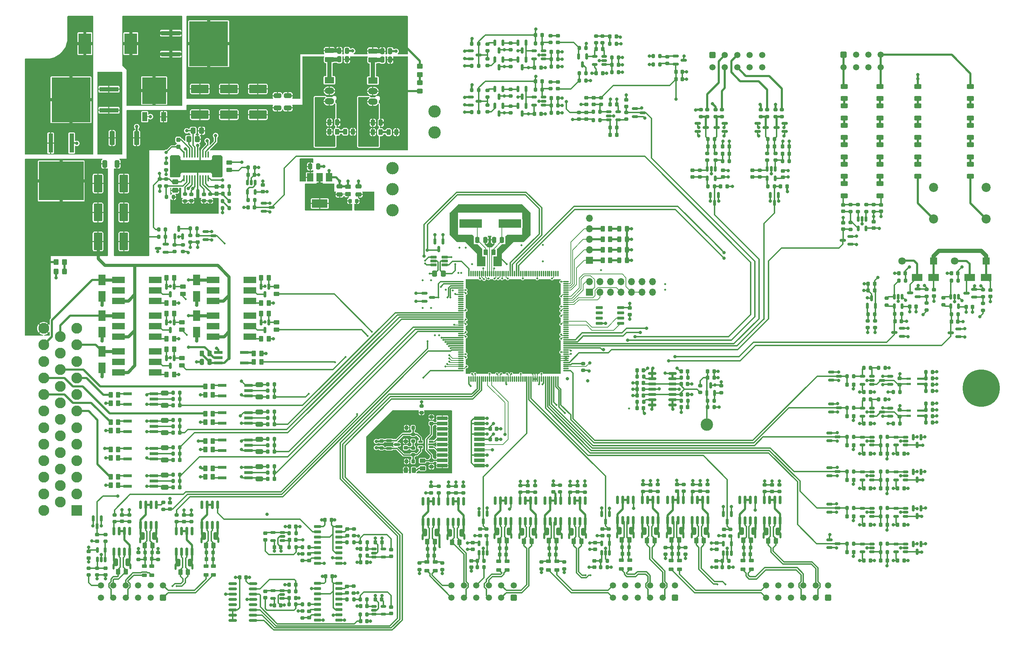
<source format=gbr>
%TF.GenerationSoftware,KiCad,Pcbnew,8.0.4*%
%TF.CreationDate,2024-11-14T11:07:32+03:00*%
%TF.ProjectId,EVD80_ControlBoard,45564438-305f-4436-9f6e-74726f6c426f,rev?*%
%TF.SameCoordinates,Original*%
%TF.FileFunction,Copper,L1,Top*%
%TF.FilePolarity,Positive*%
%FSLAX46Y46*%
G04 Gerber Fmt 4.6, Leading zero omitted, Abs format (unit mm)*
G04 Created by KiCad (PCBNEW 8.0.4) date 2024-11-14 11:07:32*
%MOMM*%
%LPD*%
G01*
G04 APERTURE LIST*
G04 Aperture macros list*
%AMRoundRect*
0 Rectangle with rounded corners*
0 $1 Rounding radius*
0 $2 $3 $4 $5 $6 $7 $8 $9 X,Y pos of 4 corners*
0 Add a 4 corners polygon primitive as box body*
4,1,4,$2,$3,$4,$5,$6,$7,$8,$9,$2,$3,0*
0 Add four circle primitives for the rounded corners*
1,1,$1+$1,$2,$3*
1,1,$1+$1,$4,$5*
1,1,$1+$1,$6,$7*
1,1,$1+$1,$8,$9*
0 Add four rect primitives between the rounded corners*
20,1,$1+$1,$2,$3,$4,$5,0*
20,1,$1+$1,$4,$5,$6,$7,0*
20,1,$1+$1,$6,$7,$8,$9,0*
20,1,$1+$1,$8,$9,$2,$3,0*%
G04 Aperture macros list end*
%TA.AperFunction,EtchedComponent*%
%ADD10C,0.000000*%
%TD*%
%TA.AperFunction,SMDPad,CuDef*%
%ADD11RoundRect,0.162500X-0.617500X-0.162500X0.617500X-0.162500X0.617500X0.162500X-0.617500X0.162500X0*%
%TD*%
%TA.AperFunction,SMDPad,CuDef*%
%ADD12R,1.800000X2.500000*%
%TD*%
%TA.AperFunction,SMDPad,CuDef*%
%ADD13RoundRect,0.150000X0.587500X0.150000X-0.587500X0.150000X-0.587500X-0.150000X0.587500X-0.150000X0*%
%TD*%
%TA.AperFunction,SMDPad,CuDef*%
%ADD14RoundRect,0.200000X-0.200000X-0.275000X0.200000X-0.275000X0.200000X0.275000X-0.200000X0.275000X0*%
%TD*%
%TA.AperFunction,SMDPad,CuDef*%
%ADD15RoundRect,0.250000X0.450000X-0.262500X0.450000X0.262500X-0.450000X0.262500X-0.450000X-0.262500X0*%
%TD*%
%TA.AperFunction,SMDPad,CuDef*%
%ADD16RoundRect,0.200000X-0.275000X0.200000X-0.275000X-0.200000X0.275000X-0.200000X0.275000X0.200000X0*%
%TD*%
%TA.AperFunction,SMDPad,CuDef*%
%ADD17RoundRect,0.225000X0.250000X-0.225000X0.250000X0.225000X-0.250000X0.225000X-0.250000X-0.225000X0*%
%TD*%
%TA.AperFunction,SMDPad,CuDef*%
%ADD18RoundRect,0.225000X-0.250000X0.225000X-0.250000X-0.225000X0.250000X-0.225000X0.250000X0.225000X0*%
%TD*%
%TA.AperFunction,SMDPad,CuDef*%
%ADD19RoundRect,0.250000X-0.262500X-0.450000X0.262500X-0.450000X0.262500X0.450000X-0.262500X0.450000X0*%
%TD*%
%TA.AperFunction,SMDPad,CuDef*%
%ADD20RoundRect,0.200000X0.275000X-0.200000X0.275000X0.200000X-0.275000X0.200000X-0.275000X-0.200000X0*%
%TD*%
%TA.AperFunction,ComponentPad*%
%ADD21C,3.000000*%
%TD*%
%TA.AperFunction,SMDPad,CuDef*%
%ADD22RoundRect,0.200000X0.200000X0.275000X-0.200000X0.275000X-0.200000X-0.275000X0.200000X-0.275000X0*%
%TD*%
%TA.AperFunction,SMDPad,CuDef*%
%ADD23RoundRect,0.150000X-0.725000X-0.150000X0.725000X-0.150000X0.725000X0.150000X-0.725000X0.150000X0*%
%TD*%
%TA.AperFunction,SMDPad,CuDef*%
%ADD24RoundRect,0.250000X0.650000X-0.325000X0.650000X0.325000X-0.650000X0.325000X-0.650000X-0.325000X0*%
%TD*%
%TA.AperFunction,SMDPad,CuDef*%
%ADD25RoundRect,0.150000X-0.150000X0.587500X-0.150000X-0.587500X0.150000X-0.587500X0.150000X0.587500X0*%
%TD*%
%TA.AperFunction,SMDPad,CuDef*%
%ADD26RoundRect,0.250000X-0.625000X0.312500X-0.625000X-0.312500X0.625000X-0.312500X0.625000X0.312500X0*%
%TD*%
%TA.AperFunction,ComponentPad*%
%ADD27RoundRect,0.250001X0.499999X0.499999X-0.499999X0.499999X-0.499999X-0.499999X0.499999X-0.499999X0*%
%TD*%
%TA.AperFunction,ComponentPad*%
%ADD28C,1.500000*%
%TD*%
%TA.AperFunction,SMDPad,CuDef*%
%ADD29RoundRect,0.225000X-0.225000X-0.250000X0.225000X-0.250000X0.225000X0.250000X-0.225000X0.250000X0*%
%TD*%
%TA.AperFunction,SMDPad,CuDef*%
%ADD30RoundRect,0.250000X0.262500X0.450000X-0.262500X0.450000X-0.262500X-0.450000X0.262500X-0.450000X0*%
%TD*%
%TA.AperFunction,SMDPad,CuDef*%
%ADD31C,0.500000*%
%TD*%
%TA.AperFunction,ComponentPad*%
%ADD32R,1.700000X1.700000*%
%TD*%
%TA.AperFunction,ComponentPad*%
%ADD33O,1.700000X1.700000*%
%TD*%
%TA.AperFunction,SMDPad,CuDef*%
%ADD34RoundRect,0.250000X0.325000X0.650000X-0.325000X0.650000X-0.325000X-0.650000X0.325000X-0.650000X0*%
%TD*%
%TA.AperFunction,SMDPad,CuDef*%
%ADD35RoundRect,0.225000X0.225000X0.250000X-0.225000X0.250000X-0.225000X-0.250000X0.225000X-0.250000X0*%
%TD*%
%TA.AperFunction,SMDPad,CuDef*%
%ADD36RoundRect,0.150000X-0.512500X-0.150000X0.512500X-0.150000X0.512500X0.150000X-0.512500X0.150000X0*%
%TD*%
%TA.AperFunction,SMDPad,CuDef*%
%ADD37RoundRect,0.150000X-0.587500X-0.150000X0.587500X-0.150000X0.587500X0.150000X-0.587500X0.150000X0*%
%TD*%
%TA.AperFunction,SMDPad,CuDef*%
%ADD38R,2.000000X0.640000*%
%TD*%
%TA.AperFunction,SMDPad,CuDef*%
%ADD39RoundRect,0.250000X-1.875000X0.787500X-1.875000X-0.787500X1.875000X-0.787500X1.875000X0.787500X0*%
%TD*%
%TA.AperFunction,ComponentPad*%
%ADD40C,0.900000*%
%TD*%
%TA.AperFunction,ComponentPad*%
%ADD41C,9.000000*%
%TD*%
%TA.AperFunction,SMDPad,CuDef*%
%ADD42RoundRect,0.150000X-0.150000X0.512500X-0.150000X-0.512500X0.150000X-0.512500X0.150000X0.512500X0*%
%TD*%
%TA.AperFunction,ComponentPad*%
%ADD43C,2.200000*%
%TD*%
%TA.AperFunction,ComponentPad*%
%ADD44R,1.800000X1.800000*%
%TD*%
%TA.AperFunction,ComponentPad*%
%ADD45C,1.800000*%
%TD*%
%TA.AperFunction,SMDPad,CuDef*%
%ADD46R,1.100000X4.600000*%
%TD*%
%TA.AperFunction,SMDPad,CuDef*%
%ADD47R,10.800000X9.400000*%
%TD*%
%TA.AperFunction,SMDPad,CuDef*%
%ADD48R,2.500000X1.800000*%
%TD*%
%TA.AperFunction,SMDPad,CuDef*%
%ADD49RoundRect,0.250000X-0.450000X0.262500X-0.450000X-0.262500X0.450000X-0.262500X0.450000X0.262500X0*%
%TD*%
%TA.AperFunction,ComponentPad*%
%ADD50R,2.300000X1.500000*%
%TD*%
%TA.AperFunction,ComponentPad*%
%ADD51O,2.300000X1.500000*%
%TD*%
%TA.AperFunction,SMDPad,CuDef*%
%ADD52R,4.600000X1.100000*%
%TD*%
%TA.AperFunction,SMDPad,CuDef*%
%ADD53R,9.400000X10.800000*%
%TD*%
%TA.AperFunction,SMDPad,CuDef*%
%ADD54R,1.000000X0.500000*%
%TD*%
%TA.AperFunction,SMDPad,CuDef*%
%ADD55R,3.100000X5.000000*%
%TD*%
%TA.AperFunction,SMDPad,CuDef*%
%ADD56RoundRect,0.150000X0.512500X0.150000X-0.512500X0.150000X-0.512500X-0.150000X0.512500X-0.150000X0*%
%TD*%
%TA.AperFunction,SMDPad,CuDef*%
%ADD57RoundRect,0.150000X-0.150000X0.825000X-0.150000X-0.825000X0.150000X-0.825000X0.150000X0.825000X0*%
%TD*%
%TA.AperFunction,SMDPad,CuDef*%
%ADD58RoundRect,0.250000X-0.325000X-0.450000X0.325000X-0.450000X0.325000X0.450000X-0.325000X0.450000X0*%
%TD*%
%TA.AperFunction,SMDPad,CuDef*%
%ADD59RoundRect,0.250000X-0.250000X-0.475000X0.250000X-0.475000X0.250000X0.475000X-0.250000X0.475000X0*%
%TD*%
%TA.AperFunction,SMDPad,CuDef*%
%ADD60RoundRect,0.237500X-0.237500X0.300000X-0.237500X-0.300000X0.237500X-0.300000X0.237500X0.300000X0*%
%TD*%
%TA.AperFunction,SMDPad,CuDef*%
%ADD61O,0.299999X1.450000*%
%TD*%
%TA.AperFunction,SMDPad,CuDef*%
%ADD62O,1.450000X0.299999*%
%TD*%
%TA.AperFunction,ComponentPad*%
%ADD63C,0.499999*%
%TD*%
%TA.AperFunction,SMDPad,CuDef*%
%ADD64R,8.069999X7.330000*%
%TD*%
%TA.AperFunction,SMDPad,CuDef*%
%ADD65RoundRect,0.150000X0.150000X-0.587500X0.150000X0.587500X-0.150000X0.587500X-0.150000X-0.587500X0*%
%TD*%
%TA.AperFunction,SMDPad,CuDef*%
%ADD66RoundRect,0.243750X0.243750X0.456250X-0.243750X0.456250X-0.243750X-0.456250X0.243750X-0.456250X0*%
%TD*%
%TA.AperFunction,SMDPad,CuDef*%
%ADD67R,1.200000X2.200000*%
%TD*%
%TA.AperFunction,SMDPad,CuDef*%
%ADD68R,5.800000X6.400000*%
%TD*%
%TA.AperFunction,SMDPad,CuDef*%
%ADD69RoundRect,0.250000X-0.787500X-1.875000X0.787500X-1.875000X0.787500X1.875000X-0.787500X1.875000X0*%
%TD*%
%TA.AperFunction,SMDPad,CuDef*%
%ADD70RoundRect,0.250000X-0.650000X0.325000X-0.650000X-0.325000X0.650000X-0.325000X0.650000X0.325000X0*%
%TD*%
%TA.AperFunction,SMDPad,CuDef*%
%ADD71RoundRect,0.250000X-0.850000X0.375000X-0.850000X-0.375000X0.850000X-0.375000X0.850000X0.375000X0*%
%TD*%
%TA.AperFunction,SMDPad,CuDef*%
%ADD72RoundRect,0.218750X0.381250X-0.218750X0.381250X0.218750X-0.381250X0.218750X-0.381250X-0.218750X0*%
%TD*%
%TA.AperFunction,SMDPad,CuDef*%
%ADD73RoundRect,0.250000X-0.325000X-0.650000X0.325000X-0.650000X0.325000X0.650000X-0.325000X0.650000X0*%
%TD*%
%TA.AperFunction,SMDPad,CuDef*%
%ADD74R,3.100000X1.600000*%
%TD*%
%TA.AperFunction,SMDPad,CuDef*%
%ADD75RoundRect,0.150000X-0.825000X-0.150000X0.825000X-0.150000X0.825000X0.150000X-0.825000X0.150000X0*%
%TD*%
%TA.AperFunction,SMDPad,CuDef*%
%ADD76RoundRect,0.237500X0.237500X-0.300000X0.237500X0.300000X-0.237500X0.300000X-0.237500X-0.300000X0*%
%TD*%
%TA.AperFunction,SMDPad,CuDef*%
%ADD77RoundRect,0.150000X0.150000X-0.512500X0.150000X0.512500X-0.150000X0.512500X-0.150000X-0.512500X0*%
%TD*%
%TA.AperFunction,SMDPad,CuDef*%
%ADD78RoundRect,0.250000X0.475000X-0.250000X0.475000X0.250000X-0.475000X0.250000X-0.475000X-0.250000X0*%
%TD*%
%TA.AperFunction,SMDPad,CuDef*%
%ADD79RoundRect,0.250000X0.337500X0.475000X-0.337500X0.475000X-0.337500X-0.475000X0.337500X-0.475000X0*%
%TD*%
%TA.AperFunction,SMDPad,CuDef*%
%ADD80RoundRect,0.250000X0.250000X0.475000X-0.250000X0.475000X-0.250000X-0.475000X0.250000X-0.475000X0*%
%TD*%
%TA.AperFunction,ComponentPad*%
%ADD81RoundRect,0.250001X-0.499999X-0.499999X0.499999X-0.499999X0.499999X0.499999X-0.499999X0.499999X0*%
%TD*%
%TA.AperFunction,SMDPad,CuDef*%
%ADD82R,1.500000X2.000000*%
%TD*%
%TA.AperFunction,SMDPad,CuDef*%
%ADD83R,3.800000X2.000000*%
%TD*%
%TA.AperFunction,SMDPad,CuDef*%
%ADD84RoundRect,0.243750X-0.243750X-0.456250X0.243750X-0.456250X0.243750X0.456250X-0.243750X0.456250X0*%
%TD*%
%TA.AperFunction,SMDPad,CuDef*%
%ADD85RoundRect,0.250000X-0.362500X-1.425000X0.362500X-1.425000X0.362500X1.425000X-0.362500X1.425000X0*%
%TD*%
%TA.AperFunction,SMDPad,CuDef*%
%ADD86RoundRect,0.250000X0.475000X-0.337500X0.475000X0.337500X-0.475000X0.337500X-0.475000X-0.337500X0*%
%TD*%
%TA.AperFunction,SMDPad,CuDef*%
%ADD87RoundRect,0.250000X-0.350000X-0.450000X0.350000X-0.450000X0.350000X0.450000X-0.350000X0.450000X0*%
%TD*%
%TA.AperFunction,SMDPad,CuDef*%
%ADD88RoundRect,0.250000X-0.337500X-0.475000X0.337500X-0.475000X0.337500X0.475000X-0.337500X0.475000X0*%
%TD*%
%TA.AperFunction,SMDPad,CuDef*%
%ADD89RoundRect,0.250000X-0.450000X0.350000X-0.450000X-0.350000X0.450000X-0.350000X0.450000X0.350000X0*%
%TD*%
%TA.AperFunction,SMDPad,CuDef*%
%ADD90R,5.500000X2.000000*%
%TD*%
%TA.AperFunction,SMDPad,CuDef*%
%ADD91RoundRect,0.250000X0.450000X-0.325000X0.450000X0.325000X-0.450000X0.325000X-0.450000X-0.325000X0*%
%TD*%
%TA.AperFunction,SMDPad,CuDef*%
%ADD92RoundRect,0.218750X-0.218750X-0.256250X0.218750X-0.256250X0.218750X0.256250X-0.218750X0.256250X0*%
%TD*%
%TA.AperFunction,SMDPad,CuDef*%
%ADD93R,2.500000X0.900000*%
%TD*%
%TA.AperFunction,SMDPad,CuDef*%
%ADD94RoundRect,0.100000X0.100000X-0.637500X0.100000X0.637500X-0.100000X0.637500X-0.100000X-0.637500X0*%
%TD*%
%TA.AperFunction,SMDPad,CuDef*%
%ADD95R,4.000000X2.850000*%
%TD*%
%TA.AperFunction,ComponentPad*%
%ADD96R,2.625000X2.625000*%
%TD*%
%TA.AperFunction,ComponentPad*%
%ADD97C,2.625000*%
%TD*%
%TA.AperFunction,ViaPad*%
%ADD98C,0.800000*%
%TD*%
%TA.AperFunction,ViaPad*%
%ADD99C,0.500000*%
%TD*%
%TA.AperFunction,Conductor*%
%ADD100C,0.300000*%
%TD*%
%TA.AperFunction,Conductor*%
%ADD101C,0.500000*%
%TD*%
%TA.AperFunction,Conductor*%
%ADD102C,0.200000*%
%TD*%
%TA.AperFunction,Conductor*%
%ADD103C,1.000000*%
%TD*%
%TA.AperFunction,Conductor*%
%ADD104C,0.250000*%
%TD*%
%TA.AperFunction,Conductor*%
%ADD105C,0.800000*%
%TD*%
G04 APERTURE END LIST*
D10*
%TA.AperFunction,EtchedComponent*%
%TO.C,NT1*%
G36*
X127250000Y-108100000D02*
G01*
X126750000Y-108100000D01*
X126750000Y-107100000D01*
X127250000Y-107100000D01*
X127250000Y-108100000D01*
G37*
%TD.AperFunction*%
%TD*%
D11*
%TO.P,D3,1,A*%
%TO.N,FAULT_PW_A_FLT*%
X198692000Y-138258000D03*
%TO.P,D3,2,GND*%
%TO.N,GND*%
X198692000Y-139208000D03*
%TO.P,D3,3,B*%
%TO.N,FAULT_PW_B_FLT*%
X198692000Y-140158000D03*
%TO.P,D3,4,Y*%
%TO.N,FAULT_PW_FLT*%
X201392000Y-140158000D03*
%TO.P,D3,5,VCC*%
%TO.N,VDD_3V3*%
X201392000Y-139208000D03*
%TO.P,D3,6,C*%
%TO.N,FAULT_PW_C_FLT*%
X201392000Y-138258000D03*
%TD*%
D12*
%TO.P,D37,1,K*%
%TO.N,POWER_CONT_OUT*%
X118618000Y-152432000D03*
%TO.P,D37,2,A*%
%TO.N,GND_IN*%
X118618000Y-156432000D03*
%TD*%
D13*
%TO.P,U12,1,K*%
%TO.N,Net-(U12-K)*%
X134033500Y-137094000D03*
%TO.P,U12,2,REF*%
%TO.N,Net-(U12-REF)*%
X134033500Y-135194000D03*
%TO.P,U12,3,A*%
%TO.N,GND*%
X132158500Y-136144000D03*
%TD*%
D14*
%TO.P,R295,1*%
%TO.N,NTC_FW_2*%
X317625000Y-167562000D03*
%TO.P,R295,2*%
%TO.N,NTC_FW_2_MC*%
X319275000Y-167562000D03*
%TD*%
D15*
%TO.P,R183,1*%
%TO.N,PARK_BREAK*%
X137922000Y-164488500D03*
%TO.P,R183,2*%
%TO.N,Net-(Q15-B)*%
X137922000Y-162663500D03*
%TD*%
D16*
%TO.P,R279,1*%
%TO.N,GND*%
X140220000Y-200595000D03*
%TO.P,R279,2*%
%TO.N,FW_H_FLT*%
X140220000Y-202245000D03*
%TD*%
D17*
%TO.P,C87,1*%
%TO.N,VDD_3V3*%
X283064000Y-118990500D03*
%TO.P,C87,2*%
%TO.N,GND*%
X283064000Y-117440500D03*
%TD*%
D18*
%TO.P,C128,1*%
%TO.N,Net-(U31-+)*%
X207794000Y-211681000D03*
%TO.P,C128,2*%
%TO.N,GND*%
X207794000Y-213231000D03*
%TD*%
D19*
%TO.P,R146,1*%
%TO.N,IGNITION_ON_IN*%
X143537500Y-189360000D03*
%TO.P,R146,2*%
%TO.N,Net-(U44-A)*%
X145362500Y-189360000D03*
%TD*%
D20*
%TO.P,R79,1*%
%TO.N,+15V*%
X217278000Y-99377000D03*
%TO.P,R79,2*%
%TO.N,Net-(Q7-E)*%
X217278000Y-97727000D03*
%TD*%
D16*
%TO.P,R236,1*%
%TO.N,VDD_3V3*%
X127442000Y-209683000D03*
%TO.P,R236,2*%
%TO.N,FAULT_FW_P_FLT*%
X127442000Y-211333000D03*
%TD*%
D20*
%TO.P,R230,1*%
%TO.N,VDD_3V3*%
X195342000Y-213833000D03*
%TO.P,R230,2*%
%TO.N,Net-(U26-A)*%
X195342000Y-212183000D03*
%TD*%
D21*
%TO.P,TP1,1,1*%
%TO.N,VDD_3V3*%
X188820000Y-121876000D03*
%TD*%
D22*
%TO.P,R197,1*%
%TO.N,Net-(U57--)*%
X304289000Y-172712000D03*
%TO.P,R197,2*%
%TO.N,Net-(R197-Pad2)*%
X302639000Y-172712000D03*
%TD*%
D18*
%TO.P,C227,1*%
%TO.N,Net-(U72-+)*%
X119458000Y-213497000D03*
%TO.P,C227,2*%
%TO.N,GND*%
X119458000Y-215047000D03*
%TD*%
D23*
%TO.P,U6,1,A*%
%TO.N,GND*%
X170667000Y-217163000D03*
%TO.P,U6,2,B*%
%TO.N,TEMP_PW_B_PULSE*%
X170667000Y-218433000D03*
%TO.P,U6,3,Clr*%
%TO.N,VDD_3V3*%
X170667000Y-219703000D03*
%TO.P,U6,4,~{Q}*%
%TO.N,unconnected-(U6A-~{Q}-Pad4)*%
X170667000Y-220973000D03*
%TO.P,U6,5,Q*%
%TO.N,Net-(U6B-Q)*%
X170667000Y-222243000D03*
%TO.P,U6,6,Cext*%
%TO.N,Net-(U6B-Cext)*%
X170667000Y-223513000D03*
%TO.P,U6,7,RCext*%
%TO.N,Net-(U6B-RCext)*%
X170667000Y-224783000D03*
%TO.P,U6,8,GND*%
%TO.N,GND*%
X170667000Y-226053000D03*
%TO.P,U6,9,A*%
X175817000Y-226053000D03*
%TO.P,U6,10,B*%
%TO.N,TEMP_PW_C_PULSE*%
X175817000Y-224783000D03*
%TO.P,U6,11,Clr*%
%TO.N,VDD_3V3*%
X175817000Y-223513000D03*
%TO.P,U6,12,~{Q}*%
%TO.N,unconnected-(U6B-~{Q}-Pad12)*%
X175817000Y-222243000D03*
%TO.P,U6,13,Q*%
%TO.N,Net-(U6A-Q)*%
X175817000Y-220973000D03*
%TO.P,U6,14,Cext*%
%TO.N,Net-(U6A-Cext)*%
X175817000Y-219703000D03*
%TO.P,U6,15,RCext*%
%TO.N,Net-(U6A-RCext)*%
X175817000Y-218433000D03*
%TO.P,U6,16,VCC*%
%TO.N,VDD_3V3*%
X175817000Y-217163000D03*
%TD*%
D24*
%TO.P,C175,1*%
%TO.N,GND*%
X133782000Y-193883000D03*
%TO.P,C175,2*%
%TO.N,VDD_3V3*%
X133782000Y-190933000D03*
%TD*%
D25*
%TO.P,D30,1,K*%
%TO.N,GND*%
X316479000Y-199022500D03*
%TO.P,D30,2,K*%
%TO.N,+5V*%
X314579000Y-199022500D03*
%TO.P,D30,3,A*%
%TO.N,BRK_1_IN*%
X315529000Y-200897500D03*
%TD*%
D20*
%TO.P,R299,1*%
%TO.N,~{SIN_IN}*%
X277730000Y-104330000D03*
%TO.P,R299,2*%
%TO.N,~{SIN_IN}_MC*%
X277730000Y-102680000D03*
%TD*%
D18*
%TO.P,C134,1*%
%TO.N,V_CUR_SENSE*%
X239518000Y-204033000D03*
%TO.P,C134,2*%
%TO.N,GND*%
X239518000Y-205583000D03*
%TD*%
D16*
%TO.P,R24,1*%
%TO.N,Net-(U11-RT)*%
X138633000Y-123058000D03*
%TO.P,R24,2*%
%TO.N,GND*%
X138633000Y-124708000D03*
%TD*%
D20*
%TO.P,R80,1*%
%TO.N,+15V*%
X217278000Y-88201000D03*
%TO.P,R80,2*%
%TO.N,Net-(Q11-B)*%
X217278000Y-86551000D03*
%TD*%
D16*
%TO.P,R48,1*%
%TO.N,SIN_IN*%
X281286000Y-113221000D03*
%TO.P,R48,2*%
%TO.N,Net-(U14-+)*%
X281286000Y-114871000D03*
%TD*%
D18*
%TO.P,C95,1*%
%TO.N,EXC_OUT*%
X235566000Y-103365000D03*
%TO.P,C95,2*%
%TO.N,~{EXC_OUT}*%
X235566000Y-104915000D03*
%TD*%
%TO.P,C129,1*%
%TO.N,Net-(U61-+)*%
X266994000Y-211667500D03*
%TO.P,C129,2*%
%TO.N,GND*%
X266994000Y-213217500D03*
%TD*%
D26*
%TO.P,R113,1*%
%TO.N,Net-(R111-Pad2)*%
X297942000Y-101722500D03*
%TO.P,R113,2*%
%TO.N,Net-(R113-Pad2)*%
X297942000Y-104647500D03*
%TD*%
D20*
%TO.P,R289,1*%
%TO.N,SIN_IN*%
X281286000Y-104330000D03*
%TO.P,R289,2*%
%TO.N,SIN_IN_MC*%
X281286000Y-102680000D03*
%TD*%
D27*
%TO.P,J9,1,Pin_1*%
%TO.N,TEMP_FW_N*%
X133342000Y-220623000D03*
D28*
%TO.P,J9,2,Pin_2*%
%TO.N,+15V*%
X130342000Y-220623000D03*
%TO.P,J9,3,Pin_3*%
%TO.N,FW_H_P*%
X127342000Y-220623000D03*
%TO.P,J9,4,Pin_4*%
%TO.N,FAULT_FW_P*%
X124342000Y-220623000D03*
%TO.P,J9,5,Pin_5*%
%TO.N,FW_L_P*%
X121342000Y-220623000D03*
%TO.P,J9,6,Pin_6*%
%TO.N,RESET_FW*%
X118342000Y-220623000D03*
%TO.P,J9,7,Pin_7*%
%TO.N,TEMP_FW_P*%
X133342000Y-217623000D03*
%TO.P,J9,8,Pin_8*%
%TO.N,GND*%
X130342000Y-217623000D03*
%TO.P,J9,9,Pin_9*%
%TO.N,FW_H_N*%
X127342000Y-217623000D03*
%TO.P,J9,10,Pin_10*%
%TO.N,FAULT_FW_N*%
X124342000Y-217623000D03*
%TO.P,J9,11,Pin_11*%
%TO.N,FW_L_N*%
X121342000Y-217623000D03*
%TO.P,J9,12,Pin_12*%
%TO.N,FW_CUR_IN_INT*%
X118342000Y-217623000D03*
%TD*%
D19*
%TO.P,R169,1*%
%TO.N,GND*%
X120677500Y-193424000D03*
%TO.P,R169,2*%
%TO.N,Net-(U49-C)*%
X122502500Y-193424000D03*
%TD*%
D16*
%TO.P,R264,1*%
%TO.N,GND*%
X202302000Y-193659000D03*
%TO.P,R264,2*%
%TO.N,Net-(U20-DI)*%
X202302000Y-195309000D03*
%TD*%
D26*
%TO.P,R220,1*%
%TO.N,Net-(R220-Pad1)*%
X315722000Y-101722500D03*
%TO.P,R220,2*%
%TO.N,Net-(R219-Pad1)*%
X315722000Y-104647500D03*
%TD*%
D29*
%TO.P,C106,1*%
%TO.N,VDD_3V3*%
X237993000Y-93804500D03*
%TO.P,C106,2*%
%TO.N,GND*%
X239543000Y-93804500D03*
%TD*%
D14*
%TO.P,R33,1*%
%TO.N,VIN*%
X132271000Y-131572000D03*
%TO.P,R33,2*%
%TO.N,Net-(U12-REF)*%
X133921000Y-131572000D03*
%TD*%
D19*
%TO.P,R155,1*%
%TO.N,GND*%
X143537500Y-178184000D03*
%TO.P,R155,2*%
%TO.N,Net-(U45-C)*%
X145362500Y-178184000D03*
%TD*%
D30*
%TO.P,R180,1*%
%TO.N,VDD_3V3*%
X158900500Y-157988000D03*
%TO.P,R180,2*%
%TO.N,Net-(R180-Pad2)*%
X157075500Y-157988000D03*
%TD*%
D18*
%TO.P,C92,1*%
%TO.N,VREF_RES*%
X237344000Y-99809000D03*
%TO.P,C92,2*%
%TO.N,Net-(U13-+)*%
X237344000Y-101359000D03*
%TD*%
D17*
%TO.P,C209,1*%
%TO.N,GND_CAN*%
X198188000Y-188935000D03*
%TO.P,C209,2*%
%TO.N,/Can/VCAN_+5V*%
X198188000Y-187385000D03*
%TD*%
D30*
%TO.P,R305,1*%
%TO.N,Net-(U76-B)*%
X275392500Y-206680500D03*
%TO.P,R305,2*%
%TO.N,Net-(U76-A)*%
X273567500Y-206680500D03*
%TD*%
%TO.P,R186,1*%
%TO.N,Net-(Q15-B)*%
X136040500Y-160528000D03*
%TO.P,R186,2*%
%TO.N,GND*%
X134215500Y-160528000D03*
%TD*%
D31*
%TO.P,NT1,1,1*%
%TO.N,Net-(U11-CSG)*%
X127000000Y-107100000D03*
%TO.P,NT1,2,2*%
%TO.N,GND*%
X127000000Y-108100000D03*
%TD*%
D13*
%TO.P,D15,1,K*%
%TO.N,GND*%
X283493500Y-107884000D03*
%TO.P,D15,2,A*%
%TO.N,+15V*%
X283493500Y-105984000D03*
%TO.P,D15,3,K*%
%TO.N,SIN_IN*%
X281618500Y-106934000D03*
%TD*%
D17*
%TO.P,C200,1*%
%TO.N,Net-(C200-Pad1)*%
X158017000Y-220618000D03*
%TO.P,C200,2*%
%TO.N,Net-(U63--)*%
X158017000Y-219068000D03*
%TD*%
D30*
%TO.P,R190,1*%
%TO.N,VDD_3V3*%
X136040500Y-157988000D03*
%TO.P,R190,2*%
%TO.N,Net-(R190-Pad2)*%
X134215500Y-157988000D03*
%TD*%
D16*
%TO.P,R281,1*%
%TO.N,GND*%
X125185000Y-200576000D03*
%TO.P,R281,2*%
%TO.N,FW_L_FLT*%
X125185000Y-202226000D03*
%TD*%
D18*
%TO.P,C228,1*%
%TO.N,VDD_3V3*%
X115394000Y-209433000D03*
%TO.P,C228,2*%
%TO.N,GND*%
X115394000Y-210983000D03*
%TD*%
D32*
%TO.P,J1,1,Pin_1*%
%TO.N,TMS*%
X236375000Y-146775000D03*
D33*
%TO.P,J1,2,Pin_2*%
%TO.N,~{TRST}*%
X236375000Y-144235000D03*
%TO.P,J1,3,Pin_3*%
%TO.N,TDI*%
X238915000Y-146775000D03*
%TO.P,J1,4,Pin_4*%
%TO.N,GND*%
X238915000Y-144235000D03*
%TO.P,J1,5,Pin_5*%
%TO.N,VDD_3V3*%
X241455000Y-146775000D03*
%TO.P,J1,6,Pin_6*%
%TO.N,unconnected-(J1-Pin_6-Pad6)*%
X241455000Y-144235000D03*
%TO.P,J1,7,Pin_7*%
%TO.N,TDO*%
X243995000Y-146775000D03*
%TO.P,J1,8,Pin_8*%
%TO.N,GND*%
X243995000Y-144235000D03*
%TO.P,J1,9,Pin_9*%
%TO.N,TCK*%
X246535000Y-146775000D03*
%TO.P,J1,10,Pin_10*%
%TO.N,GND*%
X246535000Y-144235000D03*
%TO.P,J1,11,Pin_11*%
%TO.N,TCK*%
X249075000Y-146775000D03*
%TO.P,J1,12,Pin_12*%
%TO.N,GND*%
X249075000Y-144235000D03*
%TO.P,J1,13,Pin_13*%
%TO.N,Net-(J1-Pin_13)*%
X251615000Y-146775000D03*
%TO.P,J1,14,Pin_14*%
%TO.N,Net-(J1-Pin_14)*%
X251615000Y-144235000D03*
%TD*%
D22*
%TO.P,R254,1*%
%TO.N,Net-(U70--)*%
X182667000Y-210408000D03*
%TO.P,R254,2*%
%TO.N,TEMP_FW_SENSE*%
X181017000Y-210408000D03*
%TD*%
D30*
%TO.P,R89,1*%
%TO.N,VL_N*%
X252119500Y-206784000D03*
%TO.P,R89,2*%
%TO.N,VL_P*%
X250294500Y-206784000D03*
%TD*%
D34*
%TO.P,C127,1*%
%TO.N,VDD_3V3*%
X131312000Y-205688000D03*
%TO.P,C127,2*%
%TO.N,GND*%
X128362000Y-205688000D03*
%TD*%
D21*
%TO.P,TP3,1,1*%
%TO.N,+1V2*%
X188820000Y-126956000D03*
%TD*%
D35*
%TO.P,C89,1*%
%TO.N,Net-(C89-Pad1)*%
X242945000Y-108712000D03*
%TO.P,C89,2*%
%TO.N,Net-(U13--)*%
X241395000Y-108712000D03*
%TD*%
D22*
%TO.P,R1,1*%
%TO.N,VDD_3V3*%
X266509000Y-174549000D03*
%TO.P,R1,2*%
%TO.N,VAA*%
X264859000Y-174549000D03*
%TD*%
D26*
%TO.P,R210,1*%
%TO.N,Net-(R210-Pad1)*%
X328422000Y-101722500D03*
%TO.P,R210,2*%
%TO.N,Net-(R209-Pad1)*%
X328422000Y-104647500D03*
%TD*%
D17*
%TO.P,C212,1*%
%TO.N,Net-(C212-Pad1)*%
X191965000Y-184350000D03*
%TO.P,C212,2*%
%TO.N,GND_CAN*%
X191965000Y-182800000D03*
%TD*%
D16*
%TO.P,R7,1*%
%TO.N,UH*%
X205858000Y-193659000D03*
%TO.P,R7,2*%
%TO.N,Net-(U20-DI)*%
X205858000Y-195309000D03*
%TD*%
D20*
%TO.P,R259,1*%
%TO.N,Net-(D51-A)*%
X234874000Y-165674000D03*
%TO.P,R259,2*%
%TO.N,FW_CUR_SENSE*%
X234874000Y-164024000D03*
%TD*%
%TO.P,R274,1*%
%TO.N,Net-(U26-RO)*%
X199985000Y-195309000D03*
%TO.P,R274,2*%
%TO.N,FAULT_PW_A_FLT*%
X199985000Y-193659000D03*
%TD*%
D14*
%TO.P,R171,1*%
%TO.N,Net-(U49-VO)*%
X135751000Y-192408000D03*
%TO.P,R171,2*%
%TO.N,RIGHT_SUPPORT*%
X137401000Y-192408000D03*
%TD*%
D25*
%TO.P,D27,1,K*%
%TO.N,GND*%
X316479000Y-190222500D03*
%TO.P,D27,2,K*%
%TO.N,+5V*%
X314579000Y-190222500D03*
%TO.P,D27,3,A*%
%TO.N,THR_2_IN*%
X315529000Y-192097500D03*
%TD*%
%TO.P,D31,1,K*%
%TO.N,GND*%
X316479000Y-207622500D03*
%TO.P,D31,2,K*%
%TO.N,+5V*%
X314579000Y-207622500D03*
%TO.P,D31,3,A*%
%TO.N,BRK_2_IN*%
X315529000Y-209497500D03*
%TD*%
D16*
%TO.P,R28,1*%
%TO.N,VIN*%
X132535000Y-119442000D03*
%TO.P,R28,2*%
%TO.N,Net-(U11-EN)*%
X132535000Y-121092000D03*
%TD*%
D36*
%TO.P,U70,1,+*%
%TO.N,Net-(U70-+)*%
X184304500Y-208858000D03*
%TO.P,U70,2,V-*%
%TO.N,GND*%
X184304500Y-209808000D03*
%TO.P,U70,3,-*%
%TO.N,Net-(U70--)*%
X184304500Y-210758000D03*
%TO.P,U70,4*%
X186579500Y-210758000D03*
%TO.P,U70,5,V+*%
%TO.N,VDD_3V3*%
X186579500Y-208858000D03*
%TD*%
D25*
%TO.P,D21,1,K*%
%TO.N,GND*%
X270630000Y-200343000D03*
%TO.P,D21,2,K*%
%TO.N,VDD_3V3*%
X268730000Y-200343000D03*
%TO.P,D21,3,A*%
%TO.N,W_CUR_SENSE*%
X269680000Y-202218000D03*
%TD*%
D16*
%TO.P,R203,1*%
%TO.N,Net-(Q18-B)*%
X331470000Y-149477000D03*
%TO.P,R203,2*%
%TO.N,ISO_POS_REL*%
X331470000Y-151127000D03*
%TD*%
D37*
%TO.P,D8,1,K*%
%TO.N,GND*%
X143639500Y-132149000D03*
%TO.P,D8,2,K*%
%TO.N,VDD_3V3*%
X143639500Y-134049000D03*
%TO.P,D8,3,A*%
%TO.N,UV_SENCE*%
X145514500Y-133099000D03*
%TD*%
D26*
%TO.P,R207,1*%
%TO.N,Net-(R207-Pad1)*%
X328422000Y-115819500D03*
%TO.P,R207,2*%
%TO.N,Net-(K1-Pad11)*%
X328422000Y-118744500D03*
%TD*%
D34*
%TO.P,C117,1*%
%TO.N,VDD_3V3*%
X264555000Y-204506500D03*
%TO.P,C117,2*%
%TO.N,GND*%
X261605000Y-204506500D03*
%TD*%
D14*
%TO.P,R212,1*%
%TO.N,Net-(U59--)*%
X323787000Y-143952000D03*
%TO.P,R212,2*%
%TO.N,Net-(C190-Pad1)*%
X325437000Y-143952000D03*
%TD*%
D30*
%TO.P,R178,1*%
%TO.N,PWR_ST_PWM*%
X157122500Y-163576000D03*
%TO.P,R178,2*%
%TO.N,Net-(R178-Pad2)*%
X155297500Y-163576000D03*
%TD*%
D18*
%TO.P,C79,1*%
%TO.N,UV_SENCE*%
X141732000Y-133083000D03*
%TO.P,C79,2*%
%TO.N,GND*%
X141732000Y-134633000D03*
%TD*%
D35*
%TO.P,C206,1*%
%TO.N,GND*%
X213949000Y-182305000D03*
%TO.P,C206,2*%
%TO.N,VDD_3V3*%
X212399000Y-182305000D03*
%TD*%
D21*
%TO.P,TP5,1,1*%
%TO.N,+15V*%
X198980000Y-103080000D03*
%TD*%
D15*
%TO.P,R4,1*%
%TO.N,+1V2*%
X178054000Y-123086500D03*
%TO.P,R4,2*%
%TO.N,GND*%
X178054000Y-121261500D03*
%TD*%
D38*
%TO.P,U42,1,A*%
%TO.N,Net-(U42-A)*%
X124790000Y-171326000D03*
%TO.P,U42,3,C*%
%TO.N,Net-(U42-C)*%
X124790000Y-173866000D03*
%TO.P,U42,4,GND*%
%TO.N,GND*%
X131090000Y-173866000D03*
%TO.P,U42,5,VO*%
%TO.N,Net-(U42-VO)*%
X131090000Y-172596000D03*
%TO.P,U42,6,VDD*%
%TO.N,VDD_3V3*%
X131090000Y-171326000D03*
%TD*%
D22*
%TO.P,R304,1*%
%TO.N,~{EXC_OUT}*%
X209594000Y-86741000D03*
%TO.P,R304,2*%
%TO.N,~{EXC_OUT}_IC*%
X207944000Y-86741000D03*
%TD*%
D25*
%TO.P,D52,1,K*%
%TO.N,GND*%
X200942000Y-134444500D03*
%TO.P,D52,2,K*%
%TO.N,VDD_3V3*%
X199042000Y-134444500D03*
%TO.P,D52,3,A*%
%TO.N,RESET_FW*%
X199992000Y-136319500D03*
%TD*%
D14*
%TO.P,R2,1*%
%TO.N,VAA*%
X264859000Y-173025000D03*
%TO.P,R2,2*%
%TO.N,Net-(U4-REF)*%
X266509000Y-173025000D03*
%TD*%
D39*
%TO.P,C196,1*%
%TO.N,+15V*%
X156250000Y-97637500D03*
%TO.P,C196,2*%
%TO.N,GND*%
X156250000Y-103862500D03*
%TD*%
D14*
%TO.P,R107,1*%
%TO.N,Net-(C199-Pad1)*%
X180992000Y-221043000D03*
%TO.P,R107,2*%
%TO.N,Net-(U28-+)*%
X182642000Y-221043000D03*
%TD*%
D22*
%TO.P,R54,1*%
%TO.N,VREF_RES*%
X270173000Y-115062000D03*
%TO.P,R54,2*%
%TO.N,Net-(U15-+)*%
X268523000Y-115062000D03*
%TD*%
D29*
%TO.P,C150,1*%
%TO.N,VDD_3V3*%
X302689000Y-185808000D03*
%TO.P,C150,2*%
%TO.N,GND*%
X304239000Y-185808000D03*
%TD*%
D14*
%TO.P,R204,1*%
%TO.N,ISO_VPOS*%
X323787000Y-152080000D03*
%TO.P,R204,2*%
%TO.N,GND*%
X325437000Y-152080000D03*
%TD*%
D29*
%TO.P,C13,1*%
%TO.N,VREF_3V*%
X258559000Y-171450000D03*
%TO.P,C13,2*%
%TO.N,GND*%
X260109000Y-171450000D03*
%TD*%
D16*
%TO.P,R229,1*%
%TO.N,Net-(U26-B)*%
X200842000Y-212183000D03*
%TO.P,R229,2*%
%TO.N,GND*%
X200842000Y-213833000D03*
%TD*%
D17*
%TO.P,C179,1*%
%TO.N,Net-(D39-A)*%
X311338000Y-169099000D03*
%TO.P,C179,2*%
%TO.N,GND*%
X311338000Y-167549000D03*
%TD*%
D20*
%TO.P,R302,1*%
%TO.N,~{COS_IN}*%
X264776000Y-104330000D03*
%TO.P,R302,2*%
%TO.N,~{COS_IN}_IC*%
X264776000Y-102680000D03*
%TD*%
D40*
%TO.P,H5,1,1*%
%TO.N,GND*%
X327625000Y-170000000D03*
X328613515Y-167613515D03*
X328613515Y-172386485D03*
X331000000Y-166625000D03*
D41*
X331000000Y-170000000D03*
D40*
X331000000Y-173375000D03*
X333386485Y-167613515D03*
X333386485Y-172386485D03*
X334375000Y-170000000D03*
%TD*%
D20*
%TO.P,R243,1*%
%TO.N,CAN_H*%
X193743000Y-186051000D03*
%TO.P,R243,2*%
%TO.N,Net-(C212-Pad1)*%
X193743000Y-184401000D03*
%TD*%
D16*
%TO.P,R267,1*%
%TO.N,UL*%
X223258000Y-193459000D03*
%TO.P,R267,2*%
%TO.N,Net-(U23-DI)*%
X223258000Y-195109000D03*
%TD*%
D30*
%TO.P,R85,1*%
%TO.N,UH_N*%
X204992500Y-207184000D03*
%TO.P,R85,2*%
%TO.N,UH_P*%
X203167500Y-207184000D03*
%TD*%
%TO.P,R90,1*%
%TO.N,WL_N*%
X281392500Y-206846500D03*
%TO.P,R90,2*%
%TO.N,WL_P*%
X279567500Y-206846500D03*
%TD*%
D17*
%TO.P,C60,1*%
%TO.N,GND*%
X246126000Y-152159000D03*
%TO.P,C60,2*%
%TO.N,VDD_3V3*%
X246126000Y-150609000D03*
%TD*%
D22*
%TO.P,R138,1*%
%TO.N,Net-(U39--)*%
X308353000Y-207544000D03*
%TO.P,R138,2*%
%TO.N,Net-(U41-+)*%
X306703000Y-207544000D03*
%TD*%
D14*
%TO.P,R133,1*%
%TO.N,Net-(U37-+)*%
X306703000Y-192176000D03*
%TO.P,R133,2*%
%TO.N,GND*%
X308353000Y-192176000D03*
%TD*%
D18*
%TO.P,C199,1*%
%TO.N,Net-(C199-Pad1)*%
X188417000Y-222868000D03*
%TO.P,C199,2*%
%TO.N,Net-(U28--)*%
X188417000Y-224418000D03*
%TD*%
D42*
%TO.P,U10,1*%
%TO.N,Net-(U10--)*%
X155636000Y-120274500D03*
%TO.P,U10,2,V-*%
%TO.N,GND*%
X154686000Y-120274500D03*
%TO.P,U10,3,+*%
%TO.N,Net-(U10-+)*%
X153736000Y-120274500D03*
%TO.P,U10,4,-*%
%TO.N,Net-(U10--)*%
X153736000Y-122549500D03*
%TO.P,U10,5,V+*%
%TO.N,VDD_3V3*%
X155636000Y-122549500D03*
%TD*%
D29*
%TO.P,C155,1*%
%TO.N,+5V*%
X310817000Y-211608000D03*
%TO.P,C155,2*%
%TO.N,GND*%
X312367000Y-211608000D03*
%TD*%
D19*
%TO.P,R182,1*%
%TO.N,VIN*%
X142724500Y-161544000D03*
%TO.P,R182,2*%
%TO.N,PWR_ST_PWM_OUT*%
X144549500Y-161544000D03*
%TD*%
D43*
%TO.P,K2,11*%
%TO.N,Net-(K2-Pad11)*%
X319479500Y-129027500D03*
%TO.P,K2,14*%
%TO.N,Net-(C194-Pad1)*%
X319479500Y-121407500D03*
D44*
%TO.P,K2,A1*%
%TO.N,+5V*%
X319479500Y-139187500D03*
D45*
%TO.P,K2,A2*%
%TO.N,Net-(D46-A)*%
X311859500Y-139187500D03*
%TD*%
D29*
%TO.P,C102,1*%
%TO.N,Net-(C102-Pad1)*%
X241295000Y-84914500D03*
%TO.P,C102,2*%
%TO.N,GND*%
X242845000Y-84914500D03*
%TD*%
D17*
%TO.P,C107,1*%
%TO.N,EXC*%
X228708000Y-97549000D03*
%TO.P,C107,2*%
%TO.N,Net-(C107-Pad2)*%
X228708000Y-95999000D03*
%TD*%
D35*
%TO.P,C254,1*%
%TO.N,Net-(U75-B)*%
X257893000Y-210045500D03*
%TO.P,C254,2*%
%TO.N,Net-(U75-A)*%
X256343000Y-210045500D03*
%TD*%
D30*
%TO.P,R91,1*%
%TO.N,Net-(U26-B)*%
X198992500Y-207008000D03*
%TO.P,R91,2*%
%TO.N,Net-(U26-A)*%
X197167500Y-207008000D03*
%TD*%
D46*
%TO.P,Q1,1,G*%
%TO.N,Net-(Q1-G)*%
X111290000Y-110725000D03*
D47*
%TO.P,Q1,2,D*%
%TO.N,VIN*%
X108750000Y-119875000D03*
D46*
%TO.P,Q1,3,S*%
%TO.N,Net-(D7-K)*%
X106210000Y-110725000D03*
%TD*%
D48*
%TO.P,D44,1,K*%
%TO.N,+5V*%
X332200000Y-143190000D03*
%TO.P,D44,2,A*%
%TO.N,Net-(D44-A)*%
X328200000Y-143190000D03*
%TD*%
D20*
%TO.P,R93,1*%
%TO.N,Net-(U6B-RCext)*%
X167017000Y-225468000D03*
%TO.P,R93,2*%
%TO.N,VDD_3V3*%
X167017000Y-223818000D03*
%TD*%
D35*
%TO.P,C219,1*%
%TO.N,Net-(U70-+)*%
X182617000Y-208808000D03*
%TO.P,C219,2*%
%TO.N,GND*%
X181067000Y-208808000D03*
%TD*%
D25*
%TO.P,Q15,1,B*%
%TO.N,Net-(Q15-B)*%
X136078000Y-162638500D03*
%TO.P,Q15,2,E*%
%TO.N,GND*%
X134178000Y-162638500D03*
%TO.P,Q15,3,C*%
%TO.N,Net-(Q15-C)*%
X135128000Y-164513500D03*
%TD*%
D49*
%TO.P,R284,1*%
%TO.N,/Can/VCAN_+5V*%
X196029000Y-187488500D03*
%TO.P,R284,2*%
%TO.N,Net-(D54-A)*%
X196029000Y-189313500D03*
%TD*%
D50*
%TO.P,U2,1,IN*%
%TO.N,Net-(U2-IN)*%
X173542500Y-95553000D03*
D51*
%TO.P,U2,2,GND*%
%TO.N,GND*%
X173542500Y-98093000D03*
%TO.P,U2,3,OUT*%
%TO.N,VDD_3V3*%
X173542500Y-100633000D03*
%TD*%
D16*
%TO.P,R50,1*%
%TO.N,COS_IN*%
X266808000Y-113221000D03*
%TO.P,R50,2*%
%TO.N,Net-(U15-+)*%
X266808000Y-114871000D03*
%TD*%
D20*
%TO.P,R292,1*%
%TO.N,COS_IN*%
X268332000Y-104330000D03*
%TO.P,R292,2*%
%TO.N,COS_IN_IC*%
X268332000Y-102680000D03*
%TD*%
D16*
%TO.P,R278,1*%
%TO.N,FAULT_FW*%
X133442000Y-197583000D03*
%TO.P,R278,2*%
%TO.N,FAULT_FW_FLT*%
X133442000Y-199233000D03*
%TD*%
D20*
%TO.P,R258,1*%
%TO.N,Net-(U72--)*%
X119458000Y-206969000D03*
%TO.P,R258,2*%
%TO.N,Net-(D51-A)*%
X119458000Y-205319000D03*
%TD*%
D52*
%TO.P,D9,1,A*%
%TO.N,Net-(Q3-D)*%
X135225000Y-84160000D03*
D53*
%TO.P,D9,2,K*%
%TO.N,+15V*%
X144375000Y-86700000D03*
D52*
%TO.P,D9,3,A*%
%TO.N,Net-(Q3-D)*%
X135225000Y-89240000D03*
%TD*%
D16*
%TO.P,R124,1*%
%TO.N,Net-(C137-Pad2)*%
X303276000Y-125601000D03*
%TO.P,R124,2*%
%TO.N,Net-(U32-+)*%
X303276000Y-127251000D03*
%TD*%
D19*
%TO.P,R145,1*%
%TO.N,GND*%
X120677500Y-186820000D03*
%TO.P,R145,2*%
%TO.N,Net-(U43-C)*%
X122502500Y-186820000D03*
%TD*%
D18*
%TO.P,C135,1*%
%TO.N,VDD_3V3*%
X267140000Y-207397500D03*
%TO.P,C135,2*%
%TO.N,GND*%
X267140000Y-208947500D03*
%TD*%
D14*
%TO.P,R239,1*%
%TO.N,Net-(U73-A)*%
X226655000Y-208618000D03*
%TO.P,R239,2*%
%TO.N,Net-(U73-B)*%
X228305000Y-208618000D03*
%TD*%
D17*
%TO.P,C124,1*%
%TO.N,Net-(U6B-RCext)*%
X168617000Y-225418000D03*
%TO.P,C124,2*%
%TO.N,Net-(U6B-Cext)*%
X168617000Y-223868000D03*
%TD*%
D35*
%TO.P,C207,1*%
%TO.N,GND*%
X213949000Y-179765000D03*
%TO.P,C207,2*%
%TO.N,+5V*%
X212399000Y-179765000D03*
%TD*%
%TO.P,C252,1*%
%TO.N,Net-(U76-B)*%
X275255000Y-210080500D03*
%TO.P,C252,2*%
%TO.N,Net-(U76-A)*%
X273705000Y-210080500D03*
%TD*%
D14*
%TO.P,R276,1*%
%TO.N,TEMP_FW_P_FLT*%
X143817000Y-209683000D03*
%TO.P,R276,2*%
%TO.N,TEMP_FW_N_FLT*%
X145467000Y-209683000D03*
%TD*%
D34*
%TO.P,C116,1*%
%TO.N,VDD_3V3*%
X234955000Y-204698000D03*
%TO.P,C116,2*%
%TO.N,GND*%
X232005000Y-204698000D03*
%TD*%
D30*
%TO.P,R179,1*%
%TO.N,GND*%
X157122500Y-161544000D03*
%TO.P,R179,2*%
%TO.N,Net-(R179-Pad2)*%
X155297500Y-161544000D03*
%TD*%
D14*
%TO.P,R275,1*%
%TO.N,FAULT_FW_P_FLT*%
X129017000Y-209712500D03*
%TO.P,R275,2*%
%TO.N,FAULT_FW_N_FLT*%
X130667000Y-209712500D03*
%TD*%
%TO.P,R46,1*%
%TO.N,EXC_OUT*%
X237281000Y-103124000D03*
%TO.P,R46,2*%
%TO.N,Net-(U13-+)*%
X238931000Y-103124000D03*
%TD*%
%TO.P,R101,1*%
%TO.N,Net-(U61-+)*%
X268455000Y-211680500D03*
%TO.P,R101,2*%
%TO.N,GND*%
X270105000Y-211680500D03*
%TD*%
D16*
%TO.P,R69,1*%
%TO.N,Net-(C107-Pad2)*%
X226930000Y-95949000D03*
%TO.P,R69,2*%
%TO.N,Net-(U18--)*%
X226930000Y-97599000D03*
%TD*%
D29*
%TO.P,C220,1*%
%TO.N,Net-(U71-+)*%
X163867000Y-206608000D03*
%TO.P,C220,2*%
%TO.N,GND*%
X165417000Y-206608000D03*
%TD*%
D54*
%TO.P,L12,1,1*%
%TO.N,Net-(U65-CANH)*%
X198061000Y-184224999D03*
%TO.P,L12,2,2*%
%TO.N,Net-(U65-CANL)*%
X198061000Y-182925001D03*
%TO.P,L12,3,3*%
%TO.N,CAN_L*%
X195521000Y-182925001D03*
%TO.P,L12,4,4*%
%TO.N,CAN_H*%
X195521000Y-184224999D03*
%TD*%
D26*
%TO.P,R120,1*%
%TO.N,Net-(R118-Pad2)*%
X306578000Y-120518500D03*
%TO.P,R120,2*%
%TO.N,Net-(C137-Pad2)*%
X306578000Y-123443500D03*
%TD*%
D25*
%TO.P,Q8,1,B*%
%TO.N,Net-(Q6-B)*%
X221022000Y-86438500D03*
%TO.P,Q8,2,E*%
%TO.N,Net-(Q11-B)*%
X219122000Y-86438500D03*
%TO.P,Q8,3,C*%
%TO.N,GND*%
X220072000Y-88313500D03*
%TD*%
D16*
%TO.P,R123,1*%
%TO.N,Net-(C138-Pad1)*%
X299466000Y-125601000D03*
%TO.P,R123,2*%
%TO.N,Net-(C138-Pad2)*%
X299466000Y-127251000D03*
%TD*%
D55*
%TO.P,L7,1,1*%
%TO.N,Net-(D7-K)*%
X114450000Y-86700000D03*
%TO.P,L7,2,2*%
%TO.N,Net-(Q3-D)*%
X125550000Y-86700000D03*
%TD*%
D35*
%TO.P,C234,1*%
%TO.N,Net-(U66-B)*%
X216255000Y-210218000D03*
%TO.P,C234,2*%
%TO.N,Net-(U66-A)*%
X214705000Y-210218000D03*
%TD*%
D29*
%TO.P,C161,1*%
%TO.N,BRK_2_SENSE*%
X298625000Y-209576000D03*
%TO.P,C161,2*%
%TO.N,GND*%
X300175000Y-209576000D03*
%TD*%
D22*
%TO.P,R75,1*%
%TO.N,Net-(U18--)*%
X224961000Y-97790000D03*
%TO.P,R75,2*%
%TO.N,EXC_OUT*%
X223311000Y-97790000D03*
%TD*%
D49*
%TO.P,TH1,1*%
%TO.N,VDD_3V3*%
X149352000Y-115419500D03*
%TO.P,TH1,2*%
%TO.N,Net-(U10-+)*%
X149352000Y-117244500D03*
%TD*%
D22*
%TO.P,R303,1*%
%TO.N,~{EXC_OUT}*%
X209594000Y-92075000D03*
%TO.P,R303,2*%
%TO.N,~{EXC_OUT}_MC*%
X207944000Y-92075000D03*
%TD*%
D42*
%TO.P,U59,1,+*%
%TO.N,+1V5*%
X325562000Y-147894500D03*
%TO.P,U59,2,V-*%
%TO.N,GND*%
X324612000Y-147894500D03*
%TO.P,U59,3,-*%
%TO.N,Net-(U59--)*%
X323662000Y-147894500D03*
%TO.P,U59,4*%
%TO.N,ISO_VPOS*%
X323662000Y-150169500D03*
%TO.P,U59,5,V+*%
%TO.N,VDD_3V3*%
X325562000Y-150169500D03*
%TD*%
D54*
%TO.P,L10,1,1*%
%TO.N,NTC_AW_1*%
X316037000Y-176663999D03*
%TO.P,L10,2,2*%
%TO.N,NTC_AW_2*%
X316037000Y-175364001D03*
%TO.P,L10,3,3*%
%TO.N,GND*%
X313497000Y-175364001D03*
%TO.P,L10,4,4*%
%TO.N,Net-(D40-A)*%
X313497000Y-176663999D03*
%TD*%
D56*
%TO.P,U71,1,+*%
%TO.N,Net-(U71-+)*%
X162179500Y-206758000D03*
%TO.P,U71,2,V-*%
%TO.N,GND*%
X162179500Y-205808000D03*
%TO.P,U71,3,-*%
%TO.N,Net-(U71--)*%
X162179500Y-204858000D03*
%TO.P,U71,4*%
X159904500Y-204858000D03*
%TO.P,U71,5,V+*%
%TO.N,VDD_3V3*%
X159904500Y-206758000D03*
%TD*%
D35*
%TO.P,C230,1*%
%TO.N,Net-(U26-B)*%
X198855000Y-210408000D03*
%TO.P,C230,2*%
%TO.N,Net-(U26-A)*%
X197305000Y-210408000D03*
%TD*%
D16*
%TO.P,R266,1*%
%TO.N,GND*%
X261302000Y-193267500D03*
%TO.P,R266,2*%
%TO.N,Net-(U22-DI)*%
X261302000Y-194917500D03*
%TD*%
D18*
%TO.P,C83,1*%
%TO.N,GND*%
X245218000Y-100317000D03*
%TO.P,C83,2*%
%TO.N,MCU_EXC*%
X245218000Y-101867000D03*
%TD*%
D57*
%TO.P,U73,1,RO*%
%TO.N,Net-(U73-RO)*%
X229385000Y-197143000D03*
%TO.P,U73,2,~{RE}*%
%TO.N,GND*%
X228115000Y-197143000D03*
%TO.P,U73,3,DE*%
X226845000Y-197143000D03*
%TO.P,U73,4,DI*%
%TO.N,unconnected-(U73-DI-Pad4)*%
X225575000Y-197143000D03*
%TO.P,U73,5,GND*%
%TO.N,GND*%
X225575000Y-202093000D03*
%TO.P,U73,6,A*%
%TO.N,Net-(U73-A)*%
X226845000Y-202093000D03*
%TO.P,U73,7,B*%
%TO.N,Net-(U73-B)*%
X228115000Y-202093000D03*
%TO.P,U73,8,VCC*%
%TO.N,VDD_3V3*%
X229385000Y-202093000D03*
%TD*%
D22*
%TO.P,R195,1*%
%TO.N,GND*%
X307845000Y-172712000D03*
%TO.P,R195,2*%
%TO.N,Net-(U57--)*%
X306195000Y-172712000D03*
%TD*%
D58*
%TO.P,D4,1,K*%
%TO.N,GND_IN*%
X107475000Y-141750000D03*
%TO.P,D4,2,A*%
%TO.N,Net-(D4-A)*%
X109525000Y-141750000D03*
%TD*%
D30*
%TO.P,R260,1*%
%TO.N,Net-(U73-B)*%
X228392500Y-206818000D03*
%TO.P,R260,2*%
%TO.N,Net-(U73-A)*%
X226567500Y-206818000D03*
%TD*%
D16*
%TO.P,R248,1*%
%TO.N,Net-(U33A-RCext)*%
X179442000Y-203983000D03*
%TO.P,R248,2*%
%TO.N,VDD_3V3*%
X179442000Y-205633000D03*
%TD*%
D22*
%TO.P,R57,1*%
%TO.N,COS_IN*%
X266617000Y-109728000D03*
%TO.P,R57,2*%
%TO.N,~{COS_IN}*%
X264967000Y-109728000D03*
%TD*%
D14*
%TO.P,R285,1*%
%TO.N,NTC_FW_1*%
X317625000Y-170610000D03*
%TO.P,R285,2*%
%TO.N,NTC_FW_1_MC*%
X319275000Y-170610000D03*
%TD*%
D25*
%TO.P,D12,1,K*%
%TO.N,GND*%
X267504000Y-123268500D03*
%TO.P,D12,2,K*%
%TO.N,VDD_3V3*%
X265604000Y-123268500D03*
%TO.P,D12,3,A*%
%TO.N,MCU_COS*%
X266554000Y-125143500D03*
%TD*%
D20*
%TO.P,R205,1*%
%TO.N,Net-(Q18-B)*%
X331470000Y-147825000D03*
%TO.P,R205,2*%
%TO.N,GND*%
X331470000Y-146175000D03*
%TD*%
D16*
%TO.P,R70,1*%
%TO.N,Net-(C108-Pad2)*%
X226930000Y-84773000D03*
%TO.P,R70,2*%
%TO.N,Net-(U19--)*%
X226930000Y-86423000D03*
%TD*%
D59*
%TO.P,C61,1*%
%TO.N,VSSOSC*%
X213300000Y-134106000D03*
%TO.P,C61,2*%
%TO.N,OSC_OUT*%
X215200000Y-134106000D03*
%TD*%
D19*
%TO.P,R157,1*%
%TO.N,GND*%
X143537500Y-184788000D03*
%TO.P,R157,2*%
%TO.N,Net-(U46-C)*%
X145362500Y-184788000D03*
%TD*%
%TO.P,R142,1*%
%TO.N,GEAR_DRIVE_IN*%
X120677500Y-171580000D03*
%TO.P,R142,2*%
%TO.N,Net-(U42-A)*%
X122502500Y-171580000D03*
%TD*%
D48*
%TO.P,D46,1,K*%
%TO.N,+5V*%
X319500000Y-143190000D03*
%TO.P,D46,2,A*%
%TO.N,Net-(D46-A)*%
X315500000Y-143190000D03*
%TD*%
D14*
%TO.P,R151,1*%
%TO.N,VDD_3V3*%
X135751000Y-171072000D03*
%TO.P,R151,2*%
%TO.N,GEAR_DRIVE*%
X137401000Y-171072000D03*
%TD*%
%TO.P,R161,1*%
%TO.N,Net-(U46-VO)*%
X158611000Y-183772000D03*
%TO.P,R161,2*%
%TO.N,LEFT_SUPPORT*%
X160261000Y-183772000D03*
%TD*%
D24*
%TO.P,C164,1*%
%TO.N,GND*%
X156642000Y-191851000D03*
%TO.P,C164,2*%
%TO.N,VDD_3V3*%
X156642000Y-188901000D03*
%TD*%
D22*
%TO.P,R71,1*%
%TO.N,+15V*%
X228771000Y-103378000D03*
%TO.P,R71,2*%
%TO.N,Net-(U18-+)*%
X227121000Y-103378000D03*
%TD*%
D35*
%TO.P,C226,1*%
%TO.N,TEMP_PW_A_SENSE*%
X165417000Y-203408000D03*
%TO.P,C226,2*%
%TO.N,GND*%
X163867000Y-203408000D03*
%TD*%
D19*
%TO.P,R159,1*%
%TO.N,GND*%
X143537500Y-171580000D03*
%TO.P,R159,2*%
%TO.N,Net-(U47-C)*%
X145362500Y-171580000D03*
%TD*%
D35*
%TO.P,C253,1*%
%TO.N,Net-(U73-B)*%
X228255000Y-210218000D03*
%TO.P,C253,2*%
%TO.N,Net-(U73-A)*%
X226705000Y-210218000D03*
%TD*%
D60*
%TO.P,C73,1*%
%TO.N,Net-(U11-COMP)*%
X146253000Y-121242500D03*
%TO.P,C73,2*%
%TO.N,Net-(U11-FB)*%
X146253000Y-122967500D03*
%TD*%
D16*
%TO.P,R272,1*%
%TO.N,GND*%
X278702000Y-193321500D03*
%TO.P,R272,2*%
%TO.N,Net-(U25-DI)*%
X278702000Y-194971500D03*
%TD*%
D14*
%TO.P,R43,1*%
%TO.N,Net-(U13--)*%
X241345000Y-106934000D03*
%TO.P,R43,2*%
%TO.N,Net-(C89-Pad1)*%
X242995000Y-106934000D03*
%TD*%
D22*
%TO.P,R253,1*%
%TO.N,Net-(C222-Pad1)*%
X165467000Y-208408000D03*
%TO.P,R253,2*%
%TO.N,Net-(U71-+)*%
X163817000Y-208408000D03*
%TD*%
D61*
%TO.P,U7,1,GPIO10*%
%TO.N,MCU_PWM*%
X207249999Y-167725001D03*
%TO.P,U7,2,GPIO11*%
%TO.N,GPIO11*%
X207749998Y-167725001D03*
%TO.P,U7,3,VDDIO*%
%TO.N,VDDIO_3V3*%
X208249999Y-167725001D03*
%TO.P,U7,4,GPIO12*%
%TO.N,PWR_ST_PWM*%
X208749998Y-167725001D03*
%TO.P,U7,5,GPIO13*%
%TO.N,S0_TEMP_MULIPLEX*%
X209250000Y-167725001D03*
%TO.P,U7,6,GPIO14*%
%TO.N,S1_TEMP_MULIPLEX*%
X209749999Y-167725001D03*
%TO.P,U7,7,GPIO15*%
%TO.N,S2_TEMP_MULIPLEX*%
X210249998Y-167725001D03*
%TO.P,U7,8,GPIO16*%
%TO.N,GPIO16*%
X210749999Y-167725001D03*
%TO.P,U7,9,GPIO17*%
%TO.N,GPIO17*%
X211249998Y-167725001D03*
%TO.P,U7,10,GPIO18*%
%TO.N,CAN_RX*%
X211750000Y-167725001D03*
%TO.P,U7,11,VDDIO*%
%TO.N,VDDIO_3V3*%
X212249999Y-167725001D03*
%TO.P,U7,12,GPIO19*%
%TO.N,CAN_TX*%
X212749998Y-167725001D03*
%TO.P,U7,13,GPIO20*%
%TO.N,GPIO20*%
X213249999Y-167725001D03*
%TO.P,U7,14,GPIO21*%
%TO.N,GPIO21*%
X213749998Y-167725001D03*
%TO.P,U7,15,VDDIO*%
%TO.N,VDDIO_3V3*%
X214250000Y-167725001D03*
%TO.P,U7,16,VDD*%
%TO.N,VDD_1V2*%
X214749999Y-167725001D03*
%TO.P,U7,17,GPIO99*%
%TO.N,GPIO99*%
X215249998Y-167725001D03*
%TO.P,U7,18,GPIO8*%
%TO.N,unconnected-(U7B-GPIO8-Pad18)*%
X215749999Y-167725001D03*
%TO.P,U7,19,GPIO9*%
%TO.N,FW_L*%
X216249998Y-167725001D03*
%TO.P,U7,20,VDDIO*%
%TO.N,VDDIO_3V3*%
X216750000Y-167725001D03*
%TO.P,U7,21,VDD*%
%TO.N,VDD_1V2*%
X217249999Y-167725001D03*
%TO.P,U7,22,GPIO22*%
%TO.N,GPIO22*%
X217749998Y-167725001D03*
%TO.P,U7,23,GPIO23*%
%TO.N,GPIO23*%
X218250000Y-167725001D03*
%TO.P,U7,24,GPIO24*%
%TO.N,GPIO24*%
X218749998Y-167725001D03*
%TO.P,U7,25,GPIO25*%
%TO.N,GPIO25*%
X219250000Y-167725001D03*
%TO.P,U7,26,VDDIO*%
%TO.N,VDDIO_3V3*%
X219749999Y-167725001D03*
%TO.P,U7,27,GPIO26*%
%TO.N,GPIO26*%
X220249998Y-167725001D03*
%TO.P,U7,28,GPIO27*%
%TO.N,GPIO27*%
X220750000Y-167725001D03*
%TO.P,U7,29,ADCINC4*%
%TO.N,U_CUR_SENSE*%
X221249999Y-167725001D03*
%TO.P,U7,30,ADCINC3*%
%TO.N,V_CUR_SENSE*%
X221749998Y-167725001D03*
%TO.P,U7,31,ADCINC2*%
%TO.N,W_CUR_SENSE*%
X222249999Y-167725001D03*
%TO.P,U7,32,VREFLOC*%
%TO.N,GND*%
X222749998Y-167725001D03*
%TO.P,U7,33,VREFLOA*%
X223250000Y-167725001D03*
%TO.P,U7,34,VSSA*%
X223749999Y-167725001D03*
%TO.P,U7,35,VREFHIC*%
%TO.N,VREFHIC*%
X224249998Y-167725001D03*
%TO.P,U7,36,VDDA*%
%TO.N,VDDA_3V3*%
X224749999Y-167725001D03*
%TO.P,U7,37,VREFHIA*%
%TO.N,VREFHIA*%
X225249998Y-167725001D03*
%TO.P,U7,38,ADCINA5*%
%TO.N,BRK_2_SENSE*%
X225750000Y-167725001D03*
%TO.P,U7,39,ADCINA4*%
%TO.N,BRK_1_SENSE*%
X226249999Y-167725001D03*
%TO.P,U7,40,ADCINA3*%
%TO.N,THR_2_SENSE*%
X226749998Y-167725001D03*
%TO.P,U7,41,ADCINA2*%
%TO.N,THR_1_SENSE*%
X227249999Y-167725001D03*
%TO.P,U7,42,ADCINA1*%
%TO.N,TEMP_FW_SENSE*%
X227749998Y-167725001D03*
%TO.P,U7,43,ADCINA0*%
%TO.N,TEMP_PW_SENSE*%
X228250000Y-167725001D03*
%TO.P,U7,44,ADCIN14*%
%TO.N,AW_TEMP_SENSE*%
X228749999Y-167725001D03*
D62*
%TO.P,U7,45,ADCIN15*%
%TO.N,FW_TEMP_SENSE*%
X230724999Y-165750001D03*
%TO.P,U7,46,ADCINB0*%
%TO.N,unconnected-(U7A-ADCINB0-Pad46)*%
X230724999Y-165250002D03*
%TO.P,U7,47,ADCINB1*%
%TO.N,PCB_TEMP*%
X230724999Y-164750001D03*
%TO.P,U7,48,ADCINB2*%
%TO.N,FW_CUR_SENSE*%
X230724999Y-164250002D03*
%TO.P,U7,49,ADCINB3*%
%TO.N,VDC_SENSE*%
X230724999Y-163750000D03*
%TO.P,U7,50,VREFLOB*%
%TO.N,GND*%
X230724999Y-163250001D03*
%TO.P,U7,51,VREFLOD*%
X230724999Y-162750002D03*
%TO.P,U7,52,VSSA*%
X230724999Y-162250001D03*
%TO.P,U7,53,VREFHIB*%
%TO.N,VREFHIB*%
X230724999Y-161750002D03*
%TO.P,U7,54,VDDA*%
%TO.N,VDDA_3V3*%
X230724999Y-161250000D03*
%TO.P,U7,55,VREFHID*%
%TO.N,VREFHID*%
X230724999Y-160750001D03*
%TO.P,U7,56,ADCIND0*%
%TO.N,MCU_EXC*%
X230724999Y-160250002D03*
%TO.P,U7,57,ADCIND1*%
%TO.N,MCU_SIN*%
X230724999Y-159750001D03*
%TO.P,U7,58,ADCIND2*%
%TO.N,MCU_COS*%
X230724999Y-159250002D03*
%TO.P,U7,59,ADCIND3*%
%TO.N,ISO_VPOS*%
X230724999Y-158750000D03*
%TO.P,U7,60,ADCIND4*%
%TO.N,ISO_VNEG*%
X230724999Y-158250001D03*
%TO.P,U7,61,VDD*%
%TO.N,VDD_1V2*%
X230724999Y-157750002D03*
%TO.P,U7,62,VDDIO*%
%TO.N,VDDIO_3V3*%
X230724999Y-157250001D03*
%TO.P,U7,63,GPIO30*%
%TO.N,GPIO30*%
X230724999Y-156750002D03*
%TO.P,U7,64,GPIO28*%
%TO.N,GPIO28*%
X230724999Y-156250000D03*
%TO.P,U7,65,GPIO29*%
%TO.N,GPIO29*%
X230724999Y-155750001D03*
%TO.P,U7,66,GPIO31*%
%TO.N,GPIO31*%
X230724999Y-155250002D03*
%TO.P,U7,67,GPIO32*%
%TO.N,EEPROM_SDA*%
X230724999Y-154750000D03*
%TO.P,U7,68,VDDIO*%
%TO.N,VDDIO_3V3*%
X230724999Y-154250002D03*
%TO.P,U7,69,GPIO33*%
%TO.N,EEPROM_SCL*%
X230724999Y-153750000D03*
%TO.P,U7,70,GPIO34*%
%TO.N,GPIO34*%
X230724999Y-153250001D03*
%TO.P,U7,71,GPIO35*%
%TO.N,GPIO35*%
X230724999Y-152750002D03*
%TO.P,U7,72,VDD3VFL*%
%TO.N,VDD_3V3*%
X230724999Y-152250000D03*
%TO.P,U7,73,FLT1*%
%TO.N,unconnected-(U7D-FLT1-Pad73)*%
X230724999Y-151750001D03*
%TO.P,U7,74,FLT2*%
%TO.N,unconnected-(U7D-FLT2-Pad74)*%
X230724999Y-151250002D03*
%TO.P,U7,75,VDDIO*%
%TO.N,VDDIO_3V3*%
X230724999Y-150750001D03*
%TO.P,U7,76,VDD*%
%TO.N,VDD_1V2*%
X230724999Y-150250002D03*
%TO.P,U7,77,TDI*%
%TO.N,TDI*%
X230724999Y-149750000D03*
%TO.P,U7,78,TDO*%
%TO.N,TDO*%
X230724999Y-149250001D03*
%TO.P,U7,79,TRST_N*%
%TO.N,~{TRST}*%
X230724999Y-148750002D03*
%TO.P,U7,80,TMS*%
%TO.N,TMS*%
X230724999Y-148250001D03*
%TO.P,U7,81,TCK*%
%TO.N,TCK*%
X230724999Y-147750002D03*
%TO.P,U7,82,VDDIO*%
%TO.N,VDDIO_3V3*%
X230724999Y-147250000D03*
%TO.P,U7,83,GPIO36*%
%TO.N,GPIO36*%
X230724999Y-146750001D03*
%TO.P,U7,84,GPIO37*%
%TO.N,LED1*%
X230724999Y-146250002D03*
%TO.P,U7,85,GPIO38*%
%TO.N,LED2*%
X230724999Y-145750001D03*
%TO.P,U7,86,GPIO39*%
%TO.N,LED3*%
X230724999Y-145250002D03*
%TO.P,U7,87,GPIO40*%
%TO.N,LED4*%
X230724999Y-144750000D03*
%TO.P,U7,88,VDDIO*%
%TO.N,VDDIO_3V3*%
X230724999Y-144250001D03*
D61*
%TO.P,U7,89,GPIO41*%
%TO.N,GPIO41*%
X228749999Y-142275001D03*
%TO.P,U7,90,GPIO48*%
%TO.N,GPIO48*%
X228250000Y-142275001D03*
%TO.P,U7,91,VDDIO*%
%TO.N,VDDIO_3V3*%
X227749998Y-142275001D03*
%TO.P,U7,92,ERRORSTS*%
%TO.N,unconnected-(U7D-ERRORSTS-Pad92)*%
X227249999Y-142275001D03*
%TO.P,U7,93,GPIO49*%
%TO.N,GPIO49*%
X226749998Y-142275001D03*
%TO.P,U7,94,GPIO50*%
%TO.N,GPIO50*%
X226249999Y-142275001D03*
%TO.P,U7,95,GPIO51*%
%TO.N,GPIO51*%
X225750000Y-142275001D03*
%TO.P,U7,96,GPIO52*%
%TO.N,GPIO52*%
X225249998Y-142275001D03*
%TO.P,U7,97,GPIO53*%
%TO.N,GPIO53*%
X224749999Y-142275001D03*
%TO.P,U7,98,GPIO54*%
%TO.N,GPIO54*%
X224249998Y-142275001D03*
%TO.P,U7,99,VDDIO*%
%TO.N,VDDIO_3V3*%
X223749999Y-142275001D03*
%TO.P,U7,100,GPIO55*%
%TO.N,GPIO55*%
X223250000Y-142275001D03*
%TO.P,U7,101,GPIO56*%
%TO.N,GPIO56*%
X222749998Y-142275001D03*
%TO.P,U7,102,GPIO57*%
%TO.N,GPIO57*%
X222249999Y-142275001D03*
%TO.P,U7,103,GPIO58*%
%TO.N,GPIO58*%
X221749998Y-142275001D03*
%TO.P,U7,104,GPIO59*%
%TO.N,GPIO59*%
X221249999Y-142275001D03*
%TO.P,U7,105,GPIO60*%
%TO.N,GPIO60*%
X220750000Y-142275001D03*
%TO.P,U7,106,VDDIO*%
%TO.N,VDDIO_3V3*%
X220249998Y-142275001D03*
%TO.P,U7,107,GPIO61*%
%TO.N,GPIO61*%
X219749999Y-142275001D03*
%TO.P,U7,108,GPIO62*%
%TO.N,ISO_POS_REL*%
X219250000Y-142275001D03*
%TO.P,U7,109,GPIO63*%
%TO.N,ISO_NEG_REL*%
X218749998Y-142275001D03*
%TO.P,U7,110,GPIO64*%
%TO.N,GPIO64*%
X218250000Y-142275001D03*
%TO.P,U7,111,GPIO65*%
%TO.N,FAULT_FW_FLT*%
X217749998Y-142275001D03*
%TO.P,U7,112,GPIO66*%
%TO.N,RESET_FW*%
X217249999Y-142275001D03*
%TO.P,U7,113,GPIO44*%
%TO.N,GPIO44*%
X216750000Y-142275001D03*
%TO.P,U7,114,VDDIO*%
%TO.N,VDDIO_3V3*%
X216249998Y-142275001D03*
%TO.P,U7,115,GPIO45*%
%TO.N,GPIO45*%
X215749999Y-142275001D03*
%TO.P,U7,116,VDDIO*%
%TO.N,VDDIO_3V3*%
X215249998Y-142275001D03*
%TO.P,U7,117,VDD*%
%TO.N,VDD_1V2*%
X214749999Y-142275001D03*
%TO.P,U7,118,GPIO133*%
%TO.N,GPIO133*%
X214250000Y-142275001D03*
%TO.P,U7,119,VREGENZ*%
%TO.N,VDDIO_3V3*%
X213749998Y-142275001D03*
%TO.P,U7,120,VDDOSC*%
%TO.N,VDDOSC_3V3*%
X213249999Y-142275001D03*
%TO.P,U7,121,X2*%
%TO.N,OSC_OUT*%
X212749998Y-142275001D03*
%TO.P,U7,122,VSSOSC*%
%TO.N,VSSOSC*%
X212249999Y-142275001D03*
%TO.P,U7,123,X1*%
%TO.N,OSC_IN*%
X211750000Y-142275001D03*
%TO.P,U7,124,XRS_N*%
%TO.N,~{RESET}*%
X211249998Y-142275001D03*
%TO.P,U7,125,VDDOSC*%
%TO.N,VDDOSC_3V3*%
X210749999Y-142275001D03*
%TO.P,U7,126,VDD*%
%TO.N,VDD_1V2*%
X210249998Y-142275001D03*
%TO.P,U7,127,VDDIO*%
%TO.N,VDDIO_3V3*%
X209749999Y-142275001D03*
%TO.P,U7,128,GPIO46*%
%TO.N,GPIO46*%
X209250000Y-142275001D03*
%TO.P,U7,129,GPIO47*%
%TO.N,GPIO47*%
X208749998Y-142275001D03*
%TO.P,U7,130,GPIO42*%
%TO.N,GPIO42*%
X208249999Y-142275001D03*
%TO.P,U7,131,GPIO43*%
%TO.N,GPIO43*%
X207749998Y-142275001D03*
%TO.P,U7,132,GPIO67*%
%TO.N,FAULT_PW_FLT*%
X207249999Y-142275001D03*
D62*
%TO.P,U7,133,GPIO68*%
%TO.N,RESET_PW*%
X205274999Y-144250001D03*
%TO.P,U7,134,GPIO69*%
%TO.N,FAULT_PW_A_FLT*%
X205274999Y-144750000D03*
%TO.P,U7,135,GPIO70*%
%TO.N,FAULT_PW_B_FLT*%
X205274999Y-145250002D03*
%TO.P,U7,136,GPIO71*%
%TO.N,FAULT_PW_C_FLT*%
X205274999Y-145750001D03*
%TO.P,U7,137,VDD*%
%TO.N,VDD_1V2*%
X205274999Y-146250002D03*
%TO.P,U7,138,VDDIO*%
%TO.N,VDDIO_3V3*%
X205274999Y-146750001D03*
%TO.P,U7,139,GPIO72*%
%TO.N,GPIO72{slash}BOOT1*%
X205274999Y-147250000D03*
%TO.P,U7,140,GPIO73*%
%TO.N,GPIO73*%
X205274999Y-147750002D03*
%TO.P,U7,141,GPIO74*%
%TO.N,GPIO74*%
X205274999Y-148250001D03*
%TO.P,U7,142,GPIO75*%
%TO.N,GPIO75*%
X205274999Y-148750002D03*
%TO.P,U7,143,GPIO76*%
%TO.N,GPIO76*%
X205274999Y-149250001D03*
%TO.P,U7,144,GPIO77*%
%TO.N,GPIO77*%
X205274999Y-149750000D03*
%TO.P,U7,145,GPIO78*%
%TO.N,GPIO78*%
X205274999Y-150250002D03*
%TO.P,U7,146,GPIO79*%
%TO.N,GPIO79*%
X205274999Y-150750001D03*
%TO.P,U7,147,VDDIO*%
%TO.N,VDDIO_3V3*%
X205274999Y-151250002D03*
%TO.P,U7,148,GPIO80*%
%TO.N,GEAR_DRIVE*%
X205274999Y-151750001D03*
%TO.P,U7,149,GPIO81*%
%TO.N,GEAR_REVERSE*%
X205274999Y-152250000D03*
%TO.P,U7,150,GPIO82*%
%TO.N,GEAR_PARKING*%
X205274999Y-152750002D03*
%TO.P,U7,151,GPIO83*%
%TO.N,EMERG_STOP*%
X205274999Y-153250001D03*
%TO.P,U7,152,VDDIO*%
%TO.N,VDDIO_3V3*%
X205274999Y-153750000D03*
%TO.P,U7,153,VDD*%
%TO.N,VDD_1V2*%
X205274999Y-154250002D03*
%TO.P,U7,154,GPIO84*%
%TO.N,GPIO84{slash}BOOT0*%
X205274999Y-154750000D03*
%TO.P,U7,155,GPIO85*%
%TO.N,LEFT_SUPPORT*%
X205274999Y-155250002D03*
%TO.P,U7,156,GPIO86*%
%TO.N,RIGHT_SUPPORT*%
X205274999Y-155750001D03*
%TO.P,U7,157,GPIO87*%
%TO.N,IGNITION_ON*%
X205274999Y-156250000D03*
%TO.P,U7,158,VDD*%
%TO.N,VDD_1V2*%
X205274999Y-156750002D03*
%TO.P,U7,159,VDDIO*%
%TO.N,VDDIO_3V3*%
X205274999Y-157250001D03*
%TO.P,U7,160,GPIO0*%
%TO.N,UH*%
X205274999Y-157750002D03*
%TO.P,U7,161,GPIO1*%
%TO.N,UL*%
X205274999Y-158250001D03*
%TO.P,U7,162,GPIO2*%
%TO.N,VH*%
X205274999Y-158750000D03*
%TO.P,U7,163,GPIO3*%
%TO.N,VL*%
X205274999Y-159250002D03*
%TO.P,U7,164,GPIO4*%
%TO.N,WH*%
X205274999Y-159750001D03*
%TO.P,U7,165,GPIO5*%
%TO.N,WL*%
X205274999Y-160250002D03*
%TO.P,U7,166,GPIO6*%
%TO.N,FW_H*%
X205274999Y-160750001D03*
%TO.P,U7,167,GPIO7*%
%TO.N,unconnected-(U7B-GPIO7-Pad167)*%
X205274999Y-161250000D03*
%TO.P,U7,168,VDDIO*%
%TO.N,VDDIO_3V3*%
X205274999Y-161750002D03*
%TO.P,U7,169,VDD*%
%TO.N,VDD_1V2*%
X205274999Y-162250001D03*
%TO.P,U7,170,GPIO88*%
%TO.N,PUMP*%
X205274999Y-162750002D03*
%TO.P,U7,171,GPIO89*%
%TO.N,REV_LIGHT*%
X205274999Y-163250001D03*
%TO.P,U7,172,GPIO90*%
%TO.N,SHUNT_CONT*%
X205274999Y-163750000D03*
%TO.P,U7,173,GPIO91*%
%TO.N,POWER_CONT*%
X205274999Y-164250002D03*
%TO.P,U7,174,GPIO92*%
%TO.N,PARK_BREAK*%
X205274999Y-164750001D03*
%TO.P,U7,175,GPIO93*%
%TO.N,UV_SENCE*%
X205274999Y-165250002D03*
%TO.P,U7,176,GPIO94*%
%TO.N,HV_ON*%
X205274999Y-165750001D03*
D63*
%TO.P,U7,177,PWRPAD*%
%TO.N,GND*%
X214699999Y-158300001D03*
X215799999Y-158300001D03*
X216900000Y-158300001D03*
X218000000Y-158300001D03*
X219099998Y-158300001D03*
X220199998Y-158300001D03*
X221299998Y-158300001D03*
X214699999Y-157200001D03*
X215799999Y-157200001D03*
X216900000Y-157200001D03*
X218000000Y-157200001D03*
X219099998Y-157200001D03*
X220199998Y-157200001D03*
X221299998Y-157200001D03*
X214699999Y-156100000D03*
X215799999Y-156100000D03*
X216900000Y-156100000D03*
X218000000Y-156100000D03*
X219099998Y-156100000D03*
X220199998Y-156100000D03*
X221299998Y-156100000D03*
X214699999Y-155000000D03*
X215799999Y-155000000D03*
X216900000Y-155000000D03*
X218000000Y-155000000D03*
D64*
X218000000Y-155000000D03*
D63*
X219099998Y-155000000D03*
X220199998Y-155000000D03*
X221299998Y-155000000D03*
X214699999Y-153900002D03*
X215799999Y-153900002D03*
X216900000Y-153900002D03*
X218000000Y-153900002D03*
X219099998Y-153900002D03*
X220199998Y-153900002D03*
X221299998Y-153900002D03*
X214699999Y-152800002D03*
X215799999Y-152800002D03*
X216900000Y-152800002D03*
X218000000Y-152800002D03*
X219099998Y-152800002D03*
X220199998Y-152800002D03*
X221299998Y-152800002D03*
X214699999Y-151700002D03*
X215799999Y-151700002D03*
X216900000Y-151700002D03*
X218000000Y-151700002D03*
X219099998Y-151700002D03*
X220199998Y-151700002D03*
X221299998Y-151700002D03*
%TD*%
D16*
%TO.P,R261,1*%
%TO.N,VH*%
X235258000Y-193459000D03*
%TO.P,R261,2*%
%TO.N,Net-(U21-DI)*%
X235258000Y-195109000D03*
%TD*%
D20*
%TO.P,R40,1*%
%TO.N,Net-(C89-Pad1)*%
X245218000Y-104965000D03*
%TO.P,R40,2*%
%TO.N,MCU_EXC*%
X245218000Y-103315000D03*
%TD*%
D16*
%TO.P,R64,1*%
%TO.N,Net-(C102-Pad1)*%
X239530000Y-84851500D03*
%TO.P,R64,2*%
%TO.N,Net-(U17--)*%
X239530000Y-86501500D03*
%TD*%
D14*
%TO.P,R137,1*%
%TO.N,Net-(U40-+)*%
X306703000Y-200976000D03*
%TO.P,R137,2*%
%TO.N,GND*%
X308353000Y-200976000D03*
%TD*%
D36*
%TO.P,U28,1,+*%
%TO.N,Net-(U28-+)*%
X184279500Y-222693000D03*
%TO.P,U28,2,V-*%
%TO.N,GND*%
X184279500Y-223643000D03*
%TO.P,U28,3,-*%
%TO.N,Net-(U28--)*%
X184279500Y-224593000D03*
%TO.P,U28,4*%
X186554500Y-224593000D03*
%TO.P,U28,5,V+*%
%TO.N,VDD_3V3*%
X186554500Y-222693000D03*
%TD*%
D25*
%TO.P,Q6,1,B*%
%TO.N,Net-(Q6-B)*%
X221022000Y-90502500D03*
%TO.P,Q6,2,E*%
%TO.N,Net-(Q12-B)*%
X219122000Y-90502500D03*
%TO.P,Q6,3,C*%
%TO.N,+15V*%
X220072000Y-92377500D03*
%TD*%
D16*
%TO.P,R49,1*%
%TO.N,~{SIN_IN}*%
X279254000Y-113221000D03*
%TO.P,R49,2*%
%TO.N,Net-(U14--)*%
X279254000Y-114871000D03*
%TD*%
D65*
%TO.P,Q2,1,B*%
%TO.N,Net-(Q2-B)*%
X136210000Y-133271500D03*
%TO.P,Q2,2,E*%
%TO.N,VDD_3V3*%
X138110000Y-133271500D03*
%TO.P,Q2,3,C*%
%TO.N,Net-(Q2-C)*%
X137160000Y-131396500D03*
%TD*%
D22*
%TO.P,R128,1*%
%TO.N,Net-(C143-Pad2)*%
X260159000Y-167386000D03*
%TO.P,R128,2*%
%TO.N,VREFHID*%
X258509000Y-167386000D03*
%TD*%
%TO.P,R53,1*%
%TO.N,VREF_RES*%
X284651000Y-115062000D03*
%TO.P,R53,2*%
%TO.N,Net-(U14-+)*%
X283001000Y-115062000D03*
%TD*%
D34*
%TO.P,C115,1*%
%TO.N,VDD_3V3*%
X205555000Y-204898000D03*
%TO.P,C115,2*%
%TO.N,GND*%
X202605000Y-204898000D03*
%TD*%
D25*
%TO.P,D22,1,K*%
%TO.N,GND*%
X241230000Y-200376500D03*
%TO.P,D22,2,K*%
%TO.N,VDD_3V3*%
X239330000Y-200376500D03*
%TO.P,D22,3,A*%
%TO.N,V_CUR_SENSE*%
X240280000Y-202251500D03*
%TD*%
D19*
%TO.P,R147,1*%
%TO.N,GND*%
X143537500Y-191392000D03*
%TO.P,R147,2*%
%TO.N,Net-(U44-C)*%
X145362500Y-191392000D03*
%TD*%
D13*
%TO.P,Q19,1,B*%
%TO.N,Net-(Q19-B)*%
X315694500Y-147892000D03*
%TO.P,Q19,2,E*%
%TO.N,GND*%
X315694500Y-145992000D03*
%TO.P,Q19,3,C*%
%TO.N,Net-(D46-A)*%
X313819500Y-146942000D03*
%TD*%
D22*
%TO.P,R227,1*%
%TO.N,Net-(U28--)*%
X182642000Y-224643000D03*
%TO.P,R227,2*%
%TO.N,TEMP_PW_B_SENSE*%
X180992000Y-224643000D03*
%TD*%
D66*
%TO.P,D50,1,K*%
%TO.N,GND*%
X245463500Y-131448000D03*
%TO.P,D50,2,A*%
%TO.N,Net-(D50-A)*%
X243588500Y-131448000D03*
%TD*%
D14*
%TO.P,R95,1*%
%TO.N,Net-(U6A-Q)*%
X177792000Y-221043000D03*
%TO.P,R95,2*%
%TO.N,Net-(C199-Pad1)*%
X179442000Y-221043000D03*
%TD*%
D67*
%TO.P,Q3,1,G*%
%TO.N,Net-(Q3-G)*%
X128920000Y-104350000D03*
D68*
%TO.P,Q3,2,D*%
%TO.N,Net-(Q3-D)*%
X131200000Y-98050000D03*
D67*
%TO.P,Q3,3,S*%
%TO.N,GND*%
X133480000Y-104350000D03*
%TD*%
D24*
%TO.P,C174,1*%
%TO.N,GND*%
X133782000Y-180675000D03*
%TO.P,C174,2*%
%TO.N,VDD_3V3*%
X133782000Y-177725000D03*
%TD*%
D29*
%TO.P,C105,1*%
%TO.N,VREF_RES*%
X257270000Y-95250000D03*
%TO.P,C105,2*%
%TO.N,GND*%
X258820000Y-95250000D03*
%TD*%
%TO.P,C217,1*%
%TO.N,GND*%
X172467000Y-201808000D03*
%TO.P,C217,2*%
%TO.N,VDD_3V3*%
X174017000Y-201808000D03*
%TD*%
D69*
%TO.P,C65,1*%
%TO.N,VIN*%
X117637500Y-127500000D03*
%TO.P,C65,2*%
%TO.N,GND*%
X123862500Y-127500000D03*
%TD*%
D15*
%TO.P,R174,1*%
%TO.N,SHUNT_CONT*%
X160782000Y-155852500D03*
%TO.P,R174,2*%
%TO.N,Net-(Q13-B)*%
X160782000Y-154027500D03*
%TD*%
D29*
%TO.P,C152,1*%
%TO.N,THR_1_SENSE*%
X298625000Y-183776000D03*
%TO.P,C152,2*%
%TO.N,GND*%
X300175000Y-183776000D03*
%TD*%
D16*
%TO.P,R206,1*%
%TO.N,Net-(U59--)*%
X321869000Y-148149000D03*
%TO.P,R206,2*%
%TO.N,ISO_VPOS*%
X321869000Y-149799000D03*
%TD*%
D20*
%TO.P,R242,1*%
%TO.N,Net-(U75-RO)*%
X259118000Y-194870500D03*
%TO.P,R242,2*%
%TO.N,FAULT_PW_C_FLT*%
X259118000Y-193220500D03*
%TD*%
D22*
%TO.P,R199,1*%
%TO.N,Net-(R197-Pad2)*%
X300225000Y-174744000D03*
%TO.P,R199,2*%
%TO.N,AW_TEMP_SENSE*%
X298575000Y-174744000D03*
%TD*%
D25*
%TO.P,Q14,1,B*%
%TO.N,Net-(Q14-B)*%
X158938000Y-145366500D03*
%TO.P,Q14,2,E*%
%TO.N,GND*%
X157038000Y-145366500D03*
%TO.P,Q14,3,C*%
%TO.N,Net-(Q14-C)*%
X157988000Y-147241500D03*
%TD*%
D37*
%TO.P,D28,1,K*%
%TO.N,GND*%
X294398500Y-180794000D03*
%TO.P,D28,2,K*%
%TO.N,VDD_3V3*%
X294398500Y-182694000D03*
%TO.P,D28,3,A*%
%TO.N,THR_1_SENSE*%
X296273500Y-181744000D03*
%TD*%
D14*
%TO.P,R58,1*%
%TO.N,VDD_3V3*%
X251759000Y-91694000D03*
%TO.P,R58,2*%
%TO.N,VREF_RES*%
X253409000Y-91694000D03*
%TD*%
D37*
%TO.P,D6,1,K*%
%TO.N,GND*%
X157736500Y-125291000D03*
%TO.P,D6,2,K*%
%TO.N,VDD_3V3*%
X157736500Y-127191000D03*
%TO.P,D6,3,A*%
%TO.N,PCB_TEMP*%
X159611500Y-126241000D03*
%TD*%
D14*
%TO.P,R9,1*%
%TO.N,Net-(C15-Pad2)*%
X247841000Y-167132000D03*
%TO.P,R9,2*%
%TO.N,VREFHIB*%
X249491000Y-167132000D03*
%TD*%
D35*
%TO.P,C94,1*%
%TO.N,VREF_RES*%
X270123000Y-113284000D03*
%TO.P,C94,2*%
%TO.N,Net-(U15-+)*%
X268573000Y-113284000D03*
%TD*%
D42*
%TO.P,U15,1,+*%
%TO.N,Net-(U15-+)*%
X266742000Y-116972500D03*
%TO.P,U15,2,V-*%
%TO.N,GND*%
X265792000Y-116972500D03*
%TO.P,U15,3,-*%
%TO.N,Net-(U15--)*%
X264842000Y-116972500D03*
%TO.P,U15,4*%
%TO.N,Net-(C91-Pad1)*%
X264842000Y-119247500D03*
%TO.P,U15,5,V+*%
%TO.N,VDD_3V3*%
X266742000Y-119247500D03*
%TD*%
D16*
%TO.P,R269,1*%
%TO.N,WL*%
X282258000Y-193321500D03*
%TO.P,R269,2*%
%TO.N,Net-(U25-DI)*%
X282258000Y-194971500D03*
%TD*%
D57*
%TO.P,U22,1,RO*%
%TO.N,unconnected-(U22-RO-Pad1)*%
X264985000Y-196951500D03*
%TO.P,U22,2,~{RE}*%
%TO.N,VDD_3V3*%
X263715000Y-196951500D03*
%TO.P,U22,3,DE*%
X262445000Y-196951500D03*
%TO.P,U22,4,DI*%
%TO.N,Net-(U22-DI)*%
X261175000Y-196951500D03*
%TO.P,U22,5,GND*%
%TO.N,GND*%
X261175000Y-201901500D03*
%TO.P,U22,6,A*%
%TO.N,WH_P*%
X262445000Y-201901500D03*
%TO.P,U22,7,B*%
%TO.N,WH_N*%
X263715000Y-201901500D03*
%TO.P,U22,8,VCC*%
%TO.N,VDD_3V3*%
X264985000Y-201901500D03*
%TD*%
D26*
%TO.P,R209,1*%
%TO.N,Net-(R209-Pad1)*%
X328422000Y-106421500D03*
%TO.P,R209,2*%
%TO.N,Net-(R208-Pad1)*%
X328422000Y-109346500D03*
%TD*%
D70*
%TO.P,C81,1*%
%TO.N,+15V*%
X161000000Y-99275000D03*
%TO.P,C81,2*%
%TO.N,GND*%
X161000000Y-102225000D03*
%TD*%
D22*
%TO.P,R66,1*%
%TO.N,+15V*%
X235529000Y-95582500D03*
%TO.P,R66,2*%
%TO.N,EXC*%
X233879000Y-95582500D03*
%TD*%
D16*
%TO.P,R216,1*%
%TO.N,Net-(U60--)*%
X308204000Y-148218000D03*
%TO.P,R216,2*%
%TO.N,ISO_VNEG*%
X308204000Y-149868000D03*
%TD*%
D29*
%TO.P,C185,1*%
%TO.N,ISO_VPOS*%
X323837000Y-153858000D03*
%TO.P,C185,2*%
%TO.N,GND*%
X325387000Y-153858000D03*
%TD*%
D16*
%TO.P,R45,1*%
%TO.N,Net-(U15--)*%
X262998000Y-117285000D03*
%TO.P,R45,2*%
%TO.N,Net-(C91-Pad1)*%
X262998000Y-118935000D03*
%TD*%
D35*
%TO.P,C99,1*%
%TO.N,VREF_RES*%
X284601000Y-111506000D03*
%TO.P,C99,2*%
%TO.N,GND*%
X283051000Y-111506000D03*
%TD*%
D56*
%TO.P,U40,1,+*%
%TO.N,Net-(U40-+)*%
X304601500Y-200910000D03*
%TO.P,U40,2,V-*%
%TO.N,GND*%
X304601500Y-199960000D03*
%TO.P,U40,3,-*%
%TO.N,Net-(U40--)*%
X304601500Y-199010000D03*
%TO.P,U40,4*%
X302326500Y-199010000D03*
%TO.P,U40,5,V+*%
%TO.N,VDD_3V3*%
X302326500Y-200910000D03*
%TD*%
D25*
%TO.P,Q11,1,B*%
%TO.N,Net-(Q11-B)*%
X215434000Y-86438500D03*
%TO.P,Q11,2,E*%
%TO.N,Net-(Q11-E)*%
X213534000Y-86438500D03*
%TO.P,Q11,3,C*%
%TO.N,+15V*%
X214484000Y-88313500D03*
%TD*%
D19*
%TO.P,R226,1*%
%TO.N,LED4*%
X239549500Y-131448000D03*
%TO.P,R226,2*%
%TO.N,Net-(D50-A)*%
X241374500Y-131448000D03*
%TD*%
D13*
%TO.P,D13,1,K*%
%TO.N,GND*%
X269015500Y-107884000D03*
%TO.P,D13,2,A*%
%TO.N,+15V*%
X269015500Y-105984000D03*
%TO.P,D13,3,K*%
%TO.N,COS_IN*%
X267140500Y-106934000D03*
%TD*%
D71*
%TO.P,L2,1,1*%
%TO.N,+15V*%
X184042500Y-88475000D03*
%TO.P,L2,2,2*%
%TO.N,Net-(U3-IN)*%
X184042500Y-90625000D03*
%TD*%
D17*
%TO.P,C216,1*%
%TO.N,Net-(U33B-RCext)*%
X168642000Y-211583000D03*
%TO.P,C216,2*%
%TO.N,Net-(U33B-Cext)*%
X168642000Y-210033000D03*
%TD*%
D35*
%TO.P,C188,1*%
%TO.N,+1V5*%
X305262000Y-144713000D03*
%TO.P,C188,2*%
%TO.N,GND*%
X303712000Y-144713000D03*
%TD*%
D14*
%TO.P,R162,1*%
%TO.N,Net-(U47-VO)*%
X158611000Y-170564000D03*
%TO.P,R162,2*%
%TO.N,HV_ON*%
X160261000Y-170564000D03*
%TD*%
D26*
%TO.P,R221,1*%
%TO.N,VDC_N*%
X315722000Y-97023500D03*
%TO.P,R221,2*%
%TO.N,Net-(R220-Pad1)*%
X315722000Y-99948500D03*
%TD*%
D30*
%TO.P,R87,1*%
%TO.N,WH_N*%
X263992500Y-206792500D03*
%TO.P,R87,2*%
%TO.N,WH_P*%
X262167500Y-206792500D03*
%TD*%
D29*
%TO.P,C109,1*%
%TO.N,Net-(U18-+)*%
X227171000Y-99822000D03*
%TO.P,C109,2*%
%TO.N,GND*%
X228721000Y-99822000D03*
%TD*%
D43*
%TO.P,K1,11*%
%TO.N,Net-(K1-Pad11)*%
X332179500Y-129027500D03*
%TO.P,K1,14*%
%TO.N,Net-(C190-Pad1)*%
X332179500Y-121407500D03*
D44*
%TO.P,K1,A1*%
%TO.N,+5V*%
X332179500Y-139187500D03*
D45*
%TO.P,K1,A2*%
%TO.N,Net-(D44-A)*%
X324559500Y-139187500D03*
%TD*%
D35*
%TO.P,C165,1*%
%TO.N,GEAR_DRIVE*%
X137351000Y-174120000D03*
%TO.P,C165,2*%
%TO.N,GND*%
X135801000Y-174120000D03*
%TD*%
D26*
%TO.P,R115,1*%
%TO.N,Net-(R113-Pad2)*%
X297942000Y-106421500D03*
%TO.P,R115,2*%
%TO.N,Net-(R115-Pad2)*%
X297942000Y-109346500D03*
%TD*%
D22*
%TO.P,R109,1*%
%TO.N,Net-(C200-Pad1)*%
X165442000Y-222243000D03*
%TO.P,R109,2*%
%TO.N,Net-(U63-+)*%
X163792000Y-222243000D03*
%TD*%
D14*
%TO.P,R139,1*%
%TO.N,Net-(U41-+)*%
X306703000Y-209576000D03*
%TO.P,R139,2*%
%TO.N,GND*%
X308353000Y-209576000D03*
%TD*%
D29*
%TO.P,C203,1*%
%TO.N,TEMP_PW_B_SENSE*%
X181042000Y-226243000D03*
%TO.P,C203,2*%
%TO.N,GND*%
X182592000Y-226243000D03*
%TD*%
D22*
%TO.P,R136,1*%
%TO.N,Net-(U38--)*%
X308353000Y-198944000D03*
%TO.P,R136,2*%
%TO.N,Net-(U40-+)*%
X306703000Y-198944000D03*
%TD*%
D72*
%TO.P,L24,1,1*%
%TO.N,FAULT_PW_B_P*%
X226480000Y-213880500D03*
%TO.P,L24,2,2*%
%TO.N,Net-(U73-A)*%
X226480000Y-211755500D03*
%TD*%
D57*
%TO.P,U75,1,RO*%
%TO.N,Net-(U75-RO)*%
X259023000Y-196970500D03*
%TO.P,U75,2,~{RE}*%
%TO.N,GND*%
X257753000Y-196970500D03*
%TO.P,U75,3,DE*%
X256483000Y-196970500D03*
%TO.P,U75,4,DI*%
%TO.N,unconnected-(U75-DI-Pad4)*%
X255213000Y-196970500D03*
%TO.P,U75,5,GND*%
%TO.N,GND*%
X255213000Y-201920500D03*
%TO.P,U75,6,A*%
%TO.N,Net-(U75-A)*%
X256483000Y-201920500D03*
%TO.P,U75,7,B*%
%TO.N,Net-(U75-B)*%
X257753000Y-201920500D03*
%TO.P,U75,8,VCC*%
%TO.N,VDD_3V3*%
X259023000Y-201920500D03*
%TD*%
D19*
%TO.P,R156,1*%
%TO.N,LEFT_SUPPORT_IN*%
X143537500Y-182756000D03*
%TO.P,R156,2*%
%TO.N,Net-(U46-A)*%
X145362500Y-182756000D03*
%TD*%
D39*
%TO.P,C195,1*%
%TO.N,+15V*%
X149250000Y-97637500D03*
%TO.P,C195,2*%
%TO.N,GND*%
X149250000Y-103862500D03*
%TD*%
D16*
%TO.P,R82,1*%
%TO.N,EXC_OUT*%
X211690000Y-101537000D03*
%TO.P,R82,2*%
%TO.N,Net-(Q10-E)*%
X211690000Y-103187000D03*
%TD*%
D38*
%TO.P,U46,1,A*%
%TO.N,Net-(U46-A)*%
X147650000Y-182502000D03*
%TO.P,U46,3,C*%
%TO.N,Net-(U46-C)*%
X147650000Y-185042000D03*
%TO.P,U46,4,GND*%
%TO.N,GND*%
X153950000Y-185042000D03*
%TO.P,U46,5,VO*%
%TO.N,Net-(U46-VO)*%
X153950000Y-183772000D03*
%TO.P,U46,6,VDD*%
%TO.N,VDD_3V3*%
X153950000Y-182502000D03*
%TD*%
D19*
%TO.P,R154,1*%
%TO.N,GEAR_REVERSE_IN*%
X143537500Y-176152000D03*
%TO.P,R154,2*%
%TO.N,Net-(U45-A)*%
X145362500Y-176152000D03*
%TD*%
D14*
%TO.P,R237,1*%
%TO.N,Net-(U74-A)*%
X244255000Y-208418000D03*
%TO.P,R237,2*%
%TO.N,Net-(U74-B)*%
X245905000Y-208418000D03*
%TD*%
D35*
%TO.P,C86,1*%
%TO.N,VDD_3V3*%
X242945000Y-101346000D03*
%TO.P,C86,2*%
%TO.N,GND*%
X241395000Y-101346000D03*
%TD*%
%TO.P,C85,1*%
%TO.N,GND*%
X269615000Y-121158000D03*
%TO.P,C85,2*%
%TO.N,MCU_COS*%
X268065000Y-121158000D03*
%TD*%
D30*
%TO.P,R189,1*%
%TO.N,VDD_3V3*%
X136040500Y-166624000D03*
%TO.P,R189,2*%
%TO.N,Net-(R189-Pad2)*%
X134215500Y-166624000D03*
%TD*%
D35*
%TO.P,C104,1*%
%TO.N,Net-(U17--)*%
X239543000Y-87962500D03*
%TO.P,C104,2*%
%TO.N,Net-(Q4-B)*%
X237993000Y-87962500D03*
%TD*%
D22*
%TO.P,R100,1*%
%TO.N,W_CUR_IN*%
X270105000Y-213204500D03*
%TO.P,R100,2*%
%TO.N,Net-(U61-+)*%
X268455000Y-213204500D03*
%TD*%
D26*
%TO.P,R121,1*%
%TO.N,Net-(R119-Pad2)*%
X297942000Y-120518500D03*
%TO.P,R121,2*%
%TO.N,Net-(C138-Pad1)*%
X297942000Y-123443500D03*
%TD*%
D22*
%TO.P,R104,1*%
%TO.N,V_CUR_IN*%
X240705000Y-213218000D03*
%TO.P,R104,2*%
%TO.N,Net-(U62-+)*%
X239055000Y-213218000D03*
%TD*%
D16*
%TO.P,R25,1*%
%TO.N,Net-(U11-VCC)*%
X134061000Y-115565000D03*
%TO.P,R25,2*%
%TO.N,Net-(U11-RAMP)*%
X134061000Y-117215000D03*
%TD*%
D27*
%TO.P,J5,1,Pin_1*%
%TO.N,+15V*%
X257042000Y-220608000D03*
D28*
%TO.P,J5,2,Pin_2*%
%TO.N,VL_N*%
X254042000Y-220608000D03*
%TO.P,J5,3,Pin_3*%
%TO.N,TEMP_PW_B_P*%
X251042000Y-220608000D03*
%TO.P,J5,4,Pin_4*%
%TO.N,RESET_PW*%
X248042000Y-220608000D03*
%TO.P,J5,5,Pin_5*%
%TO.N,VH_N*%
X245042000Y-220608000D03*
%TO.P,J5,6,Pin_6*%
%TO.N,FAULT_PW_B_P*%
X242042000Y-220608000D03*
%TO.P,J5,7,Pin_7*%
%TO.N,GND*%
X257042000Y-217608000D03*
%TO.P,J5,8,Pin_8*%
%TO.N,VL_P*%
X254042000Y-217608000D03*
%TO.P,J5,9,Pin_9*%
%TO.N,TEMP_PW_B_N*%
X251042000Y-217608000D03*
%TO.P,J5,10,Pin_10*%
%TO.N,V_CUR_IN*%
X248042000Y-217608000D03*
%TO.P,J5,11,Pin_11*%
%TO.N,VH_P*%
X245042000Y-217608000D03*
%TO.P,J5,12,Pin_12*%
%TO.N,FAULT_PW_B_N*%
X242042000Y-217608000D03*
%TD*%
D35*
%TO.P,C96,1*%
%TO.N,SIN_IN*%
X281045000Y-111506000D03*
%TO.P,C96,2*%
%TO.N,~{SIN_IN}*%
X279495000Y-111506000D03*
%TD*%
D14*
%TO.P,R105,1*%
%TO.N,Net-(U62-+)*%
X239055000Y-211694000D03*
%TO.P,R105,2*%
%TO.N,GND*%
X240705000Y-211694000D03*
%TD*%
D19*
%TO.P,R143,1*%
%TO.N,GND*%
X120677500Y-173612000D03*
%TO.P,R143,2*%
%TO.N,Net-(U42-C)*%
X122502500Y-173612000D03*
%TD*%
D73*
%TO.P,C67,1*%
%TO.N,VIN*%
X119275000Y-115750000D03*
%TO.P,C67,2*%
%TO.N,GND*%
X122225000Y-115750000D03*
%TD*%
D24*
%TO.P,C169,1*%
%TO.N,GND*%
X156642000Y-185247000D03*
%TO.P,C169,2*%
%TO.N,VDD_3V3*%
X156642000Y-182297000D03*
%TD*%
D65*
%TO.P,U4,1,K*%
%TO.N,VAA*%
X264734000Y-171117500D03*
%TO.P,U4,2,REF*%
%TO.N,Net-(U4-REF)*%
X266634000Y-171117500D03*
%TO.P,U4,3,A*%
%TO.N,GND*%
X265684000Y-169242500D03*
%TD*%
D20*
%TO.P,R102,1*%
%TO.N,Net-(U31--)*%
X211442000Y-205633000D03*
%TO.P,R102,2*%
%TO.N,U_CUR_SENSE*%
X211442000Y-203983000D03*
%TD*%
D12*
%TO.P,D34,1,K*%
%TO.N,SHUNT_CONT_OUT*%
X141478000Y-152432000D03*
%TO.P,D34,2,A*%
%TO.N,GND_IN*%
X141478000Y-156432000D03*
%TD*%
D13*
%TO.P,D43,1,K*%
%TO.N,GND*%
X325549500Y-157544000D03*
%TO.P,D43,2,K*%
%TO.N,VDD_3V3*%
X325549500Y-155644000D03*
%TO.P,D43,3,A*%
%TO.N,ISO_VPOS*%
X323674500Y-156594000D03*
%TD*%
D14*
%TO.P,R297,1*%
%TO.N,NTC_AW_2*%
X317625000Y-175252000D03*
%TO.P,R297,2*%
%TO.N,NTC_AW_2_MC*%
X319275000Y-175252000D03*
%TD*%
D30*
%TO.P,R282,1*%
%TO.N,Net-(U74-B)*%
X245992500Y-206618000D03*
%TO.P,R282,2*%
%TO.N,Net-(U74-A)*%
X244167500Y-206618000D03*
%TD*%
D74*
%TO.P,U55,1*%
%TO.N,Net-(R191-Pad2)*%
X131445000Y-148844000D03*
%TO.P,U55,2*%
%TO.N,Net-(Q17-C)*%
X131445000Y-146304000D03*
%TO.P,U55,3*%
%TO.N,unconnected-(U55-Pad3)*%
X131445000Y-143764000D03*
%TO.P,U55,4*%
%TO.N,REV_LIGHT_OUT*%
X122555000Y-143764000D03*
%TO.P,U55,5*%
%TO.N,unconnected-(U55-Pad5)*%
X122555000Y-146304000D03*
%TO.P,U55,6*%
%TO.N,VIN*%
X122555000Y-148844000D03*
%TD*%
D29*
%TO.P,C198,1*%
%TO.N,Net-(U63-+)*%
X163842000Y-220643000D03*
%TO.P,C198,2*%
%TO.N,GND*%
X165392000Y-220643000D03*
%TD*%
%TO.P,C101,1*%
%TO.N,/Resolver/V_REF*%
X241803000Y-91772500D03*
%TO.P,C101,2*%
%TO.N,GND*%
X243353000Y-91772500D03*
%TD*%
D35*
%TO.P,C97,1*%
%TO.N,COS_IN*%
X266567000Y-111506000D03*
%TO.P,C97,2*%
%TO.N,~{COS_IN}*%
X265017000Y-111506000D03*
%TD*%
D37*
%TO.P,D10,1,K*%
%TO.N,GND*%
X247398500Y-102431000D03*
%TO.P,D10,2,K*%
%TO.N,VDD_3V3*%
X247398500Y-104331000D03*
%TO.P,D10,3,A*%
%TO.N,MCU_EXC*%
X249273500Y-103381000D03*
%TD*%
D29*
%TO.P,C110,1*%
%TO.N,Net-(U19-+)*%
X227171000Y-88646000D03*
%TO.P,C110,2*%
%TO.N,GND*%
X228721000Y-88646000D03*
%TD*%
D16*
%TO.P,R277,1*%
%TO.N,FW_H*%
X136664000Y-200595000D03*
%TO.P,R277,2*%
%TO.N,FW_H_FLT*%
X136664000Y-202245000D03*
%TD*%
D22*
%TO.P,R134,1*%
%TO.N,Net-(U36--)*%
X300225000Y-181744000D03*
%TO.P,R134,2*%
%TO.N,THR_1_SENSE*%
X298575000Y-181744000D03*
%TD*%
D26*
%TO.P,R219,1*%
%TO.N,Net-(R219-Pad1)*%
X315722000Y-106421500D03*
%TO.P,R219,2*%
%TO.N,Net-(R218-Pad1)*%
X315722000Y-109346500D03*
%TD*%
D14*
%TO.P,R250,1*%
%TO.N,Net-(U33A-Q)*%
X177817000Y-207208000D03*
%TO.P,R250,2*%
%TO.N,Net-(C221-Pad1)*%
X179467000Y-207208000D03*
%TD*%
D18*
%TO.P,C122,1*%
%TO.N,Net-(U6A-RCext)*%
X177817000Y-217868000D03*
%TO.P,C122,2*%
%TO.N,Net-(U6A-Cext)*%
X177817000Y-219418000D03*
%TD*%
D14*
%TO.P,R99,1*%
%TO.N,Net-(U31-+)*%
X209255000Y-211694000D03*
%TO.P,R99,2*%
%TO.N,GND*%
X210905000Y-211694000D03*
%TD*%
D37*
%TO.P,D32,1,K*%
%TO.N,GND*%
X294398500Y-197994000D03*
%TO.P,D32,2,K*%
%TO.N,VDD_3V3*%
X294398500Y-199894000D03*
%TO.P,D32,3,A*%
%TO.N,BRK_1_SENSE*%
X296273500Y-198944000D03*
%TD*%
D20*
%TO.P,R3,1*%
%TO.N,Net-(U4-REF)*%
X268224000Y-171056000D03*
%TO.P,R3,2*%
%TO.N,GND*%
X268224000Y-169406000D03*
%TD*%
D22*
%TO.P,R140,1*%
%TO.N,Net-(U40--)*%
X300225000Y-198944000D03*
%TO.P,R140,2*%
%TO.N,BRK_1_SENSE*%
X298575000Y-198944000D03*
%TD*%
D59*
%TO.P,C3,1*%
%TO.N,+15V*%
X186327500Y-88534000D03*
%TO.P,C3,2*%
%TO.N,GND*%
X188227500Y-88534000D03*
%TD*%
D17*
%TO.P,C222,1*%
%TO.N,Net-(C222-Pad1)*%
X158042000Y-206583000D03*
%TO.P,C222,2*%
%TO.N,Net-(U71--)*%
X158042000Y-205033000D03*
%TD*%
D20*
%TO.P,R231,1*%
%TO.N,VDD_3V3*%
X224742000Y-213633000D03*
%TO.P,R231,2*%
%TO.N,Net-(U73-A)*%
X224742000Y-211983000D03*
%TD*%
%TO.P,R235,1*%
%TO.N,FAULT_FW_N_FLT*%
X132142000Y-211333000D03*
%TO.P,R235,2*%
%TO.N,GND*%
X132142000Y-209683000D03*
%TD*%
D25*
%TO.P,Q5,1,B*%
%TO.N,Net-(Q5-B)*%
X221022000Y-101678500D03*
%TO.P,Q5,2,E*%
%TO.N,Net-(Q10-B)*%
X219122000Y-101678500D03*
%TO.P,Q5,3,C*%
%TO.N,+15V*%
X220072000Y-103553500D03*
%TD*%
D16*
%TO.P,R55,1*%
%TO.N,EXC_OUT*%
X233788000Y-103315000D03*
%TO.P,R55,2*%
%TO.N,~{EXC_OUT}*%
X233788000Y-104965000D03*
%TD*%
D14*
%TO.P,R31,1*%
%TO.N,Net-(R31-Pad1)*%
X147714000Y-124772000D03*
%TO.P,R31,2*%
%TO.N,Net-(U11-FB)*%
X149364000Y-124772000D03*
%TD*%
D56*
%TO.P,U37,1,+*%
%TO.N,Net-(U37-+)*%
X304601500Y-192110000D03*
%TO.P,U37,2,V-*%
%TO.N,GND*%
X304601500Y-191160000D03*
%TO.P,U37,3,-*%
%TO.N,Net-(U37--)*%
X304601500Y-190210000D03*
%TO.P,U37,4*%
X302326500Y-190210000D03*
%TO.P,U37,5,V+*%
%TO.N,VDD_3V3*%
X302326500Y-192110000D03*
%TD*%
D29*
%TO.P,C10,1*%
%TO.N,VAA*%
X264922000Y-165862000D03*
%TO.P,C10,2*%
%TO.N,GND*%
X266472000Y-165862000D03*
%TD*%
D26*
%TO.P,R217,1*%
%TO.N,Net-(R217-Pad1)*%
X315722000Y-115819500D03*
%TO.P,R217,2*%
%TO.N,Net-(K2-Pad11)*%
X315722000Y-118744500D03*
%TD*%
D35*
%TO.P,C211,1*%
%TO.N,CAN_L*%
X193743000Y-179511000D03*
%TO.P,C211,2*%
%TO.N,GND_CAN*%
X192193000Y-179511000D03*
%TD*%
D16*
%TO.P,R257,1*%
%TO.N,Net-(U72-+)*%
X117426000Y-213447000D03*
%TO.P,R257,2*%
%TO.N,GND*%
X117426000Y-215097000D03*
%TD*%
D70*
%TO.P,C82,1*%
%TO.N,+15V*%
X163500000Y-99275000D03*
%TO.P,C82,2*%
%TO.N,GND*%
X163500000Y-102225000D03*
%TD*%
D35*
%TO.P,C72,1*%
%TO.N,Net-(C72-Pad1)*%
X149314000Y-122994000D03*
%TO.P,C72,2*%
%TO.N,Net-(U11-FB)*%
X147764000Y-122994000D03*
%TD*%
D18*
%TO.P,C235,1*%
%TO.N,FAULT_PW_A_FLT*%
X198080000Y-193709000D03*
%TO.P,C235,2*%
%TO.N,GND*%
X198080000Y-195259000D03*
%TD*%
D30*
%TO.P,R97,1*%
%TO.N,FAULT_FW_N_FLT*%
X130754500Y-207974000D03*
%TO.P,R97,2*%
%TO.N,FAULT_FW_P_FLT*%
X128929500Y-207974000D03*
%TD*%
D14*
%TO.P,R165,1*%
%TO.N,VDD_3V3*%
X158611000Y-169040000D03*
%TO.P,R165,2*%
%TO.N,HV_ON*%
X160261000Y-169040000D03*
%TD*%
D26*
%TO.P,R211,1*%
%TO.N,VDC_P*%
X328422000Y-97023500D03*
%TO.P,R211,2*%
%TO.N,Net-(R210-Pad1)*%
X328422000Y-99948500D03*
%TD*%
D38*
%TO.P,U43,1,A*%
%TO.N,Net-(U43-A)*%
X124790000Y-184534000D03*
%TO.P,U43,3,C*%
%TO.N,Net-(U43-C)*%
X124790000Y-187074000D03*
%TO.P,U43,4,GND*%
%TO.N,GND*%
X131090000Y-187074000D03*
%TO.P,U43,5,VO*%
%TO.N,Net-(U43-VO)*%
X131090000Y-185804000D03*
%TO.P,U43,6,VDD*%
%TO.N,VDD_3V3*%
X131090000Y-184534000D03*
%TD*%
D75*
%TO.P,U5,1*%
%TO.N,VREFHIB*%
X251525000Y-166370000D03*
%TO.P,U5,2,-*%
X251525000Y-167640000D03*
%TO.P,U5,3,+*%
%TO.N,VREF_3V*%
X251525000Y-168910000D03*
%TO.P,U5,4,V+*%
%TO.N,VDD_3V3*%
X251525000Y-170180000D03*
%TO.P,U5,5,+*%
%TO.N,VREF_3V*%
X251525000Y-171450000D03*
%TO.P,U5,6,-*%
%TO.N,VREFHIA*%
X251525000Y-172720000D03*
%TO.P,U5,7*%
X251525000Y-173990000D03*
%TO.P,U5,8*%
%TO.N,VREFHIC*%
X256475000Y-173990000D03*
%TO.P,U5,9,-*%
X256475000Y-172720000D03*
%TO.P,U5,10,+*%
%TO.N,VREF_3V*%
X256475000Y-171450000D03*
%TO.P,U5,11,V-*%
%TO.N,GND*%
X256475000Y-170180000D03*
%TO.P,U5,12,+*%
%TO.N,VREF_3V*%
X256475000Y-168910000D03*
%TO.P,U5,13,-*%
%TO.N,VREFHID*%
X256475000Y-167640000D03*
%TO.P,U5,14*%
X256475000Y-166370000D03*
%TD*%
D16*
%TO.P,R21,1*%
%TO.N,VIN*%
X134112000Y-119442000D03*
%TO.P,R21,2*%
%TO.N,Net-(U11-UVLO)*%
X134112000Y-121092000D03*
%TD*%
D29*
%TO.P,C181,1*%
%TO.N,VDD_3V3*%
X302689000Y-170864000D03*
%TO.P,C181,2*%
%TO.N,GND*%
X304239000Y-170864000D03*
%TD*%
D57*
%TO.P,U74,1,RO*%
%TO.N,TEMP_PW_B_PULSE*%
X246985000Y-196943000D03*
%TO.P,U74,2,~{RE}*%
%TO.N,GND*%
X245715000Y-196943000D03*
%TO.P,U74,3,DE*%
X244445000Y-196943000D03*
%TO.P,U74,4,DI*%
%TO.N,unconnected-(U74-DI-Pad4)*%
X243175000Y-196943000D03*
%TO.P,U74,5,GND*%
%TO.N,GND*%
X243175000Y-201893000D03*
%TO.P,U74,6,A*%
%TO.N,Net-(U74-A)*%
X244445000Y-201893000D03*
%TO.P,U74,7,B*%
%TO.N,Net-(U74-B)*%
X245715000Y-201893000D03*
%TO.P,U74,8,VCC*%
%TO.N,VDD_3V3*%
X246985000Y-201893000D03*
%TD*%
D19*
%TO.P,R166,1*%
%TO.N,GEAR_PARKING_IN*%
X120677500Y-178184000D03*
%TO.P,R166,2*%
%TO.N,Net-(U48-A)*%
X122502500Y-178184000D03*
%TD*%
D22*
%TO.P,R73,1*%
%TO.N,+15V*%
X228771000Y-92199000D03*
%TO.P,R73,2*%
%TO.N,Net-(U19-+)*%
X227121000Y-92199000D03*
%TD*%
D16*
%TO.P,R280,1*%
%TO.N,FW_L*%
X121629000Y-200576000D03*
%TO.P,R280,2*%
%TO.N,FW_L_FLT*%
X121629000Y-202226000D03*
%TD*%
D20*
%TO.P,R245,1*%
%TO.N,CAN_H*%
X186123000Y-184400000D03*
%TO.P,R245,2*%
%TO.N,CAN_L*%
X186123000Y-182750000D03*
%TD*%
D24*
%TO.P,C162,1*%
%TO.N,GND*%
X133782000Y-174071000D03*
%TO.P,C162,2*%
%TO.N,VDD_3V3*%
X133782000Y-171121000D03*
%TD*%
D35*
%TO.P,C176,1*%
%TO.N,GEAR_PARKING*%
X137351000Y-180724000D03*
%TO.P,C176,2*%
%TO.N,GND*%
X135801000Y-180724000D03*
%TD*%
D25*
%TO.P,D11,1,K*%
%TO.N,GND*%
X281982000Y-123268500D03*
%TO.P,D11,2,K*%
%TO.N,VDD_3V3*%
X280082000Y-123268500D03*
%TO.P,D11,3,A*%
%TO.N,MCU_SIN*%
X281032000Y-125143500D03*
%TD*%
D23*
%TO.P,U33,1,A*%
%TO.N,GND*%
X170667000Y-203363000D03*
%TO.P,U33,2,B*%
%TO.N,TEMP_FW_PULSE*%
X170667000Y-204633000D03*
%TO.P,U33,3,Clr*%
%TO.N,VDD_3V3*%
X170667000Y-205903000D03*
%TO.P,U33,4,~{Q}*%
%TO.N,unconnected-(U33A-~{Q}-Pad4)*%
X170667000Y-207173000D03*
%TO.P,U33,5,Q*%
%TO.N,Net-(U33B-Q)*%
X170667000Y-208443000D03*
%TO.P,U33,6,Cext*%
%TO.N,Net-(U33B-Cext)*%
X170667000Y-209713000D03*
%TO.P,U33,7,RCext*%
%TO.N,Net-(U33B-RCext)*%
X170667000Y-210983000D03*
%TO.P,U33,8,GND*%
%TO.N,GND*%
X170667000Y-212253000D03*
%TO.P,U33,9,A*%
X175817000Y-212253000D03*
%TO.P,U33,10,B*%
%TO.N,TEMP_PW_A_PULSE*%
X175817000Y-210983000D03*
%TO.P,U33,11,Clr*%
%TO.N,VDD_3V3*%
X175817000Y-209713000D03*
%TO.P,U33,12,~{Q}*%
%TO.N,unconnected-(U33B-~{Q}-Pad12)*%
X175817000Y-208443000D03*
%TO.P,U33,13,Q*%
%TO.N,Net-(U33A-Q)*%
X175817000Y-207173000D03*
%TO.P,U33,14,Cext*%
%TO.N,Net-(U33A-Cext)*%
X175817000Y-205903000D03*
%TO.P,U33,15,RCext*%
%TO.N,Net-(U33A-RCext)*%
X175817000Y-204633000D03*
%TO.P,U33,16,VCC*%
%TO.N,VDD_3V3*%
X175817000Y-203363000D03*
%TD*%
D14*
%TO.P,R193,1*%
%TO.N,+5V*%
X309751000Y-178554000D03*
%TO.P,R193,2*%
%TO.N,Net-(D40-A)*%
X311401000Y-178554000D03*
%TD*%
D30*
%TO.P,R88,1*%
%TO.N,UL_N*%
X222392500Y-206984000D03*
%TO.P,R88,2*%
%TO.N,UL_P*%
X220567500Y-206984000D03*
%TD*%
D35*
%TO.P,C237,1*%
%TO.N,TEMP_FW_N_FLT*%
X145417000Y-211283000D03*
%TO.P,C237,2*%
%TO.N,TEMP_FW_P_FLT*%
X143867000Y-211283000D03*
%TD*%
D38*
%TO.P,U44,1,A*%
%TO.N,Net-(U44-A)*%
X147650000Y-189106000D03*
%TO.P,U44,3,C*%
%TO.N,Net-(U44-C)*%
X147650000Y-191646000D03*
%TO.P,U44,4,GND*%
%TO.N,GND*%
X153950000Y-191646000D03*
%TO.P,U44,5,VO*%
%TO.N,Net-(U44-VO)*%
X153950000Y-190376000D03*
%TO.P,U44,6,VDD*%
%TO.N,VDD_3V3*%
X153950000Y-189106000D03*
%TD*%
D26*
%TO.P,R117,1*%
%TO.N,Net-(R115-Pad2)*%
X297942000Y-111120500D03*
%TO.P,R117,2*%
%TO.N,Net-(R117-Pad2)*%
X297942000Y-114045500D03*
%TD*%
D16*
%TO.P,R126,1*%
%TO.N,Net-(C138-Pad2)*%
X299466000Y-129919000D03*
%TO.P,R126,2*%
%TO.N,VDC_SENSE*%
X299466000Y-131569000D03*
%TD*%
D22*
%TO.P,R106,1*%
%TO.N,Net-(U6B-Q)*%
X168642000Y-222243000D03*
%TO.P,R106,2*%
%TO.N,Net-(C200-Pad1)*%
X166992000Y-222243000D03*
%TD*%
D76*
%TO.P,C78,1*%
%TO.N,Net-(D7-K)*%
X137033000Y-111667500D03*
%TO.P,C78,2*%
%TO.N,Net-(U11-HB)*%
X137033000Y-109942500D03*
%TD*%
D29*
%TO.P,C225,1*%
%TO.N,TEMP_FW_SENSE*%
X181067000Y-212008000D03*
%TO.P,C225,2*%
%TO.N,GND*%
X182617000Y-212008000D03*
%TD*%
D74*
%TO.P,U54,1*%
%TO.N,Net-(R190-Pad2)*%
X131445000Y-157480000D03*
%TO.P,U54,2*%
%TO.N,Net-(Q16-C)*%
X131445000Y-154940000D03*
%TO.P,U54,3*%
%TO.N,unconnected-(U54-Pad3)*%
X131445000Y-152400000D03*
%TO.P,U54,4*%
%TO.N,POWER_CONT_OUT*%
X122555000Y-152400000D03*
%TO.P,U54,5*%
%TO.N,unconnected-(U54-Pad5)*%
X122555000Y-154940000D03*
%TO.P,U54,6*%
%TO.N,VIN*%
X122555000Y-157480000D03*
%TD*%
D59*
%TO.P,C8,1*%
%TO.N,+5V*%
X184042500Y-105806000D03*
%TO.P,C8,2*%
%TO.N,GND*%
X185942500Y-105806000D03*
%TD*%
D17*
%TO.P,C218,1*%
%TO.N,Net-(U22-DI)*%
X263080000Y-194867500D03*
%TO.P,C218,2*%
%TO.N,GND*%
X263080000Y-193317500D03*
%TD*%
D21*
%TO.P,TP4,1,1*%
%TO.N,VAA*%
X264766000Y-178772000D03*
%TD*%
D16*
%TO.P,R125,1*%
%TO.N,Net-(C138-Pad1)*%
X301244000Y-125601000D03*
%TO.P,R125,2*%
%TO.N,Net-(U32--)*%
X301244000Y-127251000D03*
%TD*%
%TO.P,R52,1*%
%TO.N,VREF_RES*%
X239122000Y-99759000D03*
%TO.P,R52,2*%
%TO.N,Net-(U13-+)*%
X239122000Y-101409000D03*
%TD*%
D30*
%TO.P,R283,1*%
%TO.N,Net-(U75-B)*%
X258030500Y-206645500D03*
%TO.P,R283,2*%
%TO.N,Net-(U75-A)*%
X256205500Y-206645500D03*
%TD*%
D72*
%TO.P,L26,1,1*%
%TO.N,FAULT_PW_C_P*%
X256118000Y-213708000D03*
%TO.P,L26,2,2*%
%TO.N,Net-(U75-A)*%
X256118000Y-211583000D03*
%TD*%
D66*
%TO.P,D2,1,K*%
%TO.N,GND*%
X189727500Y-108092000D03*
%TO.P,D2,2,A*%
%TO.N,Net-(D2-A)*%
X187852500Y-108092000D03*
%TD*%
D20*
%TO.P,R290,1*%
%TO.N,SIN_IN*%
X282810000Y-104330000D03*
%TO.P,R290,2*%
%TO.N,SIN_IN_IC*%
X282810000Y-102680000D03*
%TD*%
D37*
%TO.P,D14,1,K*%
%TO.N,GND*%
X262568500Y-105984000D03*
%TO.P,D14,2,A*%
%TO.N,+15V*%
X262568500Y-107884000D03*
%TO.P,D14,3,K*%
%TO.N,~{COS_IN}*%
X264443500Y-106934000D03*
%TD*%
D14*
%TO.P,R41,1*%
%TO.N,Net-(C90-Pad1)*%
X279445000Y-121158000D03*
%TO.P,R41,2*%
%TO.N,MCU_SIN*%
X281095000Y-121158000D03*
%TD*%
D20*
%TO.P,R241,1*%
%TO.N,Net-(U73-RO)*%
X229280000Y-195043000D03*
%TO.P,R241,2*%
%TO.N,FAULT_PW_B_FLT*%
X229280000Y-193393000D03*
%TD*%
D22*
%TO.P,R56,1*%
%TO.N,SIN_IN*%
X281095000Y-109728000D03*
%TO.P,R56,2*%
%TO.N,~{SIN_IN}*%
X279445000Y-109728000D03*
%TD*%
D16*
%TO.P,R265,1*%
%TO.N,GND*%
X231702000Y-193459000D03*
%TO.P,R265,2*%
%TO.N,Net-(U21-DI)*%
X231702000Y-195109000D03*
%TD*%
D17*
%TO.P,C90,1*%
%TO.N,Net-(C90-Pad1)*%
X275698000Y-118885000D03*
%TO.P,C90,2*%
%TO.N,Net-(U14--)*%
X275698000Y-117335000D03*
%TD*%
D26*
%TO.P,R116,1*%
%TO.N,Net-(R114-Pad2)*%
X306578000Y-111120500D03*
%TO.P,R116,2*%
%TO.N,Net-(R116-Pad2)*%
X306578000Y-114045500D03*
%TD*%
D14*
%TO.P,R22,1*%
%TO.N,Net-(U11-UVLO)*%
X134176000Y-123759000D03*
%TO.P,R22,2*%
%TO.N,GND*%
X135826000Y-123759000D03*
%TD*%
D35*
%TO.P,C113,1*%
%TO.N,Net-(U18--)*%
X224911000Y-95758000D03*
%TO.P,C113,2*%
%TO.N,EXC_OUT*%
X223361000Y-95758000D03*
%TD*%
D22*
%TO.P,R135,1*%
%TO.N,Net-(U37--)*%
X300225000Y-190144000D03*
%TO.P,R135,2*%
%TO.N,THR_2_SENSE*%
X298575000Y-190144000D03*
%TD*%
D29*
%TO.P,C151,1*%
%TO.N,VDD_3V3*%
X302689000Y-194208000D03*
%TO.P,C151,2*%
%TO.N,GND*%
X304239000Y-194208000D03*
%TD*%
D22*
%TO.P,R61,1*%
%TO.N,Net-(U16-REF)*%
X253409000Y-89662000D03*
%TO.P,R61,2*%
%TO.N,GND*%
X251759000Y-89662000D03*
%TD*%
D18*
%TO.P,C255,1*%
%TO.N,FAULT_PW_B_FLT*%
X227680000Y-193443000D03*
%TO.P,C255,2*%
%TO.N,GND*%
X227680000Y-194993000D03*
%TD*%
D22*
%TO.P,R29,1*%
%TO.N,PCB_TEMP*%
X155511000Y-124460000D03*
%TO.P,R29,2*%
%TO.N,Net-(U10--)*%
X153861000Y-124460000D03*
%TD*%
%TO.P,R198,1*%
%TO.N,Net-(R196-Pad2)*%
X300225000Y-167054000D03*
%TO.P,R198,2*%
%TO.N,FW_TEMP_SENSE*%
X298575000Y-167054000D03*
%TD*%
D35*
%TO.P,C171,1*%
%TO.N,GEAR_REVERSE*%
X160211000Y-178692000D03*
%TO.P,C171,2*%
%TO.N,GND*%
X158661000Y-178692000D03*
%TD*%
D14*
%TO.P,R42,1*%
%TO.N,Net-(C91-Pad1)*%
X264967000Y-121158000D03*
%TO.P,R42,2*%
%TO.N,MCU_COS*%
X266617000Y-121158000D03*
%TD*%
D26*
%TO.P,R119,1*%
%TO.N,Net-(R117-Pad2)*%
X297942000Y-115819500D03*
%TO.P,R119,2*%
%TO.N,Net-(R119-Pad2)*%
X297942000Y-118744500D03*
%TD*%
D14*
%TO.P,R255,1*%
%TO.N,Net-(U71--)*%
X163817000Y-205008000D03*
%TO.P,R255,2*%
%TO.N,TEMP_PW_A_SENSE*%
X165467000Y-205008000D03*
%TD*%
D77*
%TO.P,U61,1,+*%
%TO.N,Net-(U61-+)*%
X268730000Y-209818000D03*
%TO.P,U61,2,V-*%
%TO.N,GND*%
X269680000Y-209818000D03*
%TO.P,U61,3,-*%
%TO.N,Net-(U61--)*%
X270630000Y-209818000D03*
%TO.P,U61,4*%
X270630000Y-207543000D03*
%TO.P,U61,5,V+*%
%TO.N,VDD_3V3*%
X268730000Y-207543000D03*
%TD*%
D19*
%TO.P,R144,1*%
%TO.N,EMERG_STOP_IN*%
X120677500Y-184788000D03*
%TO.P,R144,2*%
%TO.N,Net-(U43-A)*%
X122502500Y-184788000D03*
%TD*%
D69*
%TO.P,C66,1*%
%TO.N,VIN*%
X117637500Y-134500000D03*
%TO.P,C66,2*%
%TO.N,GND*%
X123862500Y-134500000D03*
%TD*%
D72*
%TO.P,L17,1,1*%
%TO.N,FAULT_FW_P*%
X128826000Y-215132500D03*
%TO.P,L17,2,2*%
%TO.N,FAULT_FW_P_FLT*%
X128826000Y-213007500D03*
%TD*%
D18*
%TO.P,C186,1*%
%TO.N,+5V*%
X333248000Y-146225000D03*
%TO.P,C186,2*%
%TO.N,GND*%
X333248000Y-147775000D03*
%TD*%
D17*
%TO.P,C88,1*%
%TO.N,VDD_3V3*%
X268586000Y-118885000D03*
%TO.P,C88,2*%
%TO.N,GND*%
X268586000Y-117335000D03*
%TD*%
D14*
%TO.P,R228,1*%
%TO.N,Net-(U63--)*%
X163792000Y-219043000D03*
%TO.P,R228,2*%
%TO.N,TEMP_PW_C_SENSE*%
X165442000Y-219043000D03*
%TD*%
D34*
%TO.P,C121,1*%
%TO.N,VDD_3V3*%
X199555000Y-204808000D03*
%TO.P,C121,2*%
%TO.N,GND*%
X196605000Y-204808000D03*
%TD*%
D29*
%TO.P,C187,1*%
%TO.N,VDD_3V3*%
X327393000Y-150302000D03*
%TO.P,C187,2*%
%TO.N,GND*%
X328943000Y-150302000D03*
%TD*%
D37*
%TO.P,D16,1,K*%
%TO.N,GND*%
X277046500Y-105984000D03*
%TO.P,D16,2,A*%
%TO.N,+15V*%
X277046500Y-107884000D03*
%TO.P,D16,3,K*%
%TO.N,~{SIN_IN}*%
X278921500Y-106934000D03*
%TD*%
D15*
%TO.P,R184,1*%
%TO.N,POWER_CONT*%
X137922000Y-155852500D03*
%TO.P,R184,2*%
%TO.N,Net-(Q16-B)*%
X137922000Y-154027500D03*
%TD*%
D25*
%TO.P,D26,1,K*%
%TO.N,GND*%
X316479000Y-181822500D03*
%TO.P,D26,2,K*%
%TO.N,+5V*%
X314579000Y-181822500D03*
%TO.P,D26,3,A*%
%TO.N,THR_1_IN*%
X315529000Y-183697500D03*
%TD*%
D22*
%TO.P,R294,1*%
%TO.N,EXC_OUT*%
X209594000Y-97917000D03*
%TO.P,R294,2*%
%TO.N,EXC_OUT_IC*%
X207944000Y-97917000D03*
%TD*%
D16*
%TO.P,R30,1*%
%TO.N,Net-(U11-FB)*%
X144729000Y-123058000D03*
%TO.P,R30,2*%
%TO.N,GND*%
X144729000Y-124708000D03*
%TD*%
D25*
%TO.P,Q17,1,B*%
%TO.N,Net-(Q17-B)*%
X136078000Y-145366500D03*
%TO.P,Q17,2,E*%
%TO.N,GND*%
X134178000Y-145366500D03*
%TO.P,Q17,3,C*%
%TO.N,Net-(Q17-C)*%
X135128000Y-147241500D03*
%TD*%
D22*
%TO.P,R196,1*%
%TO.N,Net-(U56--)*%
X304289000Y-165022000D03*
%TO.P,R196,2*%
%TO.N,Net-(R196-Pad2)*%
X302639000Y-165022000D03*
%TD*%
D13*
%TO.P,D40,1,K*%
%TO.N,GND*%
X308973500Y-176710000D03*
%TO.P,D40,2,K*%
%TO.N,VDD_3V3*%
X308973500Y-174810000D03*
%TO.P,D40,3,A*%
%TO.N,Net-(D40-A)*%
X307098500Y-175760000D03*
%TD*%
%TO.P,D24,1,K*%
%TO.N,GND*%
X299438500Y-135192000D03*
%TO.P,D24,2,K*%
%TO.N,VDD_3V3*%
X299438500Y-133292000D03*
%TO.P,D24,3,A*%
%TO.N,VDC_SENSE*%
X297563500Y-134242000D03*
%TD*%
D72*
%TO.P,L21,1,1*%
%TO.N,TEMP_PW_C_N*%
X275480000Y-213743000D03*
%TO.P,L21,2,2*%
%TO.N,Net-(U76-B)*%
X275480000Y-211618000D03*
%TD*%
D30*
%TO.P,R181,1*%
%TO.N,VDD_3V3*%
X158900500Y-149352000D03*
%TO.P,R181,2*%
%TO.N,Net-(R181-Pad2)*%
X157075500Y-149352000D03*
%TD*%
D72*
%TO.P,L13,1,1*%
%TO.N,FAULT_PW_A_P*%
X197080000Y-214070500D03*
%TO.P,L13,2,2*%
%TO.N,Net-(U26-A)*%
X197080000Y-211945500D03*
%TD*%
D22*
%TO.P,R10,1*%
%TO.N,Net-(C16-Pad2)*%
X260159000Y-172974000D03*
%TO.P,R10,2*%
%TO.N,VREFHIC*%
X258509000Y-172974000D03*
%TD*%
D20*
%TO.P,R200,1*%
%TO.N,VDD_3V3*%
X305376000Y-155317000D03*
%TO.P,R200,2*%
%TO.N,+1V5*%
X305376000Y-153667000D03*
%TD*%
D35*
%TO.P,C177,1*%
%TO.N,RIGHT_SUPPORT*%
X137351000Y-193932000D03*
%TO.P,C177,2*%
%TO.N,GND*%
X135801000Y-193932000D03*
%TD*%
D17*
%TO.P,C144,1*%
%TO.N,Net-(U20-DI)*%
X204080000Y-195259000D03*
%TO.P,C144,2*%
%TO.N,GND*%
X204080000Y-193709000D03*
%TD*%
D35*
%TO.P,C194,1*%
%TO.N,Net-(C194-Pad1)*%
X312687000Y-142174000D03*
%TO.P,C194,2*%
%TO.N,GND*%
X311137000Y-142174000D03*
%TD*%
D29*
%TO.P,C103,1*%
%TO.N,VREF_RES*%
X257270000Y-93472000D03*
%TO.P,C103,2*%
%TO.N,GND*%
X258820000Y-93472000D03*
%TD*%
%TO.P,C125,1*%
%TO.N,GND*%
X172642000Y-215443000D03*
%TO.P,C125,2*%
%TO.N,VDD_3V3*%
X174192000Y-215443000D03*
%TD*%
D77*
%TO.P,U31,1,+*%
%TO.N,Net-(U31-+)*%
X209730000Y-209755500D03*
%TO.P,U31,2,V-*%
%TO.N,GND*%
X210680000Y-209755500D03*
%TO.P,U31,3,-*%
%TO.N,Net-(U31--)*%
X211630000Y-209755500D03*
%TO.P,U31,4*%
X211630000Y-207480500D03*
%TO.P,U31,5,V+*%
%TO.N,VDD_3V3*%
X209730000Y-207480500D03*
%TD*%
D78*
%TO.P,C6,1*%
%TO.N,+1V2*%
X176022000Y-123124000D03*
%TO.P,C6,2*%
%TO.N,GND*%
X176022000Y-121224000D03*
%TD*%
D35*
%TO.P,C204,1*%
%TO.N,TEMP_PW_C_SENSE*%
X165392000Y-217443000D03*
%TO.P,C204,2*%
%TO.N,GND*%
X163842000Y-217443000D03*
%TD*%
D14*
%TO.P,R170,1*%
%TO.N,Net-(U48-VO)*%
X135751000Y-179200000D03*
%TO.P,R170,2*%
%TO.N,GEAR_PARKING*%
X137401000Y-179200000D03*
%TD*%
%TO.P,R240,1*%
%TO.N,Net-(U75-A)*%
X256293000Y-208445500D03*
%TO.P,R240,2*%
%TO.N,Net-(U75-B)*%
X257943000Y-208445500D03*
%TD*%
D22*
%TO.P,R201,1*%
%TO.N,+1V5*%
X305295000Y-152079000D03*
%TO.P,R201,2*%
%TO.N,Net-(U58-REF)*%
X303645000Y-152079000D03*
%TD*%
D38*
%TO.P,U47,1,A*%
%TO.N,Net-(U47-A)*%
X147650000Y-169294000D03*
%TO.P,U47,3,C*%
%TO.N,Net-(U47-C)*%
X147650000Y-171834000D03*
%TO.P,U47,4,GND*%
%TO.N,GND*%
X153950000Y-171834000D03*
%TO.P,U47,5,VO*%
%TO.N,Net-(U47-VO)*%
X153950000Y-170564000D03*
%TO.P,U47,6,VDD*%
%TO.N,VDD_3V3*%
X153950000Y-169294000D03*
%TD*%
D34*
%TO.P,C214,1*%
%TO.N,VDD_3V3*%
X146117000Y-205688000D03*
%TO.P,C214,2*%
%TO.N,GND*%
X143167000Y-205688000D03*
%TD*%
D35*
%TO.P,C142,1*%
%TO.N,GND*%
X249441000Y-174752000D03*
%TO.P,C142,2*%
%TO.N,Net-(C142-Pad2)*%
X247891000Y-174752000D03*
%TD*%
D29*
%TO.P,C147,1*%
%TO.N,+5V*%
X310817000Y-194208000D03*
%TO.P,C147,2*%
%TO.N,GND*%
X312367000Y-194208000D03*
%TD*%
D14*
%TO.P,R62,1*%
%TO.N,/Resolver/V_REF*%
X241753000Y-93550500D03*
%TO.P,R62,2*%
%TO.N,VDD_3V3*%
X243403000Y-93550500D03*
%TD*%
D17*
%TO.P,C108,1*%
%TO.N,~{EXC}*%
X228708000Y-86373000D03*
%TO.P,C108,2*%
%TO.N,Net-(C108-Pad2)*%
X228708000Y-84823000D03*
%TD*%
D79*
%TO.P,C241,1*%
%TO.N,VDD_3V3*%
X201054500Y-142240000D03*
%TO.P,C241,2*%
%TO.N,GND*%
X198979500Y-142240000D03*
%TD*%
D42*
%TO.P,U14,1,+*%
%TO.N,Net-(U14-+)*%
X281220000Y-116972500D03*
%TO.P,U14,2,V-*%
%TO.N,GND*%
X280270000Y-116972500D03*
%TO.P,U14,3,-*%
%TO.N,Net-(U14--)*%
X279320000Y-116972500D03*
%TO.P,U14,4*%
%TO.N,Net-(C90-Pad1)*%
X279320000Y-119247500D03*
%TO.P,U14,5,V+*%
%TO.N,VDD_3V3*%
X281220000Y-119247500D03*
%TD*%
D22*
%TO.P,R130,1*%
%TO.N,Net-(U34--)*%
X308353000Y-181744000D03*
%TO.P,R130,2*%
%TO.N,Net-(U36-+)*%
X306703000Y-181744000D03*
%TD*%
D80*
%TO.P,C62,1*%
%TO.N,VSSOSC*%
X211200000Y-134106000D03*
%TO.P,C62,2*%
%TO.N,OSC_IN*%
X209300000Y-134106000D03*
%TD*%
D24*
%TO.P,C168,1*%
%TO.N,GND*%
X156642000Y-178643000D03*
%TO.P,C168,2*%
%TO.N,VDD_3V3*%
X156642000Y-175693000D03*
%TD*%
D56*
%TO.P,U56,1,+*%
%TO.N,Net-(D39-A)*%
X304601500Y-169020000D03*
%TO.P,U56,2,V-*%
%TO.N,GND*%
X304601500Y-168070000D03*
%TO.P,U56,3,-*%
%TO.N,Net-(U56--)*%
X304601500Y-167120000D03*
%TO.P,U56,4*%
%TO.N,Net-(R196-Pad2)*%
X302326500Y-167120000D03*
%TO.P,U56,5,V+*%
%TO.N,VDD_3V3*%
X302326500Y-169020000D03*
%TD*%
D14*
%TO.P,R286,1*%
%TO.N,NTC_FW_1*%
X317625000Y-169086000D03*
%TO.P,R286,2*%
%TO.N,NTC_FW_1_IC*%
X319275000Y-169086000D03*
%TD*%
D42*
%TO.P,U32,1,+*%
%TO.N,Net-(U32-+)*%
X303210000Y-129098500D03*
%TO.P,U32,2,V-*%
%TO.N,GND*%
X302260000Y-129098500D03*
%TO.P,U32,3,-*%
%TO.N,Net-(U32--)*%
X301310000Y-129098500D03*
%TO.P,U32,4*%
%TO.N,Net-(C138-Pad2)*%
X301310000Y-131373500D03*
%TO.P,U32,5,V+*%
%TO.N,VDD_3V3*%
X303210000Y-131373500D03*
%TD*%
D25*
%TO.P,Q10,1,B*%
%TO.N,Net-(Q10-B)*%
X215434000Y-101678500D03*
%TO.P,Q10,2,E*%
%TO.N,Net-(Q10-E)*%
X213534000Y-101678500D03*
%TO.P,Q10,3,C*%
%TO.N,GND*%
X214484000Y-103553500D03*
%TD*%
D20*
%TO.P,R244,1*%
%TO.N,Net-(C212-Pad1)*%
X193743000Y-182749000D03*
%TO.P,R244,2*%
%TO.N,CAN_L*%
X193743000Y-181099000D03*
%TD*%
D34*
%TO.P,C213,1*%
%TO.N,VDD_3V3*%
X216955000Y-204618000D03*
%TO.P,C213,2*%
%TO.N,GND*%
X214005000Y-204618000D03*
%TD*%
D18*
%TO.P,C74,1*%
%TO.N,GND*%
X157480000Y-120891000D03*
%TO.P,C74,2*%
%TO.N,VDD_3V3*%
X157480000Y-122441000D03*
%TD*%
D30*
%TO.P,R246,1*%
%TO.N,Net-(U66-B)*%
X216392500Y-206818000D03*
%TO.P,R246,2*%
%TO.N,Net-(U66-A)*%
X214567500Y-206818000D03*
%TD*%
D35*
%TO.P,C190,1*%
%TO.N,Net-(C190-Pad1)*%
X325387000Y-142174000D03*
%TO.P,C190,2*%
%TO.N,GND*%
X323837000Y-142174000D03*
%TD*%
D29*
%TO.P,C148,1*%
%TO.N,Net-(U36-+)*%
X306753000Y-185808000D03*
%TO.P,C148,2*%
%TO.N,GND*%
X308303000Y-185808000D03*
%TD*%
D25*
%TO.P,Q9,1,B*%
%TO.N,Net-(Q7-E)*%
X215434000Y-97614500D03*
%TO.P,Q9,2,E*%
%TO.N,Net-(Q9-E)*%
X213534000Y-97614500D03*
%TO.P,Q9,3,C*%
%TO.N,+15V*%
X214484000Y-99489500D03*
%TD*%
D57*
%TO.P,U24,1,RO*%
%TO.N,unconnected-(U24-RO-Pad1)*%
X252985000Y-196943000D03*
%TO.P,U24,2,~{RE}*%
%TO.N,VDD_3V3*%
X251715000Y-196943000D03*
%TO.P,U24,3,DE*%
X250445000Y-196943000D03*
%TO.P,U24,4,DI*%
%TO.N,Net-(U24-DI)*%
X249175000Y-196943000D03*
%TO.P,U24,5,GND*%
%TO.N,GND*%
X249175000Y-201893000D03*
%TO.P,U24,6,A*%
%TO.N,VL_P*%
X250445000Y-201893000D03*
%TO.P,U24,7,B*%
%TO.N,VL_N*%
X251715000Y-201893000D03*
%TO.P,U24,8,VCC*%
%TO.N,VDD_3V3*%
X252985000Y-201893000D03*
%TD*%
D18*
%TO.P,C215,1*%
%TO.N,Net-(U33A-RCext)*%
X177842000Y-204033000D03*
%TO.P,C215,2*%
%TO.N,Net-(U33A-Cext)*%
X177842000Y-205583000D03*
%TD*%
D19*
%TO.P,R167,1*%
%TO.N,GND*%
X120677500Y-180216000D03*
%TO.P,R167,2*%
%TO.N,Net-(U48-C)*%
X122502500Y-180216000D03*
%TD*%
D29*
%TO.P,C14,1*%
%TO.N,GND*%
X247891000Y-170180000D03*
%TO.P,C14,2*%
%TO.N,VDD_3V3*%
X249441000Y-170180000D03*
%TD*%
D78*
%TO.P,C9,1*%
%TO.N,VDD_1V2*%
X180594000Y-123124000D03*
%TO.P,C9,2*%
%TO.N,GND*%
X180594000Y-121224000D03*
%TD*%
D57*
%TO.P,U29,1,RO*%
%TO.N,unconnected-(U29-RO-Pad1)*%
X125312000Y-204514000D03*
%TO.P,U29,2,~{RE}*%
%TO.N,VDD_3V3*%
X124042000Y-204514000D03*
%TO.P,U29,3,DE*%
X122772000Y-204514000D03*
%TO.P,U29,4,DI*%
%TO.N,FW_L_FLT*%
X121502000Y-204514000D03*
%TO.P,U29,5,GND*%
%TO.N,GND*%
X121502000Y-209464000D03*
%TO.P,U29,6,A*%
%TO.N,FW_L_P*%
X122772000Y-209464000D03*
%TO.P,U29,7,B*%
%TO.N,FW_L_N*%
X124042000Y-209464000D03*
%TO.P,U29,8,VCC*%
%TO.N,VDD_3V3*%
X125312000Y-209464000D03*
%TD*%
D18*
%TO.P,C256,1*%
%TO.N,FAULT_PW_C_FLT*%
X257518000Y-193270500D03*
%TO.P,C256,2*%
%TO.N,GND*%
X257518000Y-194820500D03*
%TD*%
D20*
%TO.P,R301,1*%
%TO.N,~{COS_IN}*%
X263252000Y-104330000D03*
%TO.P,R301,2*%
%TO.N,~{COS_IN}_MC*%
X263252000Y-102680000D03*
%TD*%
D15*
%TO.P,R185,1*%
%TO.N,REV_LIGHT*%
X138176000Y-147216500D03*
%TO.P,R185,2*%
%TO.N,Net-(Q17-B)*%
X138176000Y-145391500D03*
%TD*%
D37*
%TO.P,D33,1,K*%
%TO.N,GND*%
X294398500Y-206594000D03*
%TO.P,D33,2,K*%
%TO.N,VDD_3V3*%
X294398500Y-208494000D03*
%TO.P,D33,3,A*%
%TO.N,BRK_2_SENSE*%
X296273500Y-207544000D03*
%TD*%
D35*
%TO.P,C236,1*%
%TO.N,FAULT_FW_N_FLT*%
X130592000Y-211208000D03*
%TO.P,C236,2*%
%TO.N,FAULT_FW_P_FLT*%
X129042000Y-211208000D03*
%TD*%
D74*
%TO.P,U51,1*%
%TO.N,Net-(R180-Pad2)*%
X154305000Y-157480000D03*
%TO.P,U51,2*%
%TO.N,Net-(Q13-C)*%
X154305000Y-154940000D03*
%TO.P,U51,3*%
%TO.N,unconnected-(U51-Pad3)*%
X154305000Y-152400000D03*
%TO.P,U51,4*%
%TO.N,SHUNT_CONT_OUT*%
X145415000Y-152400000D03*
%TO.P,U51,5*%
%TO.N,unconnected-(U51-Pad5)*%
X145415000Y-154940000D03*
%TO.P,U51,6*%
%TO.N,VIN*%
X145415000Y-157480000D03*
%TD*%
D32*
%TO.P,J10,1,Pin_1*%
%TO.N,LED1*%
X236398000Y-139063000D03*
D33*
%TO.P,J10,2,Pin_2*%
%TO.N,LED2*%
X236398000Y-136523000D03*
%TO.P,J10,3,Pin_3*%
%TO.N,LED3*%
X236398000Y-133983000D03*
%TO.P,J10,4,Pin_4*%
%TO.N,LED4*%
X236398000Y-131443000D03*
%TO.P,J10,5,Pin_5*%
%TO.N,GND*%
X236398000Y-128903000D03*
%TD*%
D17*
%TO.P,C232,1*%
%TO.N,Net-(U24-DI)*%
X251080000Y-194859000D03*
%TO.P,C232,2*%
%TO.N,GND*%
X251080000Y-193309000D03*
%TD*%
D20*
%TO.P,R234,1*%
%TO.N,VDD_3V3*%
X254742000Y-210133000D03*
%TO.P,R234,2*%
%TO.N,Net-(U75-A)*%
X254742000Y-208483000D03*
%TD*%
D56*
%TO.P,U17,1,+*%
%TO.N,/Resolver/V_REF*%
X239905500Y-91706500D03*
%TO.P,U17,2,V-*%
%TO.N,GND*%
X239905500Y-90756500D03*
%TO.P,U17,3,-*%
%TO.N,Net-(U17--)*%
X239905500Y-89806500D03*
%TO.P,U17,4*%
%TO.N,Net-(Q4-B)*%
X237630500Y-89806500D03*
%TO.P,U17,5,V+*%
%TO.N,VDD_3V3*%
X237630500Y-91706500D03*
%TD*%
D38*
%TO.P,U48,1,A*%
%TO.N,Net-(U48-A)*%
X124790000Y-177930000D03*
%TO.P,U48,3,C*%
%TO.N,Net-(U48-C)*%
X124790000Y-180470000D03*
%TO.P,U48,4,GND*%
%TO.N,GND*%
X131090000Y-180470000D03*
%TO.P,U48,5,VO*%
%TO.N,Net-(U48-VO)*%
X131090000Y-179200000D03*
%TO.P,U48,6,VDD*%
%TO.N,VDD_3V3*%
X131090000Y-177930000D03*
%TD*%
D37*
%TO.P,D18,1,K*%
%TO.N,GND*%
X207704500Y-88458000D03*
%TO.P,D18,2,A*%
%TO.N,+15V*%
X207704500Y-90358000D03*
%TO.P,D18,3,K*%
%TO.N,~{EXC_OUT}*%
X209579500Y-89408000D03*
%TD*%
D16*
%TO.P,R92,1*%
%TO.N,Net-(U6A-RCext)*%
X179417000Y-217818000D03*
%TO.P,R92,2*%
%TO.N,VDD_3V3*%
X179417000Y-219468000D03*
%TD*%
D20*
%TO.P,R103,1*%
%TO.N,Net-(U61--)*%
X270442000Y-205695500D03*
%TO.P,R103,2*%
%TO.N,W_CUR_SENSE*%
X270442000Y-204045500D03*
%TD*%
D34*
%TO.P,C260,1*%
%TO.N,VDD_3V3*%
X276042500Y-204480500D03*
%TO.P,C260,2*%
%TO.N,GND*%
X273092500Y-204480500D03*
%TD*%
D56*
%TO.P,U38,1,+*%
%TO.N,BRK_1_IN*%
X312729500Y-200910000D03*
%TO.P,U38,2,V-*%
%TO.N,GND*%
X312729500Y-199960000D03*
%TO.P,U38,3,-*%
%TO.N,Net-(U38--)*%
X312729500Y-199010000D03*
%TO.P,U38,4*%
X310454500Y-199010000D03*
%TO.P,U38,5,V+*%
%TO.N,+5V*%
X310454500Y-200910000D03*
%TD*%
D81*
%TO.P,J3,1,Pin_1*%
%TO.N,VDC_N*%
X297760000Y-89387000D03*
D28*
%TO.P,J3,2,Pin_2*%
%TO.N,unconnected-(J3-Pin_2-Pad2)*%
X300760000Y-89387000D03*
%TO.P,J3,3,Pin_3*%
%TO.N,unconnected-(J3-Pin_3-Pad3)*%
X303760000Y-89387000D03*
%TO.P,J3,4,Pin_4*%
%TO.N,VDC_P*%
X306760000Y-89387000D03*
%TO.P,J3,5,Pin_5*%
%TO.N,VDC_N*%
X297760000Y-92387000D03*
%TO.P,J3,6,Pin_6*%
%TO.N,unconnected-(J3-Pin_6-Pad6)*%
X300760000Y-92387000D03*
%TO.P,J3,7,Pin_7*%
%TO.N,unconnected-(J3-Pin_7-Pad7)*%
X303760000Y-92387000D03*
%TO.P,J3,8,Pin_8*%
%TO.N,VDC_P*%
X306760000Y-92387000D03*
%TD*%
D17*
%TO.P,C240,1*%
%TO.N,FW_L_FLT*%
X123407000Y-202176000D03*
%TO.P,C240,2*%
%TO.N,GND*%
X123407000Y-200626000D03*
%TD*%
D19*
%TO.P,R6,1*%
%TO.N,+5V*%
X184042500Y-108092000D03*
%TO.P,R6,2*%
%TO.N,Net-(D2-A)*%
X185867500Y-108092000D03*
%TD*%
D59*
%TO.P,C178,1*%
%TO.N,GND_IN*%
X142687000Y-163576000D03*
%TO.P,C178,2*%
%TO.N,VIN*%
X144587000Y-163576000D03*
%TD*%
D26*
%TO.P,R118,1*%
%TO.N,Net-(R116-Pad2)*%
X306578000Y-115819500D03*
%TO.P,R118,2*%
%TO.N,Net-(R118-Pad2)*%
X306578000Y-118744500D03*
%TD*%
D17*
%TO.P,C239,1*%
%TO.N,FAULT_FW_FLT*%
X135042000Y-199183000D03*
%TO.P,C239,2*%
%TO.N,GND*%
X135042000Y-197633000D03*
%TD*%
D14*
%TO.P,R27,1*%
%TO.N,Net-(U11-COMP)*%
X147714000Y-121216000D03*
%TO.P,R27,2*%
%TO.N,Net-(C72-Pad1)*%
X149364000Y-121216000D03*
%TD*%
D56*
%TO.P,U41,1,+*%
%TO.N,Net-(U41-+)*%
X304601500Y-209510000D03*
%TO.P,U41,2,V-*%
%TO.N,GND*%
X304601500Y-208560000D03*
%TO.P,U41,3,-*%
%TO.N,Net-(U41--)*%
X304601500Y-207610000D03*
%TO.P,U41,4*%
X302326500Y-207610000D03*
%TO.P,U41,5,V+*%
%TO.N,VDD_3V3*%
X302326500Y-209510000D03*
%TD*%
D16*
%TO.P,R78,1*%
%TO.N,Net-(Q12-B)*%
X217278000Y-90615000D03*
%TO.P,R78,2*%
%TO.N,GND*%
X217278000Y-92265000D03*
%TD*%
%TO.P,R37,1*%
%TO.N,Net-(Q2-B)*%
X136144000Y-135319000D03*
%TO.P,R37,2*%
%TO.N,Net-(U12-K)*%
X136144000Y-136969000D03*
%TD*%
D74*
%TO.P,U52,1*%
%TO.N,Net-(R181-Pad2)*%
X154305000Y-148844000D03*
%TO.P,U52,2*%
%TO.N,Net-(Q14-C)*%
X154305000Y-146304000D03*
%TO.P,U52,3*%
%TO.N,unconnected-(U52-Pad3)*%
X154305000Y-143764000D03*
%TO.P,U52,4*%
%TO.N,PUMP_OUT*%
X145415000Y-143764000D03*
%TO.P,U52,5*%
%TO.N,unconnected-(U52-Pad5)*%
X145415000Y-146304000D03*
%TO.P,U52,6*%
%TO.N,VIN*%
X145415000Y-148844000D03*
%TD*%
D37*
%TO.P,D41,1,K*%
%TO.N,GND*%
X294779500Y-166104000D03*
%TO.P,D41,2,K*%
%TO.N,VDD_3V3*%
X294779500Y-168004000D03*
%TO.P,D41,3,A*%
%TO.N,FW_TEMP_SENSE*%
X296654500Y-167054000D03*
%TD*%
D14*
%TO.P,R153,1*%
%TO.N,VDD_3V3*%
X158611000Y-188852000D03*
%TO.P,R153,2*%
%TO.N,IGNITION_ON*%
X160261000Y-188852000D03*
%TD*%
D57*
%TO.P,U23,1,RO*%
%TO.N,unconnected-(U23-RO-Pad1)*%
X223385000Y-197143000D03*
%TO.P,U23,2,~{RE}*%
%TO.N,VDD_3V3*%
X222115000Y-197143000D03*
%TO.P,U23,3,DE*%
X220845000Y-197143000D03*
%TO.P,U23,4,DI*%
%TO.N,Net-(U23-DI)*%
X219575000Y-197143000D03*
%TO.P,U23,5,GND*%
%TO.N,GND*%
X219575000Y-202093000D03*
%TO.P,U23,6,A*%
%TO.N,UL_P*%
X220845000Y-202093000D03*
%TO.P,U23,7,B*%
%TO.N,UL_N*%
X222115000Y-202093000D03*
%TO.P,U23,8,VCC*%
%TO.N,VDD_3V3*%
X223385000Y-202093000D03*
%TD*%
D22*
%TO.P,R34,1*%
%TO.N,Net-(U12-REF)*%
X133921000Y-133350000D03*
%TO.P,R34,2*%
%TO.N,GND*%
X132271000Y-133350000D03*
%TD*%
D16*
%TO.P,R38,1*%
%TO.N,Net-(Q2-C)*%
X139954000Y-133033000D03*
%TO.P,R38,2*%
%TO.N,GND*%
X139954000Y-134683000D03*
%TD*%
D18*
%TO.P,C192,1*%
%TO.N,+5V*%
X319583000Y-146167000D03*
%TO.P,C192,2*%
%TO.N,GND*%
X319583000Y-147717000D03*
%TD*%
D35*
%TO.P,C84,1*%
%TO.N,GND*%
X284093000Y-121158000D03*
%TO.P,C84,2*%
%TO.N,MCU_SIN*%
X282543000Y-121158000D03*
%TD*%
D17*
%TO.P,C137,1*%
%TO.N,GND*%
X306832000Y-127201000D03*
%TO.P,C137,2*%
%TO.N,Net-(C137-Pad2)*%
X306832000Y-125651000D03*
%TD*%
D38*
%TO.P,U50,1*%
%TO.N,Net-(R178-Pad2)*%
X153010000Y-163830000D03*
%TO.P,U50,3*%
%TO.N,Net-(R179-Pad2)*%
X153010000Y-161290000D03*
%TO.P,U50,4*%
%TO.N,GND_IN*%
X146710000Y-161290000D03*
%TO.P,U50,5*%
%TO.N,PWR_ST_PWM_OUT*%
X146710000Y-162560000D03*
%TO.P,U50,6*%
%TO.N,VIN*%
X146710000Y-163830000D03*
%TD*%
D59*
%TO.P,C7,1*%
%TO.N,VDD_3V3*%
X173542500Y-105713000D03*
%TO.P,C7,2*%
%TO.N,GND*%
X175442500Y-105713000D03*
%TD*%
D30*
%TO.P,R176,1*%
%TO.N,Net-(Q13-B)*%
X158900500Y-151892000D03*
%TO.P,R176,2*%
%TO.N,GND*%
X157075500Y-151892000D03*
%TD*%
D29*
%TO.P,C70,1*%
%TO.N,Net-(U10-+)*%
X153911000Y-118364000D03*
%TO.P,C70,2*%
%TO.N,GND*%
X155461000Y-118364000D03*
%TD*%
D16*
%TO.P,R77,1*%
%TO.N,Net-(Q10-B)*%
X217278000Y-101791000D03*
%TO.P,R77,2*%
%TO.N,GND*%
X217278000Y-103441000D03*
%TD*%
D29*
%TO.P,C205,1*%
%TO.N,GND*%
X151842000Y-215643000D03*
%TO.P,C205,2*%
%TO.N,VDD_3V3*%
X153392000Y-215643000D03*
%TD*%
D72*
%TO.P,L8,1,1*%
%TO.N,FAULT_PW_A_N*%
X199080000Y-214070500D03*
%TO.P,L8,2,2*%
%TO.N,Net-(U26-B)*%
X199080000Y-211945500D03*
%TD*%
D77*
%TO.P,U72,1,+*%
%TO.N,Net-(U72-+)*%
X117492000Y-211345500D03*
%TO.P,U72,2,V-*%
%TO.N,GND*%
X118442000Y-211345500D03*
%TO.P,U72,3,-*%
%TO.N,Net-(U72--)*%
X119392000Y-211345500D03*
%TO.P,U72,4*%
X119392000Y-209070500D03*
%TO.P,U72,5,V+*%
%TO.N,VDD_3V3*%
X117492000Y-209070500D03*
%TD*%
D72*
%TO.P,L14,1,1*%
%TO.N,TEMP_PW_A_N*%
X216480000Y-213880500D03*
%TO.P,L14,2,2*%
%TO.N,Net-(U66-B)*%
X216480000Y-211755500D03*
%TD*%
D35*
%TO.P,C75,1*%
%TO.N,PCB_TEMP*%
X155461000Y-126238000D03*
%TO.P,C75,2*%
%TO.N,GND*%
X153911000Y-126238000D03*
%TD*%
%TO.P,C172,1*%
%TO.N,LEFT_SUPPORT*%
X160211000Y-185296000D03*
%TO.P,C172,2*%
%TO.N,GND*%
X158661000Y-185296000D03*
%TD*%
D14*
%TO.P,R160,1*%
%TO.N,Net-(U45-VO)*%
X158611000Y-177168000D03*
%TO.P,R160,2*%
%TO.N,GEAR_REVERSE*%
X160261000Y-177168000D03*
%TD*%
D29*
%TO.P,C193,1*%
%TO.N,VDD_3V3*%
X313728000Y-150244000D03*
%TO.P,C193,2*%
%TO.N,GND*%
X315278000Y-150244000D03*
%TD*%
D34*
%TO.P,C257,1*%
%TO.N,VDD_3V3*%
X228955000Y-204618000D03*
%TO.P,C257,2*%
%TO.N,GND*%
X226005000Y-204618000D03*
%TD*%
D14*
%TO.P,R131,1*%
%TO.N,Net-(U36-+)*%
X306703000Y-183776000D03*
%TO.P,R131,2*%
%TO.N,GND*%
X308353000Y-183776000D03*
%TD*%
D42*
%TO.P,U60,1,+*%
%TO.N,+1V5*%
X311897000Y-147836500D03*
%TO.P,U60,2,V-*%
%TO.N,GND*%
X310947000Y-147836500D03*
%TO.P,U60,3,-*%
%TO.N,Net-(U60--)*%
X309997000Y-147836500D03*
%TO.P,U60,4*%
%TO.N,ISO_VNEG*%
X309997000Y-150111500D03*
%TO.P,U60,5,V+*%
%TO.N,VDD_3V3*%
X311897000Y-150111500D03*
%TD*%
D14*
%TO.P,R222,1*%
%TO.N,Net-(U60--)*%
X311087000Y-143952000D03*
%TO.P,R222,2*%
%TO.N,Net-(C194-Pad1)*%
X312737000Y-143952000D03*
%TD*%
D12*
%TO.P,D38,1,K*%
%TO.N,REV_LIGHT_OUT*%
X118618000Y-143796000D03*
%TO.P,D38,2,A*%
%TO.N,GND_IN*%
X118618000Y-147796000D03*
%TD*%
D29*
%TO.P,C224,1*%
%TO.N,VDD_3V3*%
X160267000Y-208408000D03*
%TO.P,C224,2*%
%TO.N,GND*%
X161817000Y-208408000D03*
%TD*%
D35*
%TO.P,C167,1*%
%TO.N,IGNITION_ON*%
X160211000Y-191900000D03*
%TO.P,C167,2*%
%TO.N,GND*%
X158661000Y-191900000D03*
%TD*%
D72*
%TO.P,L23,1,1*%
%TO.N,FAULT_PW_B_N*%
X228480000Y-213880500D03*
%TO.P,L23,2,2*%
%TO.N,Net-(U73-B)*%
X228480000Y-211755500D03*
%TD*%
D24*
%TO.P,C170,1*%
%TO.N,GND*%
X156642000Y-172039000D03*
%TO.P,C170,2*%
%TO.N,VDD_3V3*%
X156642000Y-169089000D03*
%TD*%
D14*
%TO.P,R152,1*%
%TO.N,VDD_3V3*%
X135751000Y-184280000D03*
%TO.P,R152,2*%
%TO.N,EMERG_STOP*%
X137401000Y-184280000D03*
%TD*%
D16*
%TO.P,R83,1*%
%TO.N,Net-(Q11-E)*%
X211690000Y-86805000D03*
%TO.P,R83,2*%
%TO.N,~{EXC_OUT}*%
X211690000Y-88455000D03*
%TD*%
%TO.P,R271,1*%
%TO.N,GND*%
X249302000Y-193259000D03*
%TO.P,R271,2*%
%TO.N,Net-(U24-DI)*%
X249302000Y-194909000D03*
%TD*%
%TO.P,R8,1*%
%TO.N,VAA*%
X263144000Y-169355000D03*
%TO.P,R8,2*%
%TO.N,VREF_3V*%
X263144000Y-171005000D03*
%TD*%
D13*
%TO.P,D45,1,K*%
%TO.N,GND*%
X311884500Y-157417000D03*
%TO.P,D45,2,K*%
%TO.N,VDD_3V3*%
X311884500Y-155517000D03*
%TO.P,D45,3,A*%
%TO.N,ISO_VNEG*%
X310009500Y-156467000D03*
%TD*%
D26*
%TO.P,R112,1*%
%TO.N,Net-(R110-Pad2)*%
X306578000Y-101722500D03*
%TO.P,R112,2*%
%TO.N,Net-(R112-Pad2)*%
X306578000Y-104647500D03*
%TD*%
D22*
%TO.P,R76,1*%
%TO.N,Net-(U19--)*%
X224961000Y-86614000D03*
%TO.P,R76,2*%
%TO.N,~{EXC_OUT}*%
X223311000Y-86614000D03*
%TD*%
D16*
%TO.P,R270,1*%
%TO.N,GND*%
X219702000Y-193459000D03*
%TO.P,R270,2*%
%TO.N,Net-(U23-DI)*%
X219702000Y-195109000D03*
%TD*%
D15*
%TO.P,R175,1*%
%TO.N,PUMP*%
X160782000Y-147216500D03*
%TO.P,R175,2*%
%TO.N,Net-(Q14-B)*%
X160782000Y-145391500D03*
%TD*%
D27*
%TO.P,J4,1,Pin_1*%
%TO.N,+15V*%
X218042000Y-220608000D03*
D28*
%TO.P,J4,2,Pin_2*%
%TO.N,UL_N*%
X215042000Y-220608000D03*
%TO.P,J4,3,Pin_3*%
%TO.N,TEMP_PW_A_P*%
X212042000Y-220608000D03*
%TO.P,J4,4,Pin_4*%
%TO.N,RESET_PW*%
X209042000Y-220608000D03*
%TO.P,J4,5,Pin_5*%
%TO.N,UH_N*%
X206042000Y-220608000D03*
%TO.P,J4,6,Pin_6*%
%TO.N,FAULT_PW_A_P*%
X203042000Y-220608000D03*
%TO.P,J4,7,Pin_7*%
%TO.N,GND*%
X218042000Y-217608000D03*
%TO.P,J4,8,Pin_8*%
%TO.N,UL_P*%
X215042000Y-217608000D03*
%TO.P,J4,9,Pin_9*%
%TO.N,TEMP_PW_A_N*%
X212042000Y-217608000D03*
%TO.P,J4,10,Pin_10*%
%TO.N,U_CUR_IN*%
X209042000Y-217608000D03*
%TO.P,J4,11,Pin_11*%
%TO.N,UH_P*%
X206042000Y-217608000D03*
%TO.P,J4,12,Pin_12*%
%TO.N,FAULT_PW_A_N*%
X203042000Y-217608000D03*
%TD*%
D56*
%TO.P,U18,1,+*%
%TO.N,Net-(U18-+)*%
X225273500Y-101534000D03*
%TO.P,U18,2,V-*%
%TO.N,GND*%
X225273500Y-100584000D03*
%TO.P,U18,3,-*%
%TO.N,Net-(U18--)*%
X225273500Y-99634000D03*
%TO.P,U18,4*%
%TO.N,Net-(Q5-B)*%
X222998500Y-99634000D03*
%TO.P,U18,5,V+*%
%TO.N,+15V*%
X222998500Y-101534000D03*
%TD*%
D18*
%TO.P,C133,1*%
%TO.N,VDD_3V3*%
X208140000Y-207335000D03*
%TO.P,C133,2*%
%TO.N,GND*%
X208140000Y-208885000D03*
%TD*%
D12*
%TO.P,D35,1,K*%
%TO.N,PUMP_OUT*%
X141478000Y-143796000D03*
%TO.P,D35,2,A*%
%TO.N,GND_IN*%
X141478000Y-147796000D03*
%TD*%
D72*
%TO.P,L11,1,1*%
%TO.N,TEMP_PW_B_N*%
X246080000Y-213680500D03*
%TO.P,L11,2,2*%
%TO.N,Net-(U74-B)*%
X246080000Y-211555500D03*
%TD*%
D14*
%TO.P,R72,1*%
%TO.N,Net-(U18-+)*%
X227121000Y-101600000D03*
%TO.P,R72,2*%
%TO.N,GND*%
X228771000Y-101600000D03*
%TD*%
D16*
%TO.P,R129,1*%
%TO.N,GND*%
X195775000Y-174241000D03*
%TO.P,R129,2*%
%TO.N,GND_CAN*%
X195775000Y-175891000D03*
%TD*%
D14*
%TO.P,R298,1*%
%TO.N,NTC_AW_2*%
X317625000Y-173728000D03*
%TO.P,R298,2*%
%TO.N,NTC_AW_2_IC*%
X319275000Y-173728000D03*
%TD*%
%TO.P,R164,1*%
%TO.N,VDD_3V3*%
X158611000Y-182248000D03*
%TO.P,R164,2*%
%TO.N,LEFT_SUPPORT*%
X160261000Y-182248000D03*
%TD*%
D29*
%TO.P,C156,1*%
%TO.N,Net-(U40-+)*%
X306753000Y-203008000D03*
%TO.P,C156,2*%
%TO.N,GND*%
X308303000Y-203008000D03*
%TD*%
D34*
%TO.P,C119,1*%
%TO.N,VDD_3V3*%
X252555000Y-204498000D03*
%TO.P,C119,2*%
%TO.N,GND*%
X249605000Y-204498000D03*
%TD*%
D18*
%TO.P,C229,1*%
%TO.N,Net-(D51-A)*%
X117426000Y-205369000D03*
%TO.P,C229,2*%
%TO.N,GND*%
X117426000Y-206919000D03*
%TD*%
D14*
%TO.P,R296,1*%
%TO.N,NTC_FW_2*%
X317625000Y-166038000D03*
%TO.P,R296,2*%
%TO.N,NTC_FW_2_IC*%
X319275000Y-166038000D03*
%TD*%
D29*
%TO.P,C160,1*%
%TO.N,BRK_1_SENSE*%
X298625000Y-200976000D03*
%TO.P,C160,2*%
%TO.N,GND*%
X300175000Y-200976000D03*
%TD*%
D25*
%TO.P,D20,1,K*%
%TO.N,GND*%
X211630000Y-200280500D03*
%TO.P,D20,2,K*%
%TO.N,VDD_3V3*%
X209730000Y-200280500D03*
%TO.P,D20,3,A*%
%TO.N,U_CUR_SENSE*%
X210680000Y-202155500D03*
%TD*%
D26*
%TO.P,R114,1*%
%TO.N,Net-(R112-Pad2)*%
X306578000Y-106421500D03*
%TO.P,R114,2*%
%TO.N,Net-(R114-Pad2)*%
X306578000Y-109346500D03*
%TD*%
D57*
%TO.P,U66,1,RO*%
%TO.N,TEMP_PW_A_PULSE*%
X217385000Y-197143000D03*
%TO.P,U66,2,~{RE}*%
%TO.N,GND*%
X216115000Y-197143000D03*
%TO.P,U66,3,DE*%
X214845000Y-197143000D03*
%TO.P,U66,4,DI*%
%TO.N,unconnected-(U66-DI-Pad4)*%
X213575000Y-197143000D03*
%TO.P,U66,5,GND*%
%TO.N,GND*%
X213575000Y-202093000D03*
%TO.P,U66,6,A*%
%TO.N,Net-(U66-A)*%
X214845000Y-202093000D03*
%TO.P,U66,7,B*%
%TO.N,Net-(U66-B)*%
X216115000Y-202093000D03*
%TO.P,U66,8,VCC*%
%TO.N,VDD_3V3*%
X217385000Y-202093000D03*
%TD*%
D14*
%TO.P,R149,1*%
%TO.N,Net-(U43-VO)*%
X135751000Y-185804000D03*
%TO.P,R149,2*%
%TO.N,EMERG_STOP*%
X137401000Y-185804000D03*
%TD*%
D12*
%TO.P,D36,1,K*%
%TO.N,PARK_BREAK_OUT*%
X118618000Y-161068000D03*
%TO.P,D36,2,A*%
%TO.N,GND_IN*%
X118618000Y-165068000D03*
%TD*%
D25*
%TO.P,Q7,1,B*%
%TO.N,Net-(Q5-B)*%
X221022000Y-97614500D03*
%TO.P,Q7,2,E*%
%TO.N,Net-(Q7-E)*%
X219122000Y-97614500D03*
%TO.P,Q7,3,C*%
%TO.N,GND*%
X220072000Y-99489500D03*
%TD*%
D18*
%TO.P,C69,1*%
%TO.N,Net-(U11-SS)*%
X143205000Y-123108000D03*
%TO.P,C69,2*%
%TO.N,GND*%
X143205000Y-124658000D03*
%TD*%
D29*
%TO.P,C16,1*%
%TO.N,GND*%
X258559000Y-174498000D03*
%TO.P,C16,2*%
%TO.N,Net-(C16-Pad2)*%
X260109000Y-174498000D03*
%TD*%
D30*
%TO.P,R188,1*%
%TO.N,Net-(Q17-B)*%
X136040500Y-143256000D03*
%TO.P,R188,2*%
%TO.N,GND*%
X134215500Y-143256000D03*
%TD*%
D20*
%TO.P,R108,1*%
%TO.N,Net-(U62--)*%
X241042000Y-205633000D03*
%TO.P,R108,2*%
%TO.N,V_CUR_SENSE*%
X241042000Y-203983000D03*
%TD*%
D14*
%TO.P,R26,1*%
%TO.N,Net-(U10-+)*%
X153861000Y-116586000D03*
%TO.P,R26,2*%
%TO.N,GND*%
X155511000Y-116586000D03*
%TD*%
D16*
%TO.P,R81,1*%
%TO.N,Net-(Q9-E)*%
X211690000Y-97981000D03*
%TO.P,R81,2*%
%TO.N,EXC_OUT*%
X211690000Y-99631000D03*
%TD*%
D57*
%TO.P,U26,1,RO*%
%TO.N,Net-(U26-RO)*%
X199985000Y-197343000D03*
%TO.P,U26,2,~{RE}*%
%TO.N,GND*%
X198715000Y-197343000D03*
%TO.P,U26,3,DE*%
X197445000Y-197343000D03*
%TO.P,U26,4,DI*%
%TO.N,unconnected-(U26-DI-Pad4)*%
X196175000Y-197343000D03*
%TO.P,U26,5,GND*%
%TO.N,GND*%
X196175000Y-202293000D03*
%TO.P,U26,6,A*%
%TO.N,Net-(U26-A)*%
X197445000Y-202293000D03*
%TO.P,U26,7,B*%
%TO.N,Net-(U26-B)*%
X198715000Y-202293000D03*
%TO.P,U26,8,VCC*%
%TO.N,VDD_3V3*%
X199985000Y-202293000D03*
%TD*%
D34*
%TO.P,C126,1*%
%TO.N,VDD_3V3*%
X124882000Y-212069000D03*
%TO.P,C126,2*%
%TO.N,GND*%
X121932000Y-212069000D03*
%TD*%
D56*
%TO.P,U34,1,+*%
%TO.N,THR_1_IN*%
X312729500Y-183710000D03*
%TO.P,U34,2,V-*%
%TO.N,GND*%
X312729500Y-182760000D03*
%TO.P,U34,3,-*%
%TO.N,Net-(U34--)*%
X312729500Y-181810000D03*
%TO.P,U34,4*%
X310454500Y-181810000D03*
%TO.P,U34,5,V+*%
%TO.N,+5V*%
X310454500Y-183710000D03*
%TD*%
D34*
%TO.P,C258,1*%
%TO.N,VDD_3V3*%
X246555000Y-204418000D03*
%TO.P,C258,2*%
%TO.N,GND*%
X243605000Y-204418000D03*
%TD*%
D20*
%TO.P,R122,1*%
%TO.N,GND*%
X305054000Y-127251000D03*
%TO.P,R122,2*%
%TO.N,Net-(C137-Pad2)*%
X305054000Y-125601000D03*
%TD*%
D35*
%TO.P,C189,1*%
%TO.N,+1V5*%
X305245000Y-146355500D03*
%TO.P,C189,2*%
%TO.N,GND*%
X303695000Y-146355500D03*
%TD*%
D19*
%TO.P,R168,1*%
%TO.N,RIGHT_SUPPORT_IN*%
X120677500Y-191392000D03*
%TO.P,R168,2*%
%TO.N,Net-(U49-A)*%
X122502500Y-191392000D03*
%TD*%
D29*
%TO.P,C143,1*%
%TO.N,GND*%
X258559000Y-165862000D03*
%TO.P,C143,2*%
%TO.N,Net-(C143-Pad2)*%
X260109000Y-165862000D03*
%TD*%
D37*
%TO.P,D29,1,K*%
%TO.N,GND*%
X294398500Y-189194000D03*
%TO.P,D29,2,K*%
%TO.N,VDD_3V3*%
X294398500Y-191094000D03*
%TO.P,D29,3,A*%
%TO.N,THR_2_SENSE*%
X296273500Y-190144000D03*
%TD*%
D34*
%TO.P,C123,1*%
%TO.N,VDD_3V3*%
X139917000Y-212088000D03*
%TO.P,C123,2*%
%TO.N,GND*%
X136967000Y-212088000D03*
%TD*%
D29*
%TO.P,C210,1*%
%TO.N,GND_CAN*%
X192193000Y-187639000D03*
%TO.P,C210,2*%
%TO.N,CAN_H*%
X193743000Y-187639000D03*
%TD*%
D35*
%TO.P,C201,1*%
%TO.N,VDD_3V3*%
X186192000Y-221043000D03*
%TO.P,C201,2*%
%TO.N,GND*%
X184642000Y-221043000D03*
%TD*%
D72*
%TO.P,L16,1,1*%
%TO.N,FAULT_FW_N*%
X130604000Y-215132500D03*
%TO.P,L16,2,2*%
%TO.N,FAULT_FW_N_FLT*%
X130604000Y-213007500D03*
%TD*%
D66*
%TO.P,D48,1,K*%
%TO.N,GND*%
X245463500Y-136528000D03*
%TO.P,D48,2,A*%
%TO.N,Net-(D48-A)*%
X243588500Y-136528000D03*
%TD*%
D38*
%TO.P,U49,1,A*%
%TO.N,Net-(U49-A)*%
X124790000Y-191138000D03*
%TO.P,U49,3,C*%
%TO.N,Net-(U49-C)*%
X124790000Y-193678000D03*
%TO.P,U49,4,GND*%
%TO.N,GND*%
X131090000Y-193678000D03*
%TO.P,U49,5,VO*%
%TO.N,Net-(U49-VO)*%
X131090000Y-192408000D03*
%TO.P,U49,6,VDD*%
%TO.N,VDD_3V3*%
X131090000Y-191138000D03*
%TD*%
D35*
%TO.P,C12,1*%
%TO.N,VREF_3V*%
X249441000Y-168656000D03*
%TO.P,C12,2*%
%TO.N,GND*%
X247891000Y-168656000D03*
%TD*%
D77*
%TO.P,U62,1,+*%
%TO.N,Net-(U62-+)*%
X239330000Y-209755500D03*
%TO.P,U62,2,V-*%
%TO.N,GND*%
X240280000Y-209755500D03*
%TO.P,U62,3,-*%
%TO.N,Net-(U62--)*%
X241230000Y-209755500D03*
%TO.P,U62,4*%
X241230000Y-207480500D03*
%TO.P,U62,5,V+*%
%TO.N,VDD_3V3*%
X239330000Y-207480500D03*
%TD*%
D71*
%TO.P,L1,1,1*%
%TO.N,+15V*%
X173542500Y-88382000D03*
%TO.P,L1,2,2*%
%TO.N,Net-(U2-IN)*%
X173542500Y-90532000D03*
%TD*%
D82*
%TO.P,U1,1,GND*%
%TO.N,GND*%
X173496000Y-119024000D03*
%TO.P,U1,2,VO*%
%TO.N,+1V2*%
X171196000Y-119024000D03*
D83*
X171196000Y-125324000D03*
D82*
%TO.P,U1,3,VI*%
%TO.N,VDD_3V3*%
X168896000Y-119024000D03*
%TD*%
D37*
%TO.P,D42,1,K*%
%TO.N,GND*%
X294779500Y-173794000D03*
%TO.P,D42,2,K*%
%TO.N,VDD_3V3*%
X294779500Y-175694000D03*
%TO.P,D42,3,A*%
%TO.N,AW_TEMP_SENSE*%
X296654500Y-174744000D03*
%TD*%
%TO.P,D25,1,K*%
%TO.N,GND*%
X196504500Y-147058000D03*
%TO.P,D25,2,K*%
%TO.N,VDD_3V3*%
X196504500Y-148958000D03*
%TO.P,D25,3,A*%
%TO.N,RESET_PW*%
X198379500Y-148008000D03*
%TD*%
D14*
%TO.P,R68,1*%
%TO.N,~{EXC}*%
X233879000Y-87708500D03*
%TO.P,R68,2*%
%TO.N,GND*%
X235529000Y-87708500D03*
%TD*%
%TO.P,R127,1*%
%TO.N,Net-(C142-Pad2)*%
X247841000Y-173228000D03*
%TO.P,R127,2*%
%TO.N,VREFHIA*%
X249491000Y-173228000D03*
%TD*%
%TO.P,R214,1*%
%TO.N,ISO_VNEG*%
X310122000Y-152022000D03*
%TO.P,R214,2*%
%TO.N,GND*%
X311772000Y-152022000D03*
%TD*%
D29*
%TO.P,C111,1*%
%TO.N,+15V*%
X223107000Y-103632000D03*
%TO.P,C111,2*%
%TO.N,GND*%
X224657000Y-103632000D03*
%TD*%
D14*
%TO.P,R173,1*%
%TO.N,VDD_3V3*%
X135751000Y-190884000D03*
%TO.P,R173,2*%
%TO.N,RIGHT_SUPPORT*%
X137401000Y-190884000D03*
%TD*%
D56*
%TO.P,U57,1,+*%
%TO.N,Net-(D40-A)*%
X304601500Y-176710000D03*
%TO.P,U57,2,V-*%
%TO.N,GND*%
X304601500Y-175760000D03*
%TO.P,U57,3,-*%
%TO.N,Net-(U57--)*%
X304601500Y-174810000D03*
%TO.P,U57,4*%
%TO.N,Net-(R197-Pad2)*%
X302326500Y-174810000D03*
%TO.P,U57,5,V+*%
%TO.N,VDD_3V3*%
X302326500Y-176710000D03*
%TD*%
D84*
%TO.P,D54,1,K*%
%TO.N,GND_CAN*%
X192043500Y-189798000D03*
%TO.P,D54,2,A*%
%TO.N,Net-(D54-A)*%
X193918500Y-189798000D03*
%TD*%
D54*
%TO.P,L9,1,1*%
%TO.N,NTC_FW_1*%
X316037000Y-168973999D03*
%TO.P,L9,2,2*%
%TO.N,NTC_FW_2*%
X316037000Y-167674001D03*
%TO.P,L9,3,3*%
%TO.N,GND*%
X313497000Y-167674001D03*
%TO.P,L9,4,4*%
%TO.N,Net-(D39-A)*%
X313497000Y-168973999D03*
%TD*%
D22*
%TO.P,R63,1*%
%TO.N,GND*%
X243403000Y-89994500D03*
%TO.P,R63,2*%
%TO.N,/Resolver/V_REF*%
X241753000Y-89994500D03*
%TD*%
D25*
%TO.P,Q12,1,B*%
%TO.N,Net-(Q12-B)*%
X215434000Y-90502500D03*
%TO.P,Q12,2,E*%
%TO.N,Net-(Q12-E)*%
X213534000Y-90502500D03*
%TO.P,Q12,3,C*%
%TO.N,GND*%
X214484000Y-92377500D03*
%TD*%
D29*
%TO.P,C184,1*%
%TO.N,AW_TEMP_SENSE*%
X298625000Y-176776000D03*
%TO.P,C184,2*%
%TO.N,GND*%
X300175000Y-176776000D03*
%TD*%
D20*
%TO.P,R215,1*%
%TO.N,Net-(Q19-B)*%
X317805000Y-147767000D03*
%TO.P,R215,2*%
%TO.N,GND*%
X317805000Y-146117000D03*
%TD*%
D25*
%TO.P,Q16,1,B*%
%TO.N,Net-(Q16-B)*%
X136078000Y-154002500D03*
%TO.P,Q16,2,E*%
%TO.N,GND*%
X134178000Y-154002500D03*
%TO.P,Q16,3,C*%
%TO.N,Net-(Q16-C)*%
X135128000Y-155877500D03*
%TD*%
D22*
%TO.P,R39,1*%
%TO.N,UV_SENCE*%
X141541000Y-131318000D03*
%TO.P,R39,2*%
%TO.N,Net-(Q2-C)*%
X139891000Y-131318000D03*
%TD*%
D34*
%TO.P,C118,1*%
%TO.N,VDD_3V3*%
X222955000Y-204698000D03*
%TO.P,C118,2*%
%TO.N,GND*%
X220005000Y-204698000D03*
%TD*%
D14*
%TO.P,R148,1*%
%TO.N,Net-(U42-VO)*%
X135751000Y-172596000D03*
%TO.P,R148,2*%
%TO.N,GEAR_DRIVE*%
X137401000Y-172596000D03*
%TD*%
D85*
%TO.P,R35,1*%
%TO.N,Net-(U11-CS)*%
X121037500Y-109500000D03*
%TO.P,R35,2*%
%TO.N,GND*%
X126962500Y-109500000D03*
%TD*%
D29*
%TO.P,C182,1*%
%TO.N,VDD_3V3*%
X302689000Y-178554000D03*
%TO.P,C182,2*%
%TO.N,GND*%
X304239000Y-178554000D03*
%TD*%
D18*
%TO.P,C98,1*%
%TO.N,VREF_RES*%
X235566000Y-99809000D03*
%TO.P,C98,2*%
%TO.N,GND*%
X235566000Y-101359000D03*
%TD*%
D30*
%TO.P,R94,1*%
%TO.N,FW_H_N*%
X139354500Y-214374000D03*
%TO.P,R94,2*%
%TO.N,FW_H_P*%
X137529500Y-214374000D03*
%TD*%
D14*
%TO.P,R273,1*%
%TO.N,Net-(U66-A)*%
X214655000Y-208618000D03*
%TO.P,R273,2*%
%TO.N,Net-(U66-B)*%
X216305000Y-208618000D03*
%TD*%
D35*
%TO.P,C114,1*%
%TO.N,Net-(U19--)*%
X224911000Y-84582000D03*
%TO.P,C114,2*%
%TO.N,~{EXC_OUT}*%
X223361000Y-84582000D03*
%TD*%
D21*
%TO.P,TP2,1,1*%
%TO.N,+5V*%
X188820000Y-116796000D03*
%TD*%
D17*
%TO.P,C231,1*%
%TO.N,Net-(U23-DI)*%
X221480000Y-195059000D03*
%TO.P,C231,2*%
%TO.N,GND*%
X221480000Y-193509000D03*
%TD*%
D25*
%TO.P,D51,1,K*%
%TO.N,GND*%
X118387000Y-201415500D03*
%TO.P,D51,2,K*%
%TO.N,VDD_3V3*%
X116487000Y-201415500D03*
%TO.P,D51,3,A*%
%TO.N,Net-(D51-A)*%
X117437000Y-203290500D03*
%TD*%
D29*
%TO.P,C154,1*%
%TO.N,+5V*%
X310817000Y-203008000D03*
%TO.P,C154,2*%
%TO.N,GND*%
X312367000Y-203008000D03*
%TD*%
D22*
%TO.P,R194,1*%
%TO.N,GND*%
X307845000Y-165022000D03*
%TO.P,R194,2*%
%TO.N,Net-(U56--)*%
X306195000Y-165022000D03*
%TD*%
D52*
%TO.P,D7,1,A*%
%TO.N,Net-(U11-CS)*%
X120275000Y-102790000D03*
D53*
%TO.P,D7,2,K*%
%TO.N,Net-(D7-K)*%
X111125000Y-100250000D03*
D52*
%TO.P,D7,3,A*%
%TO.N,Net-(U11-CS)*%
X120275000Y-97710000D03*
%TD*%
D22*
%TO.P,R141,1*%
%TO.N,Net-(U41--)*%
X300225000Y-207544000D03*
%TO.P,R141,2*%
%TO.N,BRK_2_SENSE*%
X298575000Y-207544000D03*
%TD*%
D59*
%TO.P,C5,1*%
%TO.N,Net-(U3-IN)*%
X186327500Y-90566000D03*
%TO.P,C5,2*%
%TO.N,GND*%
X188227500Y-90566000D03*
%TD*%
D57*
%TO.P,U27,1,RO*%
%TO.N,unconnected-(U27-RO-Pad1)*%
X140347000Y-204533000D03*
%TO.P,U27,2,~{RE}*%
%TO.N,VDD_3V3*%
X139077000Y-204533000D03*
%TO.P,U27,3,DE*%
X137807000Y-204533000D03*
%TO.P,U27,4,DI*%
%TO.N,FW_H_FLT*%
X136537000Y-204533000D03*
%TO.P,U27,5,GND*%
%TO.N,GND*%
X136537000Y-209483000D03*
%TO.P,U27,6,A*%
%TO.N,FW_H_P*%
X137807000Y-209483000D03*
%TO.P,U27,7,B*%
%TO.N,FW_H_N*%
X139077000Y-209483000D03*
%TO.P,U27,8,VCC*%
%TO.N,VDD_3V3*%
X140347000Y-209483000D03*
%TD*%
D14*
%TO.P,R252,1*%
%TO.N,Net-(C221-Pad1)*%
X181017000Y-207208000D03*
%TO.P,R252,2*%
%TO.N,Net-(U70-+)*%
X182667000Y-207208000D03*
%TD*%
D30*
%TO.P,R177,1*%
%TO.N,Net-(Q14-B)*%
X158900500Y-143256000D03*
%TO.P,R177,2*%
%TO.N,GND*%
X157075500Y-143256000D03*
%TD*%
D56*
%TO.P,U39,1,+*%
%TO.N,BRK_2_IN*%
X312729500Y-209510000D03*
%TO.P,U39,2,V-*%
%TO.N,GND*%
X312729500Y-208560000D03*
%TO.P,U39,3,-*%
%TO.N,Net-(U39--)*%
X312729500Y-207610000D03*
%TO.P,U39,4*%
X310454500Y-207610000D03*
%TO.P,U39,5,V+*%
%TO.N,+5V*%
X310454500Y-209510000D03*
%TD*%
D57*
%TO.P,U67,1,RO*%
%TO.N,TEMP_FW_PULSE*%
X146547000Y-198133000D03*
%TO.P,U67,2,~{RE}*%
%TO.N,GND*%
X145277000Y-198133000D03*
%TO.P,U67,3,DE*%
X144007000Y-198133000D03*
%TO.P,U67,4,DI*%
%TO.N,unconnected-(U67-DI-Pad4)*%
X142737000Y-198133000D03*
%TO.P,U67,5,GND*%
%TO.N,GND*%
X142737000Y-203083000D03*
%TO.P,U67,6,A*%
%TO.N,TEMP_FW_P_FLT*%
X144007000Y-203083000D03*
%TO.P,U67,7,B*%
%TO.N,TEMP_FW_N_FLT*%
X145277000Y-203083000D03*
%TO.P,U67,8,VCC*%
%TO.N,VDD_3V3*%
X146547000Y-203083000D03*
%TD*%
D56*
%TO.P,U36,1,+*%
%TO.N,Net-(U36-+)*%
X304601500Y-183710000D03*
%TO.P,U36,2,V-*%
%TO.N,GND*%
X304601500Y-182760000D03*
%TO.P,U36,3,-*%
%TO.N,Net-(U36--)*%
X304601500Y-181810000D03*
%TO.P,U36,4*%
X302326500Y-181810000D03*
%TO.P,U36,5,V+*%
%TO.N,VDD_3V3*%
X302326500Y-183710000D03*
%TD*%
D35*
%TO.P,C100,1*%
%TO.N,VREF_RES*%
X270123000Y-111506000D03*
%TO.P,C100,2*%
%TO.N,GND*%
X268573000Y-111506000D03*
%TD*%
D57*
%TO.P,U20,1,RO*%
%TO.N,unconnected-(U20-RO-Pad1)*%
X205985000Y-197343000D03*
%TO.P,U20,2,~{RE}*%
%TO.N,VDD_3V3*%
X204715000Y-197343000D03*
%TO.P,U20,3,DE*%
X203445000Y-197343000D03*
%TO.P,U20,4,DI*%
%TO.N,Net-(U20-DI)*%
X202175000Y-197343000D03*
%TO.P,U20,5,GND*%
%TO.N,GND*%
X202175000Y-202293000D03*
%TO.P,U20,6,A*%
%TO.N,UH_P*%
X203445000Y-202293000D03*
%TO.P,U20,7,B*%
%TO.N,UH_N*%
X204715000Y-202293000D03*
%TO.P,U20,8,VCC*%
%TO.N,VDD_3V3*%
X205985000Y-202293000D03*
%TD*%
D35*
%TO.P,C173,1*%
%TO.N,HV_ON*%
X160211000Y-172088000D03*
%TO.P,C173,2*%
%TO.N,GND*%
X158661000Y-172088000D03*
%TD*%
D26*
%TO.P,R111,1*%
%TO.N,VDC_N*%
X297942000Y-97023500D03*
%TO.P,R111,2*%
%TO.N,Net-(R111-Pad2)*%
X297942000Y-99948500D03*
%TD*%
D14*
%TO.P,R67,1*%
%TO.N,EXC*%
X233879000Y-93804500D03*
%TO.P,R67,2*%
%TO.N,Net-(Q4-C)*%
X235529000Y-93804500D03*
%TD*%
D20*
%TO.P,R60,1*%
%TO.N,VREF_RES*%
X255124000Y-91503000D03*
%TO.P,R60,2*%
%TO.N,Net-(U16-REF)*%
X255124000Y-89853000D03*
%TD*%
D14*
%TO.P,R238,1*%
%TO.N,Net-(U76-A)*%
X273655000Y-208480500D03*
%TO.P,R238,2*%
%TO.N,Net-(U76-B)*%
X275305000Y-208480500D03*
%TD*%
D18*
%TO.P,C221,1*%
%TO.N,Net-(C221-Pad1)*%
X188442000Y-209033000D03*
%TO.P,C221,2*%
%TO.N,Net-(U70--)*%
X188442000Y-210583000D03*
%TD*%
D14*
%TO.P,R263,1*%
%TO.N,Net-(U26-A)*%
X197255000Y-208808000D03*
%TO.P,R263,2*%
%TO.N,Net-(U26-B)*%
X198905000Y-208808000D03*
%TD*%
D26*
%TO.P,R218,1*%
%TO.N,Net-(R218-Pad1)*%
X315722000Y-111120500D03*
%TO.P,R218,2*%
%TO.N,Net-(R217-Pad1)*%
X315722000Y-114045500D03*
%TD*%
D29*
%TO.P,C149,1*%
%TO.N,Net-(U37-+)*%
X306753000Y-194208000D03*
%TO.P,C149,2*%
%TO.N,GND*%
X308303000Y-194208000D03*
%TD*%
D20*
%TO.P,R249,1*%
%TO.N,Net-(U33B-RCext)*%
X167042000Y-211633000D03*
%TO.P,R249,2*%
%TO.N,VDD_3V3*%
X167042000Y-209983000D03*
%TD*%
D29*
%TO.P,C159,1*%
%TO.N,VDD_3V3*%
X302689000Y-211608000D03*
%TO.P,C159,2*%
%TO.N,GND*%
X304239000Y-211608000D03*
%TD*%
D17*
%TO.P,C139,1*%
%TO.N,VDD_3V3*%
X305054000Y-131265000D03*
%TO.P,C139,2*%
%TO.N,GND*%
X305054000Y-129715000D03*
%TD*%
D14*
%TO.P,R192,1*%
%TO.N,+5V*%
X309751000Y-170864000D03*
%TO.P,R192,2*%
%TO.N,Net-(D39-A)*%
X311401000Y-170864000D03*
%TD*%
D30*
%TO.P,R96,1*%
%TO.N,FW_L_N*%
X124319500Y-214355000D03*
%TO.P,R96,2*%
%TO.N,FW_L_P*%
X122494500Y-214355000D03*
%TD*%
D14*
%TO.P,R172,1*%
%TO.N,VDD_3V3*%
X135751000Y-177676000D03*
%TO.P,R172,2*%
%TO.N,GEAR_PARKING*%
X137401000Y-177676000D03*
%TD*%
D18*
%TO.P,C130,1*%
%TO.N,U_CUR_SENSE*%
X209918000Y-204033000D03*
%TO.P,C130,2*%
%TO.N,GND*%
X209918000Y-205583000D03*
%TD*%
D29*
%TO.P,C158,1*%
%TO.N,VDD_3V3*%
X302689000Y-203008000D03*
%TO.P,C158,2*%
%TO.N,GND*%
X304239000Y-203008000D03*
%TD*%
D22*
%TO.P,R132,1*%
%TO.N,Net-(U35--)*%
X308353000Y-190144000D03*
%TO.P,R132,2*%
%TO.N,Net-(U37-+)*%
X306703000Y-190144000D03*
%TD*%
D35*
%TO.P,C93,1*%
%TO.N,VREF_RES*%
X284601000Y-113284000D03*
%TO.P,C93,2*%
%TO.N,Net-(U14-+)*%
X283051000Y-113284000D03*
%TD*%
D29*
%TO.P,C153,1*%
%TO.N,THR_2_SENSE*%
X298625000Y-192176000D03*
%TO.P,C153,2*%
%TO.N,GND*%
X300175000Y-192176000D03*
%TD*%
D35*
%TO.P,C166,1*%
%TO.N,EMERG_STOP*%
X137351000Y-187328000D03*
%TO.P,C166,2*%
%TO.N,GND*%
X135801000Y-187328000D03*
%TD*%
D14*
%TO.P,R32,1*%
%TO.N,+15V*%
X147714000Y-126423000D03*
%TO.P,R32,2*%
%TO.N,Net-(R31-Pad1)*%
X149364000Y-126423000D03*
%TD*%
%TO.P,R288,1*%
%TO.N,NTC_AW_1*%
X317625000Y-176776000D03*
%TO.P,R288,2*%
%TO.N,NTC_AW_1_IC*%
X319275000Y-176776000D03*
%TD*%
D13*
%TO.P,Q18,1,B*%
%TO.N,Net-(Q18-B)*%
X329359500Y-147950000D03*
%TO.P,Q18,2,E*%
%TO.N,GND*%
X329359500Y-146050000D03*
%TO.P,Q18,3,C*%
%TO.N,Net-(D44-A)*%
X327484500Y-147000000D03*
%TD*%
D75*
%TO.P,U64,1,A4*%
%TO.N,unconnected-(U64-A4-Pad1)*%
X150142000Y-217198000D03*
%TO.P,U64,2,A6*%
%TO.N,unconnected-(U64-A6-Pad2)*%
X150142000Y-218468000D03*
%TO.P,U64,3,A*%
%TO.N,TEMP_PW_SENSE*%
X150142000Y-219738000D03*
%TO.P,U64,4,A7*%
%TO.N,unconnected-(U64-A7-Pad4)*%
X150142000Y-221008000D03*
%TO.P,U64,5,A5*%
%TO.N,unconnected-(U64-A5-Pad5)*%
X150142000Y-222278000D03*
%TO.P,U64,6,~{E}*%
%TO.N,GND*%
X150142000Y-223548000D03*
%TO.P,U64,7,VEE*%
X150142000Y-224818000D03*
%TO.P,U64,8,GND*%
X150142000Y-226088000D03*
%TO.P,U64,9,S2*%
%TO.N,S2_TEMP_MULIPLEX*%
X155092000Y-226088000D03*
%TO.P,U64,10,S1*%
%TO.N,S1_TEMP_MULIPLEX*%
X155092000Y-224818000D03*
%TO.P,U64,11,S0*%
%TO.N,S0_TEMP_MULIPLEX*%
X155092000Y-223548000D03*
%TO.P,U64,12,A3*%
%TO.N,unconnected-(U64-A3-Pad12)*%
X155092000Y-222278000D03*
%TO.P,U64,13,A0*%
%TO.N,TEMP_PW_A_SENSE*%
X155092000Y-221008000D03*
%TO.P,U64,14,A1*%
%TO.N,TEMP_PW_B_SENSE*%
X155092000Y-219738000D03*
%TO.P,U64,15,A2*%
%TO.N,TEMP_PW_C_SENSE*%
X155092000Y-218468000D03*
%TO.P,U64,16,VCC*%
%TO.N,VDD_3V3*%
X155092000Y-217198000D03*
%TD*%
D29*
%TO.P,C191,1*%
%TO.N,ISO_VNEG*%
X310172000Y-153800000D03*
%TO.P,C191,2*%
%TO.N,GND*%
X311722000Y-153800000D03*
%TD*%
%TO.P,C202,1*%
%TO.N,VDD_3V3*%
X160242000Y-222443000D03*
%TO.P,C202,2*%
%TO.N,GND*%
X161792000Y-222443000D03*
%TD*%
D56*
%TO.P,U19,1,+*%
%TO.N,Net-(U19-+)*%
X225273500Y-90358000D03*
%TO.P,U19,2,V-*%
%TO.N,GND*%
X225273500Y-89408000D03*
%TO.P,U19,3,-*%
%TO.N,Net-(U19--)*%
X225273500Y-88458000D03*
%TO.P,U19,4*%
%TO.N,Net-(Q6-B)*%
X222998500Y-88458000D03*
%TO.P,U19,5,V+*%
%TO.N,+15V*%
X222998500Y-90358000D03*
%TD*%
D86*
%TO.P,C71,1*%
%TO.N,GND*%
X136271000Y-122129500D03*
%TO.P,C71,2*%
%TO.N,VIN*%
X136271000Y-120054500D03*
%TD*%
D38*
%TO.P,U45,1,A*%
%TO.N,Net-(U45-A)*%
X147650000Y-175898000D03*
%TO.P,U45,3,C*%
%TO.N,Net-(U45-C)*%
X147650000Y-178438000D03*
%TO.P,U45,4,GND*%
%TO.N,GND*%
X153950000Y-178438000D03*
%TO.P,U45,5,VO*%
%TO.N,Net-(U45-VO)*%
X153950000Y-177168000D03*
%TO.P,U45,6,VDD*%
%TO.N,VDD_3V3*%
X153950000Y-175898000D03*
%TD*%
D72*
%TO.P,L19,1,1*%
%TO.N,TEMP_FW_P*%
X143753000Y-215067500D03*
%TO.P,L19,2,2*%
%TO.N,TEMP_FW_P_FLT*%
X143753000Y-212942500D03*
%TD*%
D56*
%TO.P,U35,1,+*%
%TO.N,THR_2_IN*%
X312729500Y-192110000D03*
%TO.P,U35,2,V-*%
%TO.N,GND*%
X312729500Y-191160000D03*
%TO.P,U35,3,-*%
%TO.N,Net-(U35--)*%
X312729500Y-190210000D03*
%TO.P,U35,4*%
X310454500Y-190210000D03*
%TO.P,U35,5,V+*%
%TO.N,+5V*%
X310454500Y-192110000D03*
%TD*%
D35*
%TO.P,C197,1*%
%TO.N,Net-(U28-+)*%
X182592000Y-222643000D03*
%TO.P,C197,2*%
%TO.N,GND*%
X181042000Y-222643000D03*
%TD*%
D17*
%TO.P,C233,1*%
%TO.N,Net-(U25-DI)*%
X280480000Y-194921500D03*
%TO.P,C233,2*%
%TO.N,GND*%
X280480000Y-193371500D03*
%TD*%
D29*
%TO.P,C141,1*%
%TO.N,VREF_3V*%
X258559000Y-168910000D03*
%TO.P,C141,2*%
%TO.N,GND*%
X260109000Y-168910000D03*
%TD*%
%TO.P,C183,1*%
%TO.N,FW_TEMP_SENSE*%
X298625000Y-169086000D03*
%TO.P,C183,2*%
%TO.N,GND*%
X300175000Y-169086000D03*
%TD*%
D27*
%TO.P,J6,1,Pin_1*%
%TO.N,+15V*%
X294042000Y-220608000D03*
D28*
%TO.P,J6,2,Pin_2*%
%TO.N,WL_N*%
X291042000Y-220608000D03*
%TO.P,J6,3,Pin_3*%
%TO.N,TEMP_PW_C_P*%
X288042000Y-220608000D03*
%TO.P,J6,4,Pin_4*%
%TO.N,RESET_PW*%
X285042000Y-220608000D03*
%TO.P,J6,5,Pin_5*%
%TO.N,WH_N*%
X282042000Y-220608000D03*
%TO.P,J6,6,Pin_6*%
%TO.N,FAULT_PW_C_P*%
X279042000Y-220608000D03*
%TO.P,J6,7,Pin_7*%
%TO.N,GND*%
X294042000Y-217608000D03*
%TO.P,J6,8,Pin_8*%
%TO.N,WL_P*%
X291042000Y-217608000D03*
%TO.P,J6,9,Pin_9*%
%TO.N,TEMP_PW_C_N*%
X288042000Y-217608000D03*
%TO.P,J6,10,Pin_10*%
%TO.N,W_CUR_IN*%
X285042000Y-217608000D03*
%TO.P,J6,11,Pin_11*%
%TO.N,WH_P*%
X282042000Y-217608000D03*
%TO.P,J6,12,Pin_12*%
%TO.N,FAULT_PW_C_N*%
X279042000Y-217608000D03*
%TD*%
D57*
%TO.P,U25,1,RO*%
%TO.N,unconnected-(U25-RO-Pad1)*%
X282385000Y-197005500D03*
%TO.P,U25,2,~{RE}*%
%TO.N,VDD_3V3*%
X281115000Y-197005500D03*
%TO.P,U25,3,DE*%
X279845000Y-197005500D03*
%TO.P,U25,4,DI*%
%TO.N,Net-(U25-DI)*%
X278575000Y-197005500D03*
%TO.P,U25,5,GND*%
%TO.N,GND*%
X278575000Y-201955500D03*
%TO.P,U25,6,A*%
%TO.N,WL_P*%
X279845000Y-201955500D03*
%TO.P,U25,7,B*%
%TO.N,WL_N*%
X281115000Y-201955500D03*
%TO.P,U25,8,VCC*%
%TO.N,VDD_3V3*%
X282385000Y-201955500D03*
%TD*%
D16*
%TO.P,R65,1*%
%TO.N,Net-(C102-Pad1)*%
X238006000Y-84851500D03*
%TO.P,R65,2*%
%TO.N,Net-(Q4-B)*%
X238006000Y-86501500D03*
%TD*%
D66*
%TO.P,D1,1,K*%
%TO.N,GND*%
X179227500Y-107999000D03*
%TO.P,D1,2,A*%
%TO.N,Net-(D1-A)*%
X177352500Y-107999000D03*
%TD*%
D35*
%TO.P,C223,1*%
%TO.N,VDD_3V3*%
X186217000Y-207208000D03*
%TO.P,C223,2*%
%TO.N,GND*%
X184667000Y-207208000D03*
%TD*%
D30*
%TO.P,R187,1*%
%TO.N,Net-(Q16-B)*%
X136040500Y-151892000D03*
%TO.P,R187,2*%
%TO.N,GND*%
X134215500Y-151892000D03*
%TD*%
D26*
%TO.P,R110,1*%
%TO.N,VDC_P*%
X306578000Y-97023500D03*
%TO.P,R110,2*%
%TO.N,Net-(R110-Pad2)*%
X306578000Y-99948500D03*
%TD*%
D17*
%TO.P,C238,1*%
%TO.N,FW_H_FLT*%
X138442000Y-202195000D03*
%TO.P,C238,2*%
%TO.N,GND*%
X138442000Y-200645000D03*
%TD*%
D72*
%TO.P,L20,1,1*%
%TO.N,TEMP_PW_B_P*%
X244080000Y-213680500D03*
%TO.P,L20,2,2*%
%TO.N,Net-(U74-A)*%
X244080000Y-211555500D03*
%TD*%
D19*
%TO.P,R224,1*%
%TO.N,LED2*%
X239549500Y-136528000D03*
%TO.P,R224,2*%
%TO.N,Net-(D48-A)*%
X241374500Y-136528000D03*
%TD*%
D18*
%TO.P,C208,1*%
%TO.N,GND_CAN*%
X198188000Y-176945000D03*
%TO.P,C208,2*%
%TO.N,/Can/VCAN_+5V*%
X198188000Y-178495000D03*
%TD*%
D25*
%TO.P,Q4,1,B*%
%TO.N,Net-(Q4-B)*%
X235654000Y-89819000D03*
%TO.P,Q4,2,E*%
%TO.N,~{EXC}*%
X233754000Y-89819000D03*
%TO.P,Q4,3,C*%
%TO.N,Net-(Q4-C)*%
X234704000Y-91694000D03*
%TD*%
D18*
%TO.P,C131,1*%
%TO.N,W_CUR_SENSE*%
X268918000Y-204095500D03*
%TO.P,C131,2*%
%TO.N,GND*%
X268918000Y-205645500D03*
%TD*%
D37*
%TO.P,U16,1,REF*%
%TO.N,Net-(U16-REF)*%
X257234500Y-89728000D03*
%TO.P,U16,2,K*%
%TO.N,VREF_RES*%
X257234500Y-91628000D03*
%TO.P,U16,3,A*%
%TO.N,GND*%
X259109500Y-90678000D03*
%TD*%
D72*
%TO.P,L25,1,1*%
%TO.N,FAULT_PW_C_N*%
X258118000Y-213708000D03*
%TO.P,L25,2,2*%
%TO.N,Net-(U75-B)*%
X258118000Y-211583000D03*
%TD*%
D59*
%TO.P,C2,1*%
%TO.N,+15V*%
X175894500Y-88441000D03*
%TO.P,C2,2*%
%TO.N,GND*%
X177794500Y-88441000D03*
%TD*%
D37*
%TO.P,D17,1,K*%
%TO.N,GND*%
X207704500Y-99634000D03*
%TO.P,D17,2,A*%
%TO.N,+15V*%
X207704500Y-101534000D03*
%TO.P,D17,3,K*%
%TO.N,EXC_OUT*%
X209579500Y-100584000D03*
%TD*%
D22*
%TO.P,R59,1*%
%TO.N,MCU_PWM*%
X242895000Y-86692500D03*
%TO.P,R59,2*%
%TO.N,Net-(C102-Pad1)*%
X241245000Y-86692500D03*
%TD*%
%TO.P,R98,1*%
%TO.N,U_CUR_IN*%
X210905000Y-213218000D03*
%TO.P,R98,2*%
%TO.N,Net-(U31-+)*%
X209255000Y-213218000D03*
%TD*%
%TO.P,R251,1*%
%TO.N,Net-(U33B-Q)*%
X168667000Y-208408000D03*
%TO.P,R251,2*%
%TO.N,Net-(C222-Pad1)*%
X167017000Y-208408000D03*
%TD*%
D72*
%TO.P,L22,1,1*%
%TO.N,TEMP_PW_C_P*%
X273480000Y-213743000D03*
%TO.P,L22,2,2*%
%TO.N,Net-(U76-A)*%
X273480000Y-211618000D03*
%TD*%
D35*
%TO.P,C17,1*%
%TO.N,VREF_3V*%
X249441000Y-171704000D03*
%TO.P,C17,2*%
%TO.N,GND*%
X247891000Y-171704000D03*
%TD*%
D16*
%TO.P,R262,1*%
%TO.N,WH*%
X264858000Y-193267500D03*
%TO.P,R262,2*%
%TO.N,Net-(U22-DI)*%
X264858000Y-194917500D03*
%TD*%
D14*
%TO.P,R287,1*%
%TO.N,NTC_AW_1*%
X317625000Y-178300000D03*
%TO.P,R287,2*%
%TO.N,NTC_AW_1_MC*%
X319275000Y-178300000D03*
%TD*%
D59*
%TO.P,C1,1*%
%TO.N,VDD_3V3*%
X168908000Y-116394000D03*
%TO.P,C1,2*%
%TO.N,GND*%
X170808000Y-116394000D03*
%TD*%
D16*
%TO.P,R202,1*%
%TO.N,Net-(U58-REF)*%
X303598000Y-153667000D03*
%TO.P,R202,2*%
%TO.N,GND*%
X303598000Y-155317000D03*
%TD*%
D17*
%TO.P,C180,1*%
%TO.N,Net-(D40-A)*%
X311338000Y-176789000D03*
%TO.P,C180,2*%
%TO.N,GND*%
X311338000Y-175239000D03*
%TD*%
D81*
%TO.P,J11,1,Pin_1*%
%TO.N,~{EXC_OUT}_IC*%
X266085000Y-89411000D03*
D28*
%TO.P,J11,2,Pin_2*%
%TO.N,~{COS_IN}_IC*%
X269085000Y-89411000D03*
%TO.P,J11,3,Pin_3*%
%TO.N,~{SIN_IN}_IC*%
X272085000Y-89411000D03*
%TO.P,J11,4,Pin_4*%
%TO.N,NTC_FW_2_IC*%
X275085000Y-89411000D03*
%TO.P,J11,5,Pin_5*%
%TO.N,NTC_FW_1_IC*%
X278085000Y-89411000D03*
%TO.P,J11,6,Pin_6*%
%TO.N,EXC_OUT_IC*%
X266085000Y-92411000D03*
%TO.P,J11,7,Pin_7*%
%TO.N,COS_IN_IC*%
X269085000Y-92411000D03*
%TO.P,J11,8,Pin_8*%
%TO.N,SIN_IN_IC*%
X272085000Y-92411000D03*
%TO.P,J11,9,Pin_9*%
%TO.N,NTC_AW_2_IC*%
X275085000Y-92411000D03*
%TO.P,J11,10,Pin_10*%
%TO.N,NTC_AW_1_IC*%
X278085000Y-92411000D03*
%TD*%
D87*
%TO.P,R20,1*%
%TO.N,VIN*%
X107500000Y-139500000D03*
%TO.P,R20,2*%
%TO.N,Net-(D4-A)*%
X109500000Y-139500000D03*
%TD*%
D20*
%TO.P,R300,1*%
%TO.N,~{SIN_IN}*%
X279254000Y-104330000D03*
%TO.P,R300,2*%
%TO.N,~{SIN_IN}_IC*%
X279254000Y-102680000D03*
%TD*%
D18*
%TO.P,C132,1*%
%TO.N,Net-(U62-+)*%
X237594000Y-211681000D03*
%TO.P,C132,2*%
%TO.N,GND*%
X237594000Y-213231000D03*
%TD*%
D14*
%TO.P,R74,1*%
%TO.N,Net-(U19-+)*%
X227121000Y-90421000D03*
%TO.P,R74,2*%
%TO.N,GND*%
X228771000Y-90421000D03*
%TD*%
D57*
%TO.P,U21,1,RO*%
%TO.N,unconnected-(U21-RO-Pad1)*%
X235385000Y-197143000D03*
%TO.P,U21,2,~{RE}*%
%TO.N,VDD_3V3*%
X234115000Y-197143000D03*
%TO.P,U21,3,DE*%
X232845000Y-197143000D03*
%TO.P,U21,4,DI*%
%TO.N,Net-(U21-DI)*%
X231575000Y-197143000D03*
%TO.P,U21,5,GND*%
%TO.N,GND*%
X231575000Y-202093000D03*
%TO.P,U21,6,A*%
%TO.N,VH_P*%
X232845000Y-202093000D03*
%TO.P,U21,7,B*%
%TO.N,VH_N*%
X234115000Y-202093000D03*
%TO.P,U21,8,VCC*%
%TO.N,VDD_3V3*%
X235385000Y-202093000D03*
%TD*%
D29*
%TO.P,C112,1*%
%TO.N,+15V*%
X223107000Y-92456000D03*
%TO.P,C112,2*%
%TO.N,GND*%
X224657000Y-92456000D03*
%TD*%
D59*
%TO.P,C4,1*%
%TO.N,Net-(U2-IN)*%
X175894500Y-90473000D03*
%TO.P,C4,2*%
%TO.N,GND*%
X177794500Y-90473000D03*
%TD*%
D36*
%TO.P,U13,1,+*%
%TO.N,Net-(U13-+)*%
X241032500Y-103190000D03*
%TO.P,U13,2,V-*%
%TO.N,GND*%
X241032500Y-104140000D03*
%TO.P,U13,3,-*%
%TO.N,Net-(U13--)*%
X241032500Y-105090000D03*
%TO.P,U13,4*%
%TO.N,Net-(C89-Pad1)*%
X243307500Y-105090000D03*
%TO.P,U13,5,V+*%
%TO.N,VDD_3V3*%
X243307500Y-103190000D03*
%TD*%
D19*
%TO.P,R158,1*%
%TO.N,HV_ON_IN*%
X143537500Y-169548000D03*
%TO.P,R158,2*%
%TO.N,Net-(U47-A)*%
X145362500Y-169548000D03*
%TD*%
D88*
%TO.P,C77,1*%
%TO.N,Net-(U11-VCC)*%
X140589000Y-107757000D03*
%TO.P,C77,2*%
%TO.N,GND*%
X142664000Y-107757000D03*
%TD*%
D74*
%TO.P,U53,1*%
%TO.N,Net-(R189-Pad2)*%
X131445000Y-166116000D03*
%TO.P,U53,2*%
%TO.N,Net-(Q15-C)*%
X131445000Y-163576000D03*
%TO.P,U53,3*%
%TO.N,unconnected-(U53-Pad3)*%
X131445000Y-161036000D03*
%TO.P,U53,4*%
%TO.N,PARK_BREAK_OUT*%
X122555000Y-161036000D03*
%TO.P,U53,5*%
%TO.N,unconnected-(U53-Pad5)*%
X122555000Y-163576000D03*
%TO.P,U53,6*%
%TO.N,VIN*%
X122555000Y-166116000D03*
%TD*%
D18*
%TO.P,C136,1*%
%TO.N,VDD_3V3*%
X237740000Y-207335000D03*
%TO.P,C136,2*%
%TO.N,GND*%
X237740000Y-208885000D03*
%TD*%
D29*
%TO.P,C157,1*%
%TO.N,Net-(U41-+)*%
X306753000Y-211608000D03*
%TO.P,C157,2*%
%TO.N,GND*%
X308303000Y-211608000D03*
%TD*%
D25*
%TO.P,Q13,1,B*%
%TO.N,Net-(Q13-B)*%
X158938000Y-154002500D03*
%TO.P,Q13,2,E*%
%TO.N,GND*%
X157038000Y-154002500D03*
%TO.P,Q13,3,C*%
%TO.N,Net-(Q13-C)*%
X157988000Y-155877500D03*
%TD*%
D72*
%TO.P,L15,1,1*%
%TO.N,TEMP_PW_A_P*%
X214464000Y-213880500D03*
%TO.P,L15,2,2*%
%TO.N,Net-(U66-A)*%
X214464000Y-211755500D03*
%TD*%
D20*
%TO.P,R291,1*%
%TO.N,COS_IN*%
X266808000Y-104330000D03*
%TO.P,R291,2*%
%TO.N,COS_IN_MC*%
X266808000Y-102680000D03*
%TD*%
D26*
%TO.P,R208,1*%
%TO.N,Net-(R208-Pad1)*%
X328422000Y-111120500D03*
%TO.P,R208,2*%
%TO.N,Net-(R207-Pad1)*%
X328422000Y-114045500D03*
%TD*%
D69*
%TO.P,C64,1*%
%TO.N,VIN*%
X117637500Y-120500000D03*
%TO.P,C64,2*%
%TO.N,GND*%
X123862500Y-120500000D03*
%TD*%
D88*
%TO.P,C76,1*%
%TO.N,Net-(U11-VCCX)*%
X139551500Y-109789000D03*
%TO.P,C76,2*%
%TO.N,GND*%
X141626500Y-109789000D03*
%TD*%
D16*
%TO.P,R51,1*%
%TO.N,~{COS_IN}*%
X264776000Y-113221000D03*
%TO.P,R51,2*%
%TO.N,Net-(U15--)*%
X264776000Y-114871000D03*
%TD*%
D18*
%TO.P,C68,1*%
%TO.N,Net-(U11-RAMP)*%
X140157000Y-123108000D03*
%TO.P,C68,2*%
%TO.N,GND*%
X140157000Y-124658000D03*
%TD*%
D65*
%TO.P,U58,1,REF*%
%TO.N,Net-(U58-REF)*%
X303537000Y-150095500D03*
%TO.P,U58,2,K*%
%TO.N,+1V5*%
X305437000Y-150095500D03*
%TO.P,U58,3,A*%
%TO.N,GND*%
X304487000Y-148220500D03*
%TD*%
D66*
%TO.P,D47,1,K*%
%TO.N,GND*%
X245463500Y-139068000D03*
%TO.P,D47,2,A*%
%TO.N,Net-(D47-A)*%
X243588500Y-139068000D03*
%TD*%
D89*
%TO.P,R23,1*%
%TO.N,+15V*%
X195424000Y-92174000D03*
%TO.P,R23,2*%
%TO.N,Net-(D5-A)*%
X195424000Y-94174000D03*
%TD*%
D16*
%TO.P,R44,1*%
%TO.N,Net-(U14--)*%
X277476000Y-117285000D03*
%TO.P,R44,2*%
%TO.N,Net-(C90-Pad1)*%
X277476000Y-118935000D03*
%TD*%
D20*
%TO.P,R36,1*%
%TO.N,VDD_3V3*%
X138176000Y-136969000D03*
%TO.P,R36,2*%
%TO.N,Net-(Q2-B)*%
X138176000Y-135319000D03*
%TD*%
D19*
%TO.P,R5,1*%
%TO.N,VDD_3V3*%
X173542500Y-107999000D03*
%TO.P,R5,2*%
%TO.N,Net-(D1-A)*%
X175367500Y-107999000D03*
%TD*%
D56*
%TO.P,U63,1,+*%
%TO.N,Net-(U63-+)*%
X162154500Y-220793000D03*
%TO.P,U63,2,V-*%
%TO.N,GND*%
X162154500Y-219843000D03*
%TO.P,U63,3,-*%
%TO.N,Net-(U63--)*%
X162154500Y-218893000D03*
%TO.P,U63,4*%
X159879500Y-218893000D03*
%TO.P,U63,5,V+*%
%TO.N,VDD_3V3*%
X159879500Y-220793000D03*
%TD*%
D30*
%TO.P,R15,1*%
%TO.N,OSC_OUT*%
X213162500Y-137106000D03*
%TO.P,R15,2*%
%TO.N,OSC_IN*%
X211337500Y-137106000D03*
%TD*%
D14*
%TO.P,R163,1*%
%TO.N,VDD_3V3*%
X158611000Y-175644000D03*
%TO.P,R163,2*%
%TO.N,GEAR_REVERSE*%
X160261000Y-175644000D03*
%TD*%
D30*
%TO.P,R191,1*%
%TO.N,VDD_3V3*%
X136040500Y-149352000D03*
%TO.P,R191,2*%
%TO.N,Net-(R191-Pad2)*%
X134215500Y-149352000D03*
%TD*%
D19*
%TO.P,R223,1*%
%TO.N,LED1*%
X239549500Y-139068000D03*
%TO.P,R223,2*%
%TO.N,Net-(D47-A)*%
X241374500Y-139068000D03*
%TD*%
D17*
%TO.P,C145,1*%
%TO.N,Net-(U21-DI)*%
X233480000Y-195059000D03*
%TO.P,C145,2*%
%TO.N,GND*%
X233480000Y-193509000D03*
%TD*%
D39*
%TO.P,C80,1*%
%TO.N,+15V*%
X142250000Y-97637500D03*
%TO.P,C80,2*%
%TO.N,GND*%
X142250000Y-103862500D03*
%TD*%
D16*
%TO.P,R213,1*%
%TO.N,Net-(Q19-B)*%
X317805000Y-149419000D03*
%TO.P,R213,2*%
%TO.N,ISO_NEG_REL*%
X317805000Y-151069000D03*
%TD*%
D30*
%TO.P,R247,1*%
%TO.N,TEMP_FW_N_FLT*%
X145554500Y-207974000D03*
%TO.P,R247,2*%
%TO.N,TEMP_FW_P_FLT*%
X143729500Y-207974000D03*
%TD*%
D14*
%TO.P,R47,1*%
%TO.N,~{EXC_OUT}*%
X237281000Y-105156000D03*
%TO.P,R47,2*%
%TO.N,Net-(U13--)*%
X238931000Y-105156000D03*
%TD*%
D17*
%TO.P,C91,1*%
%TO.N,Net-(C91-Pad1)*%
X261220000Y-118885000D03*
%TO.P,C91,2*%
%TO.N,Net-(U15--)*%
X261220000Y-117335000D03*
%TD*%
D16*
%TO.P,R268,1*%
%TO.N,VL*%
X252858000Y-193259000D03*
%TO.P,R268,2*%
%TO.N,Net-(U24-DI)*%
X252858000Y-194909000D03*
%TD*%
D35*
%TO.P,C251,1*%
%TO.N,Net-(U74-B)*%
X245855000Y-210018000D03*
%TO.P,C251,2*%
%TO.N,Net-(U74-A)*%
X244305000Y-210018000D03*
%TD*%
D14*
%TO.P,R150,1*%
%TO.N,Net-(U44-VO)*%
X158611000Y-190376000D03*
%TO.P,R150,2*%
%TO.N,IGNITION_ON*%
X160261000Y-190376000D03*
%TD*%
D72*
%TO.P,L18,1,1*%
%TO.N,TEMP_FW_N*%
X145531000Y-215067500D03*
%TO.P,L18,2,2*%
%TO.N,TEMP_FW_N_FLT*%
X145531000Y-212942500D03*
%TD*%
D57*
%TO.P,U30,1,RO*%
%TO.N,FAULT_FW*%
X131747000Y-198133000D03*
%TO.P,U30,2,~{RE}*%
%TO.N,GND*%
X130477000Y-198133000D03*
%TO.P,U30,3,DE*%
X129207000Y-198133000D03*
%TO.P,U30,4,DI*%
%TO.N,unconnected-(U30-DI-Pad4)*%
X127937000Y-198133000D03*
%TO.P,U30,5,GND*%
%TO.N,GND*%
X127937000Y-203083000D03*
%TO.P,U30,6,A*%
%TO.N,FAULT_FW_P_FLT*%
X129207000Y-203083000D03*
%TO.P,U30,7,B*%
%TO.N,FAULT_FW_N_FLT*%
X130477000Y-203083000D03*
%TO.P,U30,8,VCC*%
%TO.N,VDD_3V3*%
X131747000Y-203083000D03*
%TD*%
D90*
%TO.P,Y1,1,1*%
%TO.N,OSC_IN*%
X207650000Y-130206000D03*
%TO.P,Y1,2,2*%
%TO.N,OSC_OUT*%
X217150000Y-130206000D03*
%TD*%
D16*
%TO.P,R84,1*%
%TO.N,~{EXC_OUT}*%
X211690000Y-90361000D03*
%TO.P,R84,2*%
%TO.N,Net-(Q12-E)*%
X211690000Y-92011000D03*
%TD*%
D13*
%TO.P,D39,1,K*%
%TO.N,GND*%
X308973500Y-169020000D03*
%TO.P,D39,2,K*%
%TO.N,VDD_3V3*%
X308973500Y-167120000D03*
%TO.P,D39,3,A*%
%TO.N,Net-(D39-A)*%
X307098500Y-168070000D03*
%TD*%
D91*
%TO.P,D5,1,K*%
%TO.N,GND*%
X195424000Y-98199000D03*
%TO.P,D5,2,A*%
%TO.N,Net-(D5-A)*%
X195424000Y-96149000D03*
%TD*%
D35*
%TO.P,C15,1*%
%TO.N,GND*%
X249441000Y-165608000D03*
%TO.P,C15,2*%
%TO.N,Net-(C15-Pad2)*%
X247891000Y-165608000D03*
%TD*%
D16*
%TO.P,R233,1*%
%TO.N,Net-(U75-B)*%
X259542000Y-208483000D03*
%TO.P,R233,2*%
%TO.N,GND*%
X259542000Y-210133000D03*
%TD*%
D18*
%TO.P,C138,1*%
%TO.N,Net-(C138-Pad1)*%
X297688000Y-125651000D03*
%TO.P,C138,2*%
%TO.N,Net-(C138-Pad2)*%
X297688000Y-127201000D03*
%TD*%
D29*
%TO.P,C11,1*%
%TO.N,VAA*%
X264922000Y-167386000D03*
%TO.P,C11,2*%
%TO.N,GND*%
X266472000Y-167386000D03*
%TD*%
D92*
%TO.P,L3,1,1*%
%TO.N,+1V2*%
X178536500Y-124714000D03*
%TO.P,L3,2,2*%
%TO.N,VDD_1V2*%
X180111500Y-124714000D03*
%TD*%
D37*
%TO.P,D23,1,A1*%
%TO.N,CAN_L*%
X187979500Y-182625000D03*
%TO.P,D23,2,A2*%
%TO.N,CAN_H*%
X187979500Y-184525000D03*
%TO.P,D23,3,common*%
%TO.N,GND_CAN*%
X189854500Y-183575000D03*
%TD*%
D24*
%TO.P,C163,1*%
%TO.N,GND*%
X133782000Y-187279000D03*
%TO.P,C163,2*%
%TO.N,VDD_3V3*%
X133782000Y-184329000D03*
%TD*%
D29*
%TO.P,C146,1*%
%TO.N,+5V*%
X310817000Y-185808000D03*
%TO.P,C146,2*%
%TO.N,GND*%
X312367000Y-185808000D03*
%TD*%
D93*
%TO.P,U65,1,GND1*%
%TO.N,GND*%
X209800000Y-188655000D03*
%TO.P,U65,2,NC*%
%TO.N,unconnected-(U65-NC-Pad2)*%
X209800000Y-187385000D03*
%TO.P,U65,3,GND1*%
%TO.N,GND*%
X209800000Y-186115000D03*
%TO.P,U65,4,RXD*%
%TO.N,CAN_RX*%
X209800000Y-184845000D03*
%TO.P,U65,5,TXD*%
%TO.N,CAN_TX*%
X209800000Y-183575000D03*
%TO.P,U65,6,VIO*%
%TO.N,VDD_3V3*%
X209800000Y-182305000D03*
%TO.P,U65,7,GND1*%
%TO.N,GND*%
X209800000Y-181035000D03*
%TO.P,U65,8,VCC*%
%TO.N,+5V*%
X209800000Y-179765000D03*
%TO.P,U65,9,GND1*%
%TO.N,GND*%
X209800000Y-178495000D03*
%TO.P,U65,10,GND1*%
X209800000Y-177225000D03*
%TO.P,U65,11,GND2*%
%TO.N,GND_CAN*%
X200800000Y-177225000D03*
%TO.P,U65,12,VISOOUT*%
%TO.N,/Can/VCAN_+5V*%
X200800000Y-178495000D03*
%TO.P,U65,13,GND2*%
%TO.N,GND_CAN*%
X200800000Y-179765000D03*
%TO.P,U65,14,NC*%
%TO.N,unconnected-(U65-NC-Pad14)*%
X200800000Y-181035000D03*
%TO.P,U65,15,CANL*%
%TO.N,Net-(U65-CANL)*%
X200800000Y-182305000D03*
%TO.P,U65,16,GND2*%
%TO.N,GND_CAN*%
X200800000Y-183575000D03*
%TO.P,U65,17,CANH*%
%TO.N,Net-(U65-CANH)*%
X200800000Y-184845000D03*
%TO.P,U65,18,S*%
%TO.N,GND_CAN*%
X200800000Y-186115000D03*
%TO.P,U65,19,VISOIN*%
%TO.N,/Can/VCAN_+5V*%
X200800000Y-187385000D03*
%TO.P,U65,20,GND2*%
%TO.N,GND_CAN*%
X200800000Y-188655000D03*
%TD*%
D19*
%TO.P,R225,1*%
%TO.N,LED3*%
X239549500Y-133988000D03*
%TO.P,R225,2*%
%TO.N,Net-(D49-A)*%
X241374500Y-133988000D03*
%TD*%
D23*
%TO.P,U8,1,E0*%
%TO.N,unconnected-(U8-E0-Pad1)*%
X238725000Y-150495000D03*
%TO.P,U8,2,E1*%
%TO.N,unconnected-(U8-E1-Pad2)*%
X238725000Y-151765000D03*
%TO.P,U8,3,E2*%
%TO.N,unconnected-(U8-E2-Pad3)*%
X238725000Y-153035000D03*
%TO.P,U8,4,GND*%
%TO.N,GND*%
X238725000Y-154305000D03*
%TO.P,U8,5,SDA*%
%TO.N,EEPROM_SDA*%
X243875000Y-154305000D03*
%TO.P,U8,6,SCL*%
%TO.N,EEPROM_SCL*%
X243875000Y-153035000D03*
%TO.P,U8,7,~{WC}*%
%TO.N,unconnected-(U8-~{WC}-Pad7)*%
X243875000Y-151765000D03*
%TO.P,U8,8,VCC*%
%TO.N,VDD_3V3*%
X243875000Y-150495000D03*
%TD*%
D21*
%TO.P,TP6,1,1*%
%TO.N,GND*%
X198980000Y-108160000D03*
%TD*%
D16*
%TO.P,R232,1*%
%TO.N,Net-(U73-B)*%
X230242000Y-211983000D03*
%TO.P,R232,2*%
%TO.N,GND*%
X230242000Y-213633000D03*
%TD*%
D30*
%TO.P,R86,1*%
%TO.N,VH_N*%
X234392500Y-206984000D03*
%TO.P,R86,2*%
%TO.N,VH_P*%
X232567500Y-206984000D03*
%TD*%
D34*
%TO.P,C259,1*%
%TO.N,VDD_3V3*%
X258593000Y-204445500D03*
%TO.P,C259,2*%
%TO.N,GND*%
X255643000Y-204445500D03*
%TD*%
D94*
%TO.P,U11,1,VIN*%
%TO.N,VIN*%
X138426000Y-119255500D03*
%TO.P,U11,2,UVLO*%
%TO.N,Net-(U11-UVLO)*%
X139076000Y-119255500D03*
%TO.P,U11,3,RT*%
%TO.N,Net-(U11-RT)*%
X139726000Y-119255500D03*
%TO.P,U11,4,EN*%
%TO.N,Net-(U11-EN)*%
X140376000Y-119255500D03*
%TO.P,U11,5,RAMP*%
%TO.N,Net-(U11-RAMP)*%
X141026000Y-119255500D03*
%TO.P,U11,6,AGND*%
%TO.N,GND*%
X141676000Y-119255500D03*
%TO.P,U11,7,SS*%
%TO.N,Net-(U11-SS)*%
X142326000Y-119255500D03*
%TO.P,U11,8,FB*%
%TO.N,Net-(U11-FB)*%
X142976000Y-119255500D03*
%TO.P,U11,9,COMP*%
%TO.N,Net-(U11-COMP)*%
X143626000Y-119255500D03*
%TO.P,U11,10,VOUT*%
%TO.N,+15V*%
X144276000Y-119255500D03*
%TO.P,U11,11,SYNC*%
%TO.N,unconnected-(U11-SYNC-Pad11)*%
X144276000Y-113530500D03*
%TO.P,U11,12,CS*%
%TO.N,Net-(U11-CS)*%
X143626000Y-113530500D03*
%TO.P,U11,13,CSG*%
%TO.N,Net-(U11-CSG)*%
X142976000Y-113530500D03*
%TO.P,U11,14,PGND*%
%TO.N,GND*%
X142326000Y-113530500D03*
%TO.P,U11,15,LO*%
%TO.N,Net-(Q3-G)*%
X141676000Y-113530500D03*
%TO.P,U11,16,VCC*%
%TO.N,Net-(U11-VCC)*%
X141026000Y-113530500D03*
%TO.P,U11,17,VCCX*%
%TO.N,Net-(U11-VCCX)*%
X140376000Y-113530500D03*
%TO.P,U11,18,HB*%
%TO.N,Net-(U11-HB)*%
X139726000Y-113530500D03*
%TO.P,U11,19,HO*%
%TO.N,Net-(Q1-G)*%
X139076000Y-113530500D03*
%TO.P,U11,20,HS*%
%TO.N,Net-(D7-K)*%
X138426000Y-113530500D03*
D95*
%TO.P,U11,21,EP*%
%TO.N,GND*%
X141351000Y-116393000D03*
%TD*%
D66*
%TO.P,D49,1,K*%
%TO.N,GND*%
X245463500Y-133988000D03*
%TO.P,D49,2,A*%
%TO.N,Net-(D49-A)*%
X243588500Y-133988000D03*
%TD*%
D34*
%TO.P,C120,1*%
%TO.N,VDD_3V3*%
X281955000Y-204560500D03*
%TO.P,C120,2*%
%TO.N,GND*%
X279005000Y-204560500D03*
%TD*%
D20*
%TO.P,R256,1*%
%TO.N,FW_CUR_IN_INT*%
X115394000Y-215097000D03*
%TO.P,R256,2*%
%TO.N,Net-(U72-+)*%
X115394000Y-213447000D03*
%TD*%
D22*
%TO.P,R293,1*%
%TO.N,EXC_OUT*%
X209594000Y-103251000D03*
%TO.P,R293,2*%
%TO.N,EXC_OUT_MC*%
X207944000Y-103251000D03*
%TD*%
D57*
%TO.P,U76,1,RO*%
%TO.N,TEMP_PW_C_PULSE*%
X276472500Y-197005500D03*
%TO.P,U76,2,~{RE}*%
%TO.N,GND*%
X275202500Y-197005500D03*
%TO.P,U76,3,DE*%
X273932500Y-197005500D03*
%TO.P,U76,4,DI*%
%TO.N,unconnected-(U76-DI-Pad4)*%
X272662500Y-197005500D03*
%TO.P,U76,5,GND*%
%TO.N,GND*%
X272662500Y-201955500D03*
%TO.P,U76,6,A*%
%TO.N,Net-(U76-A)*%
X273932500Y-201955500D03*
%TO.P,U76,7,B*%
%TO.N,Net-(U76-B)*%
X275202500Y-201955500D03*
%TO.P,U76,8,VCC*%
%TO.N,VDD_3V3*%
X276472500Y-201955500D03*
%TD*%
D17*
%TO.P,C140,1*%
%TO.N,VDC_SENSE*%
X297688000Y-131519000D03*
%TO.P,C140,2*%
%TO.N,GND*%
X297688000Y-129969000D03*
%TD*%
D50*
%TO.P,U3,1,IN*%
%TO.N,Net-(U3-IN)*%
X184042500Y-95646000D03*
D51*
%TO.P,U3,2,GND*%
%TO.N,GND*%
X184042500Y-98186000D03*
%TO.P,U3,3,OUT*%
%TO.N,+5V*%
X184042500Y-100726000D03*
%TD*%
D96*
%TO.P,J2,1,1*%
%TO.N,BRK_2_IN*%
X112500000Y-199500000D03*
D97*
%TO.P,J2,2,2*%
%TO.N,THR_2_IN*%
X112500000Y-195500000D03*
%TO.P,J2,3,3*%
%TO.N,NTC_AW_1_MC*%
X112500000Y-191500000D03*
%TO.P,J2,4,4*%
%TO.N,NTC_FW_1_MC*%
X112500000Y-187500000D03*
%TO.P,J2,5,5*%
%TO.N,~{COS_IN}_MC*%
X112500000Y-183500000D03*
%TO.P,J2,6,6*%
%TO.N,~{SIN_IN}_MC*%
X112500000Y-179500000D03*
%TO.P,J2,7,7*%
%TO.N,RIGHT_SUPPORT_IN*%
X112500000Y-175500000D03*
%TO.P,J2,8,8*%
%TO.N,LEFT_SUPPORT_IN*%
X112500000Y-171500000D03*
%TO.P,J2,9,9*%
%TO.N,GEAR_DRIVE_IN*%
X112500000Y-167500000D03*
%TO.P,J2,10,10*%
%TO.N,PWR_ST_PWM_OUT*%
X112500000Y-163500000D03*
%TO.P,J2,11,11*%
%TO.N,PARK_BREAK_OUT*%
X112500000Y-159500000D03*
%TO.P,J2,12,12*%
%TO.N,GND_IN*%
X112500000Y-155500000D03*
%TO.P,J2,13,13*%
%TO.N,BRK_1_IN*%
X108500000Y-197500000D03*
%TO.P,J2,14,14*%
%TO.N,THR_1_IN*%
X108500000Y-193500000D03*
%TO.P,J2,15,15*%
%TO.N,NTC_AW_2_MC*%
X108500000Y-189500000D03*
%TO.P,J2,16,16*%
%TO.N,NTC_FW_2_MC*%
X108500000Y-185500000D03*
%TO.P,J2,17,17*%
%TO.N,COS_IN_MC*%
X108500000Y-181500000D03*
%TO.P,J2,18,18*%
%TO.N,SIN_IN_MC*%
X108500000Y-177500000D03*
%TO.P,J2,19,19*%
%TO.N,IGNITION_ON_IN*%
X108500000Y-173500000D03*
%TO.P,J2,20,20*%
%TO.N,EMERG_STOP_IN*%
X108500000Y-169500000D03*
%TO.P,J2,21,21*%
%TO.N,HV_ON_IN*%
X108500000Y-165500000D03*
%TO.P,J2,22,22*%
%TO.N,SHUNT_CONT_OUT*%
X108500000Y-161500000D03*
%TO.P,J2,23,23*%
%TO.N,POWER_CONT_OUT*%
X108500000Y-157500000D03*
%TO.P,J2,24,24*%
%TO.N,+5V*%
X104500000Y-199500000D03*
%TO.P,J2,25,25*%
%TO.N,GND*%
X104500000Y-195500000D03*
%TO.P,J2,26,26*%
%TO.N,CAN_H*%
X104500000Y-191500000D03*
%TO.P,J2,27,27*%
%TO.N,CAN_L*%
X104500000Y-187500000D03*
%TO.P,J2,28,28*%
%TO.N,GND_CAN*%
X104500000Y-183500000D03*
%TO.P,J2,29,29*%
%TO.N,EXC_OUT_MC*%
X104500000Y-179500000D03*
%TO.P,J2,30,30*%
%TO.N,~{EXC_OUT}_MC*%
X104500000Y-175500000D03*
%TO.P,J2,31,31*%
%TO.N,GEAR_PARKING_IN*%
X104500000Y-171500000D03*
%TO.P,J2,32,32*%
%TO.N,GEAR_REVERSE_IN*%
X104500000Y-167500000D03*
%TO.P,J2,33,33*%
%TO.N,PUMP_OUT*%
X104500000Y-163500000D03*
%TO.P,J2,34,34*%
%TO.N,REV_LIGHT_OUT*%
X104500000Y-159500000D03*
%TO.P,J2,35,35*%
%TO.N,VIN*%
X104500000Y-155500000D03*
%TD*%
D98*
%TO.N,VDD_3V3*%
X180572025Y-205678025D03*
X327406000Y-151572000D03*
X301686000Y-170864000D03*
D99*
X254650000Y-144800000D03*
D98*
X152324000Y-168278000D03*
X174842000Y-201808000D03*
X195342000Y-214708000D03*
X171450000Y-105185000D03*
D99*
X219904000Y-135414000D03*
D98*
X171450000Y-110265000D03*
X115394000Y-208430000D03*
X175017000Y-215443000D03*
D99*
X229642000Y-206208000D03*
D98*
X167132000Y-115214000D03*
D99*
X200242000Y-208408000D03*
D98*
X129464000Y-177930000D03*
X139446000Y-137160000D03*
X254742000Y-211108000D03*
X159182000Y-127384000D03*
X137160000Y-157988000D03*
X236470000Y-207348000D03*
X137160000Y-133350000D03*
D99*
X229500000Y-152500000D03*
D98*
X159442000Y-222408000D03*
D99*
X223512000Y-206146000D03*
X203962000Y-139954000D03*
D98*
X301686000Y-194208000D03*
X253222000Y-170158000D03*
X129464000Y-191138000D03*
D99*
X125439000Y-213517000D03*
D98*
X167132000Y-116484000D03*
X301686000Y-203008000D03*
X206870000Y-207348000D03*
X296098000Y-208560000D03*
X313741000Y-151501000D03*
X246126000Y-149484000D03*
X186217000Y-220043000D03*
X129464000Y-171580000D03*
D99*
X254650000Y-146200000D03*
D98*
X280016000Y-124714000D03*
D99*
X225104000Y-135314000D03*
D98*
X198990000Y-132842000D03*
X158496000Y-122428000D03*
X296225000Y-182760000D03*
D99*
X235512000Y-206146000D03*
D98*
X268680000Y-198608000D03*
X265870000Y-207410500D03*
X307274000Y-174744000D03*
D99*
X217512000Y-206146000D03*
D98*
X296606000Y-168070000D03*
X265538000Y-124714000D03*
X224742000Y-214508000D03*
X129464000Y-184534000D03*
X305376000Y-156524000D03*
X186217000Y-206223000D03*
D99*
X265112000Y-205954500D03*
D98*
X171450000Y-102645000D03*
X236990000Y-93804500D03*
X307274000Y-167054000D03*
X166017000Y-223843000D03*
X284334000Y-118872000D03*
X137160000Y-149352000D03*
X152324000Y-182756000D03*
X267716000Y-174549000D03*
X127442000Y-208708000D03*
X244356000Y-93550500D03*
X213174000Y-181035000D03*
X166067000Y-209973000D03*
X301686000Y-178554000D03*
X173482000Y-102645000D03*
X296225000Y-191160000D03*
X173482000Y-110265000D03*
D99*
X245922000Y-174858000D03*
D98*
X249733000Y-104651000D03*
X152400000Y-115316000D03*
X296098000Y-199960000D03*
X167132000Y-119024000D03*
X313360000Y-155451000D03*
X160020000Y-149352000D03*
D99*
X206112000Y-206346000D03*
D98*
X116421000Y-203242000D03*
X300914000Y-133226000D03*
D99*
X247042000Y-206008000D03*
D98*
X235966000Y-168148000D03*
D99*
X196056000Y-143893000D03*
D98*
X154217000Y-215643000D03*
X306375000Y-131321000D03*
X160267000Y-209373000D03*
X239330000Y-198923000D03*
X145085000Y-134115000D03*
D99*
X131874000Y-207136000D03*
X198120000Y-143893000D03*
X276442000Y-206008000D03*
D98*
X152070000Y-176660000D03*
X171450000Y-107725000D03*
D99*
X140474000Y-213536000D03*
D98*
X160020000Y-157988000D03*
X209730000Y-199054000D03*
X194442000Y-148954584D03*
D99*
X282512000Y-206008500D03*
X259042000Y-206008000D03*
D98*
X296352000Y-175760000D03*
X269856000Y-118872000D03*
X301686000Y-211608000D03*
X152324000Y-189106000D03*
X180417000Y-219443000D03*
X327076000Y-155578000D03*
D99*
X253112000Y-205946000D03*
D98*
X250806000Y-91694000D03*
D99*
X146674000Y-207136000D03*
D98*
X301686000Y-185808000D03*
X167132000Y-117754000D03*
X137160000Y-166624000D03*
X242932000Y-100076000D03*
%TO.N,+15V*%
X277222000Y-108966000D03*
X152400000Y-82230000D03*
X160274000Y-97470000D03*
X162814000Y-96200000D03*
X157480000Y-94930000D03*
X139700000Y-93660000D03*
X151130000Y-94930000D03*
X154940000Y-94930000D03*
X152400000Y-83500000D03*
X152400000Y-80960000D03*
X143510000Y-94930000D03*
X215754000Y-88138000D03*
X268840000Y-106934000D03*
X283318000Y-106934000D03*
X158750000Y-93660000D03*
X262744000Y-108966000D03*
X152400000Y-86040000D03*
X148590000Y-94930000D03*
X147752000Y-127511000D03*
X146050000Y-94930000D03*
X144780000Y-94930000D03*
X151130000Y-82230000D03*
X153670000Y-93660000D03*
X151130000Y-91120000D03*
X161544000Y-97470000D03*
X146050000Y-93660000D03*
X156210000Y-93660000D03*
X151130000Y-84770000D03*
X152400000Y-88580000D03*
X142240000Y-94930000D03*
X152400000Y-92390000D03*
X164084000Y-96200000D03*
X162814000Y-97470000D03*
X151130000Y-86040000D03*
X151130000Y-88580000D03*
X143510000Y-93660000D03*
X147320000Y-94930000D03*
X206229000Y-90297000D03*
X144780000Y-93660000D03*
X147752000Y-119692000D03*
X160274000Y-96200000D03*
X151130000Y-93660000D03*
X139700000Y-94930000D03*
X147320000Y-93660000D03*
X164084000Y-97470000D03*
X152400000Y-93660000D03*
X206229000Y-101473000D03*
X151130000Y-87310000D03*
X140970000Y-94930000D03*
X152400000Y-87310000D03*
X152400000Y-94930000D03*
X221596000Y-92456000D03*
X151130000Y-92390000D03*
X152400000Y-91120000D03*
X157480000Y-93660000D03*
X149860000Y-93660000D03*
X236652000Y-95634000D03*
X154940000Y-93660000D03*
X152400000Y-84770000D03*
X158750000Y-94930000D03*
X156210000Y-94930000D03*
X151130000Y-80960000D03*
X229724000Y-103378000D03*
X152400000Y-89850000D03*
X142240000Y-93660000D03*
X151130000Y-83500000D03*
X215754000Y-99314000D03*
X161544000Y-96200000D03*
X149860000Y-94930000D03*
X151130000Y-89850000D03*
X140970000Y-93660000D03*
X229724000Y-92202000D03*
X148590000Y-93660000D03*
X221596000Y-103632000D03*
X153670000Y-94930000D03*
%TO.N,+1V2*%
X176628000Y-126194000D03*
%TO.N,+5V*%
X181864000Y-107725000D03*
X315529000Y-190144000D03*
X315529000Y-181744000D03*
X181864000Y-105185000D03*
X309814000Y-203008000D03*
X183896000Y-102645000D03*
X309814000Y-211608000D03*
X181864000Y-102645000D03*
X181864000Y-110265000D03*
X309814000Y-194208000D03*
X183896000Y-110265000D03*
X213174000Y-178495000D03*
X308544000Y-178554000D03*
X315529000Y-199071000D03*
X309814000Y-185808000D03*
X315529000Y-207544000D03*
X308544000Y-170864000D03*
D99*
%TO.N,VDD_1V2*%
X206500000Y-156400000D03*
D98*
X181356000Y-125222000D03*
D99*
X206500000Y-162500000D03*
X229500000Y-150250000D03*
D98*
X181356000Y-126492000D03*
X183896000Y-126492000D03*
X182626000Y-125222000D03*
X182626000Y-126492000D03*
D99*
X215000000Y-166500000D03*
D98*
X183896000Y-123952000D03*
D99*
X206500000Y-146250000D03*
X229500000Y-158000000D03*
X210900000Y-143650000D03*
D98*
X183896000Y-125222000D03*
D99*
X214300000Y-143500000D03*
D98*
X182600000Y-123950000D03*
D99*
X206500000Y-154500000D03*
X217500000Y-166500000D03*
%TO.N,VDDOSC_3V3*%
X210750000Y-141000000D03*
X213299498Y-141000000D03*
%TO.N,VDDA_3V3*%
X229500000Y-161250000D03*
D98*
X231000000Y-167700000D03*
D99*
X224750000Y-166500000D03*
%TO.N,VDDIO_3V3*%
X219750000Y-166500000D03*
X206500000Y-153400000D03*
X206500000Y-151100000D03*
X204724000Y-142113000D03*
X229500000Y-151250000D03*
X215250000Y-143500000D03*
X229500000Y-144250000D03*
X206500000Y-157500000D03*
X213450000Y-143500000D03*
X206500000Y-147000000D03*
X216600000Y-143500000D03*
X220250000Y-143500000D03*
X206500000Y-161750000D03*
X216500000Y-166500000D03*
X205359000Y-142113000D03*
X208000000Y-166500000D03*
X212250000Y-166500000D03*
X223750000Y-143500000D03*
X209950000Y-143500000D03*
X229500000Y-154500000D03*
X214000000Y-166500000D03*
X229500000Y-147750000D03*
X229500000Y-157000000D03*
X227350000Y-143500000D03*
D98*
%TO.N,Net-(U11-RAMP)*%
X140538000Y-121724000D03*
X134061000Y-118295000D03*
D99*
%TO.N,VREFHIA*%
X225000000Y-169000000D03*
D98*
X251460000Y-175006000D03*
%TO.N,VREFHIB*%
X251714000Y-165100000D03*
D99*
X231900000Y-161674000D03*
%TO.N,GPIO84{slash}BOOT0*%
X203660499Y-154660501D03*
%TO.N,GPIO72{slash}BOOT1*%
X203900000Y-147200000D03*
%TO.N,~{RESET}*%
X212000000Y-143450000D03*
D98*
%TO.N,VREFHIC*%
X256540000Y-175006000D03*
D99*
X224200000Y-169000000D03*
D98*
%TO.N,VREFHID*%
X254686000Y-166358000D03*
D99*
X231900000Y-160900000D03*
D98*
%TO.N,Net-(U11-VCC)*%
X139065000Y-107757000D03*
X134151500Y-114321500D03*
D99*
%TO.N,UV_SENCE*%
X148260000Y-135004000D03*
X206680000Y-164722000D03*
D98*
%TO.N,Net-(D7-K)*%
X111760000Y-81722000D03*
X105410000Y-96708000D03*
X113030000Y-91628000D03*
X104140000Y-101788000D03*
X110490000Y-91628000D03*
X105410000Y-101788000D03*
X107950000Y-110424000D03*
X107950000Y-109154000D03*
X104140000Y-103058000D03*
X113030000Y-92898000D03*
X105410000Y-99248000D03*
X104140000Y-109154000D03*
X110490000Y-92898000D03*
X104140000Y-95438000D03*
X105410000Y-104328000D03*
X111760000Y-91628000D03*
X104140000Y-100518000D03*
X114300000Y-90358000D03*
X104140000Y-96708000D03*
X115570000Y-91628000D03*
X134112000Y-112964000D03*
X104140000Y-107884000D03*
X107950000Y-111694000D03*
X111760000Y-82992000D03*
X105410000Y-92898000D03*
X105410000Y-105598000D03*
X105410000Y-97978000D03*
X114300000Y-91628000D03*
X104140000Y-112964000D03*
X107950000Y-91628000D03*
X104140000Y-105598000D03*
X109220000Y-92898000D03*
X104140000Y-99248000D03*
X114300000Y-92898000D03*
X115570000Y-90358000D03*
X104140000Y-92898000D03*
X113030000Y-82992000D03*
X106680000Y-91628000D03*
X104140000Y-94168000D03*
X113030000Y-81722000D03*
X105410000Y-95438000D03*
X105410000Y-94168000D03*
X106680000Y-92898000D03*
X115570000Y-92898000D03*
X104140000Y-111694000D03*
X114300000Y-81722000D03*
X111760000Y-92898000D03*
X105410000Y-103058000D03*
X115570000Y-82992000D03*
X105410000Y-91628000D03*
X105410000Y-100518000D03*
X111760000Y-90358000D03*
X114300000Y-82992000D03*
X104140000Y-91628000D03*
X104140000Y-97978000D03*
X107950000Y-92898000D03*
X104140000Y-110424000D03*
X115570000Y-81722000D03*
X113030000Y-90358000D03*
X104140000Y-104328000D03*
X109220000Y-91628000D03*
X107950000Y-107884000D03*
X107950000Y-112964000D03*
%TO.N,MCU_EXC*%
X239776000Y-160658000D03*
X245618000Y-158372000D03*
%TO.N,+1V5*%
X312725000Y-148707000D03*
X306011000Y-143189000D03*
X326390000Y-148778000D03*
%TO.N,EXC_OUT*%
X223444000Y-94618000D03*
X230810000Y-100714000D03*
%TO.N,~{EXC_OUT}*%
X223444000Y-83188000D03*
X232334000Y-105032000D03*
D99*
%TO.N,HV_ON*%
X196242000Y-167408000D03*
X168580000Y-171326000D03*
D98*
%TO.N,VIN*%
X101600000Y-118298000D03*
X101600000Y-127188000D03*
X115570000Y-130998000D03*
X115570000Y-132268000D03*
X115570000Y-134808000D03*
X114300000Y-134808000D03*
X111760000Y-127188000D03*
X115570000Y-136078000D03*
X101600000Y-117028000D03*
X101600000Y-124648000D03*
X116840000Y-115758000D03*
X101600000Y-125918000D03*
X102870000Y-125918000D03*
X109220000Y-127188000D03*
X101600000Y-122108000D03*
X115570000Y-124648000D03*
X115570000Y-120838000D03*
X114300000Y-127188000D03*
X104140000Y-125918000D03*
X111760000Y-125918000D03*
X132461000Y-118044000D03*
X114300000Y-132268000D03*
X113030000Y-127188000D03*
X116840000Y-117028000D03*
X113030000Y-125918000D03*
X114300000Y-137348000D03*
X115570000Y-118298000D03*
X115570000Y-129728000D03*
X115570000Y-117028000D03*
X101600000Y-115758000D03*
X107950000Y-127188000D03*
X114300000Y-128458000D03*
X115570000Y-128458000D03*
X115570000Y-137348000D03*
X115570000Y-125918000D03*
X114300000Y-130998000D03*
X110490000Y-127188000D03*
X110490000Y-125918000D03*
X114300000Y-133538000D03*
X104140000Y-127188000D03*
X107950000Y-125918000D03*
X101600000Y-120838000D03*
X105410000Y-127188000D03*
X106680000Y-127188000D03*
X106680000Y-125918000D03*
X115570000Y-133538000D03*
X115570000Y-115758000D03*
X114300000Y-125918000D03*
X115570000Y-119568000D03*
X101600000Y-123378000D03*
X102870000Y-127188000D03*
X105410000Y-125918000D03*
X114300000Y-129728000D03*
X109220000Y-125918000D03*
X115570000Y-122108000D03*
X101600000Y-119568000D03*
X115570000Y-123378000D03*
X114300000Y-136078000D03*
X115570000Y-127188000D03*
%TO.N,SHUNT_CONT_OUT*%
X139497000Y-152403000D03*
%TO.N,PUMP_OUT*%
X139497000Y-143767000D03*
D99*
%TO.N,MCU_PWM*%
X207696000Y-169421000D03*
D98*
X244018000Y-86744000D03*
%TO.N,W_CUR_IN*%
X271042000Y-213208000D03*
%TO.N,V_CUR_IN*%
X241642000Y-213208000D03*
%TO.N,CAN_H*%
X184853000Y-184337000D03*
%TO.N,CAN_L*%
X184853000Y-182813000D03*
%TO.N,VDC_N*%
X315722000Y-95184000D03*
X315722000Y-94168000D03*
%TO.N,EMERG_STOP_IN*%
X119304000Y-184534000D03*
%TO.N,IGNITION_ON_IN*%
X142418000Y-189106000D03*
%TO.N,ISO_VPOS*%
X255524000Y-163322000D03*
X248666000Y-156464000D03*
%TO.N,LEFT_SUPPORT_IN*%
X141910000Y-182756000D03*
%TO.N,ISO_VNEG*%
X257048000Y-162306000D03*
X250190000Y-155448000D03*
%TO.N,THR_1_IN*%
X316926000Y-183776000D03*
%TO.N,THR_2_IN*%
X316926000Y-192176000D03*
%TO.N,BRK_1_IN*%
X316672000Y-200976000D03*
%TO.N,BRK_2_IN*%
X316672000Y-209576000D03*
D99*
%TO.N,PARK_BREAK*%
X201599998Y-164750000D03*
X177470000Y-162436000D03*
%TO.N,POWER_CONT*%
X201999998Y-164100000D03*
X139116000Y-157102000D03*
%TO.N,PWR_ST_PWM*%
X174930000Y-163706000D03*
X208733281Y-166488484D03*
D98*
%TO.N,Net-(D51-A)*%
X236242000Y-165808000D03*
X122442000Y-196008000D03*
%TO.N,PWR_ST_PWM_OUT*%
X139497000Y-160023000D03*
D99*
%TO.N,SHUNT_CONT*%
X182804000Y-157356000D03*
X202497886Y-163552112D03*
%TO.N,REV_LIGHT*%
X138862000Y-148466000D03*
X202511442Y-162788556D03*
%TO.N,PUMP*%
X183820000Y-156340000D03*
X202499998Y-162000000D03*
%TO.N,VH_N*%
X235442000Y-215157997D03*
%TO.N,VH_P*%
X236642000Y-215208000D03*
%TO.N,WH_N*%
X269242000Y-217408000D03*
%TO.N,WH_P*%
X267242000Y-217408000D03*
%TO.N,FW_H_N*%
X136642000Y-217808000D03*
%TO.N,FW_H_P*%
X135642000Y-217808000D03*
D98*
%TO.N,Net-(U11-CS)*%
X118872000Y-110805000D03*
X122682000Y-106995000D03*
X119634000Y-94422000D03*
X120904000Y-95946000D03*
X122174000Y-104582000D03*
X118872000Y-106995000D03*
X120142000Y-112075000D03*
X118872000Y-112075000D03*
X121412000Y-112075000D03*
X118872000Y-109535000D03*
X120142000Y-106995000D03*
X120904000Y-101026000D03*
X122174000Y-95946000D03*
X119634000Y-104582000D03*
X122174000Y-101026000D03*
X120904000Y-99248000D03*
X118872000Y-108265000D03*
X118364000Y-95946000D03*
X121412000Y-106995000D03*
X122174000Y-94422000D03*
X118364000Y-101026000D03*
X120904000Y-104582000D03*
X118364000Y-94422000D03*
X119634000Y-99248000D03*
X146050000Y-108900000D03*
X122174000Y-99248000D03*
X118364000Y-99248000D03*
X120904000Y-94422000D03*
X119634000Y-101026000D03*
X119634000Y-95946000D03*
X122682000Y-112075000D03*
X118364000Y-104582000D03*
%TO.N,Net-(Q3-D)*%
X125730000Y-90358000D03*
X127000000Y-91628000D03*
X126746000Y-99756000D03*
X125730000Y-82992000D03*
X134620000Y-85786000D03*
X135890000Y-85786000D03*
X126746000Y-93406000D03*
X137160000Y-87564000D03*
X134366000Y-93406000D03*
X127000000Y-90358000D03*
X127000000Y-81722000D03*
X135636000Y-94676000D03*
X126746000Y-95946000D03*
X130556000Y-93406000D03*
X135636000Y-101026000D03*
X127000000Y-82992000D03*
X135636000Y-98486000D03*
X134620000Y-87564000D03*
X126746000Y-94676000D03*
X133096000Y-93406000D03*
X124460000Y-81722000D03*
X124460000Y-91628000D03*
X126746000Y-101026000D03*
X126746000Y-97216000D03*
X133350000Y-87564000D03*
X137160000Y-82484000D03*
X134620000Y-82484000D03*
X137160000Y-90866000D03*
X135890000Y-87564000D03*
X125730000Y-81722000D03*
X133350000Y-90866000D03*
X135890000Y-82484000D03*
X134620000Y-90866000D03*
X135636000Y-97216000D03*
X133350000Y-82484000D03*
X135636000Y-93406000D03*
X126746000Y-98486000D03*
X128016000Y-93406000D03*
X129286000Y-93406000D03*
X124460000Y-90358000D03*
X131826000Y-93406000D03*
X124460000Y-82992000D03*
X125730000Y-91628000D03*
X137160000Y-85786000D03*
X135636000Y-95946000D03*
X135890000Y-90866000D03*
X135636000Y-99756000D03*
X133350000Y-85786000D03*
%TO.N,ISO_POS_REL*%
X330708000Y-152654000D03*
X268910000Y-138560000D03*
%TO.N,ISO_NEG_REL*%
X268910000Y-137163000D03*
X316992000Y-152146000D03*
%TO.N,UH*%
X205880000Y-192618000D03*
D99*
X200642000Y-157750002D03*
D98*
%TO.N,VH*%
X235280000Y-192418000D03*
D99*
X201554007Y-158800000D03*
D98*
%TO.N,WH*%
X264880000Y-192218000D03*
D99*
X202384665Y-159800002D03*
D98*
%TO.N,UL*%
X223280000Y-192418000D03*
D99*
X201042000Y-158300002D03*
%TO.N,VL*%
X201969337Y-159300000D03*
D98*
X252880000Y-192218000D03*
D99*
%TO.N,WL*%
X202799998Y-160300000D03*
D98*
X282280000Y-192418000D03*
D99*
%TO.N,FW_L*%
X180242000Y-176208000D03*
X216332000Y-169040000D03*
D98*
%TO.N,CAN_RX*%
X215968000Y-181162000D03*
X212920000Y-184845000D03*
%TO.N,PCB_TEMP*%
X236474000Y-163830000D03*
X247396000Y-157480000D03*
%TO.N,Net-(U11-CSG)*%
X144018000Y-110170000D03*
X127000000Y-106741000D03*
%TO.N,Net-(Q1-G)*%
X138789023Y-112096977D03*
X112522000Y-110805000D03*
%TO.N,Net-(Q3-G)*%
X141681200Y-111313000D03*
X130302000Y-104328000D03*
%TO.N,Net-(C190-Pad1)*%
X326390000Y-140650000D03*
%TO.N,Net-(C194-Pad1)*%
X313690000Y-140637000D03*
%TO.N,Net-(U11-EN)*%
X132537000Y-122359000D03*
X139395000Y-121724000D03*
%TO.N,GND_CAN*%
X190949000Y-187639000D03*
X190695000Y-189798000D03*
X190949000Y-179511000D03*
X187901000Y-183575000D03*
X198696000Y-185480000D03*
X198188000Y-175828000D03*
X184853000Y-181289000D03*
X198188000Y-190052000D03*
D99*
%TO.N,RESET_PW*%
X199042000Y-157211000D03*
X199842000Y-148008000D03*
D98*
%TO.N,GND*%
X225660000Y-92456000D03*
X322834000Y-142174000D03*
X214952000Y-182305000D03*
X333248000Y-149032000D03*
X179130500Y-90473000D03*
X219056000Y-99568000D03*
X162817000Y-217443000D03*
X177217000Y-226043000D03*
X125984000Y-129728000D03*
X208648000Y-205570000D03*
X266700000Y-169215000D03*
X277222000Y-106934000D03*
X136779000Y-117028000D03*
X125984000Y-128458000D03*
D99*
X239200000Y-141450000D03*
D98*
X127254000Y-132268000D03*
X161867000Y-209373000D03*
X157988000Y-107376000D03*
X250444000Y-165100000D03*
X211650000Y-177225000D03*
X305242000Y-194208000D03*
X136779000Y-114488000D03*
X152324000Y-178438000D03*
X305242000Y-185808000D03*
X152324000Y-184788000D03*
X119558000Y-186820000D03*
X177267000Y-212253000D03*
X145923000Y-115758000D03*
X119458000Y-216050000D03*
X155448000Y-106106000D03*
X249302000Y-192293000D03*
X246888000Y-171704000D03*
X224136000Y-89408000D03*
X224136000Y-100584000D03*
X246558000Y-139068000D03*
X246126000Y-153284000D03*
X142418000Y-178184000D03*
X311341000Y-166495000D03*
X229724000Y-88646000D03*
X303464000Y-182760000D03*
X265870000Y-208934500D03*
X270872000Y-121158000D03*
X300162000Y-210592000D03*
X152324000Y-171580000D03*
X300162000Y-177792000D03*
X162814000Y-105344000D03*
X127254000Y-122108000D03*
X125984000Y-118298000D03*
X296225000Y-180728000D03*
X128778000Y-110932000D03*
X119558000Y-173612000D03*
D99*
X222555000Y-166373000D03*
D98*
X261112000Y-168910000D03*
X317434000Y-190144000D03*
X137500000Y-126500000D03*
D99*
X225104000Y-139314000D03*
D98*
X125222000Y-115250000D03*
X270680000Y-198608000D03*
X269856000Y-117348000D03*
X202302000Y-192693000D03*
D99*
X249048000Y-206022000D03*
D98*
X180267000Y-208773000D03*
X125984000Y-125918000D03*
X180217000Y-222643000D03*
X246888000Y-168656000D03*
X240250000Y-154300000D03*
X259823000Y-93472000D03*
X294447000Y-205385000D03*
D99*
X223825000Y-166373000D03*
D98*
X310134000Y-142161000D03*
X261302000Y-192301500D03*
X176022000Y-119888000D03*
X124968000Y-112202000D03*
X302260000Y-130236000D03*
X155448000Y-107376000D03*
X135636000Y-114488000D03*
X328930000Y-151572000D03*
X123407000Y-199369000D03*
X229724000Y-99822000D03*
X180594000Y-119888000D03*
X229724000Y-101600000D03*
X242170000Y-104140000D03*
X147066000Y-118298000D03*
X268224000Y-168402000D03*
D99*
X272442000Y-206008000D03*
D98*
X313370000Y-185808000D03*
X246888000Y-170180000D03*
X215754000Y-92202000D03*
X132142000Y-208708000D03*
X313370000Y-194208000D03*
X166217000Y-220643000D03*
X154178000Y-106106000D03*
X127254000Y-136078000D03*
X330962000Y-145222000D03*
X308798000Y-165022000D03*
D99*
X197792000Y-142240000D03*
D98*
X161544000Y-104074000D03*
X278702000Y-192368500D03*
X119558000Y-180216000D03*
X125984000Y-136078000D03*
X244356000Y-89994500D03*
X240546000Y-93804500D03*
D99*
X136410000Y-213612000D03*
D98*
X129464000Y-193678000D03*
X311592000Y-182760000D03*
X125984000Y-137348000D03*
X214200000Y-138600000D03*
X303464000Y-175760000D03*
X125984000Y-127188000D03*
D99*
X223190000Y-166373000D03*
D98*
X128778000Y-107122000D03*
X246558000Y-131448000D03*
X147066000Y-114488000D03*
X209500000Y-126500000D03*
X125984000Y-123378000D03*
D99*
X208000000Y-140000000D03*
D98*
X312979000Y-153787000D03*
X128778000Y-109662000D03*
D99*
X228778000Y-162817000D03*
X121375000Y-213593000D03*
D98*
X127254000Y-134808000D03*
X211650000Y-188655000D03*
X307274000Y-176776000D03*
X238768000Y-90756500D03*
X135382000Y-106614000D03*
X184667000Y-206173000D03*
X157988000Y-106106000D03*
X308798000Y-172712000D03*
X207500000Y-134000000D03*
X204080000Y-192693000D03*
X151638000Y-107376000D03*
X164084000Y-105344000D03*
X267424000Y-165862000D03*
D99*
X206502000Y-136017000D03*
D98*
X317434000Y-181744000D03*
X151638000Y-106106000D03*
X300162000Y-184792000D03*
D99*
X228778000Y-163452000D03*
D98*
X303598000Y-156524000D03*
X135128000Y-145288000D03*
X261112000Y-171450000D03*
X234296000Y-101346000D03*
X246558000Y-133988000D03*
X194442000Y-147008000D03*
X280270000Y-118110000D03*
D99*
X278448000Y-206084500D03*
D98*
X116156000Y-206906000D03*
X127254000Y-124648000D03*
X210680000Y-208618000D03*
X303464000Y-199960000D03*
X138442000Y-199388000D03*
X136779000Y-118298000D03*
X131572000Y-106614000D03*
X125984000Y-124648000D03*
X189630500Y-88534000D03*
X141732000Y-135890000D03*
X305242000Y-203008000D03*
X123952000Y-116520000D03*
D99*
X202048000Y-206422000D03*
D98*
X206870000Y-208872000D03*
X300162000Y-193192000D03*
X156464000Y-118364000D03*
X171642000Y-201808000D03*
X267570000Y-124714000D03*
X171817000Y-215443000D03*
X311341000Y-174185000D03*
D99*
X201646409Y-146181409D03*
D98*
X157480000Y-119888000D03*
X326644000Y-153858000D03*
X162814000Y-104074000D03*
X127254000Y-127188000D03*
X156718000Y-107376000D03*
X147066000Y-115758000D03*
D99*
X228778000Y-162182000D03*
D98*
X173482000Y-117348000D03*
X172210000Y-116394000D03*
D99*
X261048000Y-206030500D03*
D98*
X283318000Y-108966000D03*
X145500000Y-126500000D03*
X127254000Y-123378000D03*
X257556000Y-165100000D03*
X319583000Y-148961000D03*
X302709000Y-144713000D03*
X296225000Y-189128000D03*
X283064000Y-110236000D03*
X308290000Y-195478000D03*
X263080000Y-192301500D03*
X150817000Y-215643000D03*
D99*
X225442000Y-206208000D03*
D98*
X308290000Y-187078000D03*
D99*
X255042000Y-206008000D03*
D98*
X132842000Y-107884000D03*
X125984000Y-130998000D03*
X305242000Y-211608000D03*
X127254000Y-128458000D03*
X178054000Y-119888000D03*
X280480000Y-192368500D03*
X132080000Y-136906000D03*
X219056000Y-88392000D03*
X127508000Y-112202000D03*
X152908000Y-106106000D03*
D99*
X231448000Y-206222000D03*
D98*
X195775000Y-173288000D03*
X215500000Y-126500000D03*
X160274000Y-105344000D03*
X296098000Y-197928000D03*
X127254000Y-125918000D03*
X140220000Y-199388000D03*
X127254000Y-119568000D03*
X156464000Y-116586000D03*
X142418000Y-171580000D03*
X125185000Y-199369000D03*
X118442000Y-210208000D03*
X161544000Y-105344000D03*
X329438000Y-145222000D03*
X215754000Y-103378000D03*
D99*
X213448000Y-206222000D03*
D98*
X135382000Y-107884000D03*
X284207000Y-122428000D03*
X211650000Y-186115000D03*
X308290000Y-212878000D03*
X132842000Y-106614000D03*
D99*
X204978000Y-136017000D03*
D98*
X134112000Y-107884000D03*
X300162000Y-170102000D03*
X196810000Y-195246000D03*
X250806000Y-89662000D03*
X157988000Y-145288000D03*
X245218000Y-99060000D03*
X128778000Y-108392000D03*
X305242000Y-178554000D03*
X236324000Y-213218000D03*
X129464000Y-180470000D03*
X167132000Y-206608000D03*
X145923000Y-114488000D03*
X259188000Y-89662000D03*
X142418000Y-184788000D03*
X240280000Y-208618000D03*
X249682000Y-176022000D03*
X141500000Y-126500000D03*
X315773000Y-145151000D03*
X164084000Y-104074000D03*
X150368000Y-106106000D03*
X303471000Y-148142000D03*
X187344500Y-105806000D03*
X296352000Y-173728000D03*
X313370000Y-211608000D03*
X308290000Y-204278000D03*
X267648000Y-205632500D03*
X251080000Y-192293000D03*
X300914000Y-135258000D03*
X206229000Y-99695000D03*
X259542000Y-211108000D03*
X305242000Y-170864000D03*
X297688000Y-128712000D03*
X311592000Y-191160000D03*
X300162000Y-201992000D03*
X125984000Y-133538000D03*
X244356000Y-91772500D03*
X243848000Y-85090000D03*
X307274000Y-169086000D03*
X152908000Y-126238000D03*
X127254000Y-120838000D03*
X310947000Y-148961000D03*
X306832000Y-128458000D03*
X317561000Y-207544000D03*
X262744000Y-106934000D03*
X210693000Y-138684000D03*
X327076000Y-157610000D03*
X150368000Y-107376000D03*
X211650000Y-181035000D03*
X179130500Y-88441000D03*
D99*
X203327000Y-146308000D03*
D98*
X139500000Y-126500000D03*
X115394000Y-211986000D03*
X201008000Y-132842000D03*
X246558000Y-136528000D03*
X230242000Y-214508000D03*
X236470000Y-208872000D03*
X127254000Y-130998000D03*
X145085000Y-132083000D03*
D99*
X216400000Y-140000000D03*
D98*
X135636000Y-117028000D03*
X135042000Y-196608000D03*
X125984000Y-120838000D03*
D99*
X198120000Y-150593000D03*
X196056000Y-150593000D03*
D98*
X241408000Y-100076000D03*
X200842000Y-214708000D03*
X139954000Y-135890000D03*
X152908000Y-107376000D03*
X235636000Y-86617000D03*
X136779000Y-115758000D03*
X183432000Y-212008000D03*
X258572000Y-175768000D03*
X134112000Y-106614000D03*
X317297000Y-145151000D03*
X313370000Y-203008000D03*
X225660000Y-103632000D03*
X135128000Y-162560000D03*
X269680000Y-208680500D03*
X315265000Y-151501000D03*
X265792000Y-118110000D03*
X131572000Y-107884000D03*
X147828000Y-107376000D03*
X221480000Y-192493000D03*
X129464000Y-186820000D03*
X184617000Y-220043000D03*
X221100000Y-130200000D03*
X125984000Y-122108000D03*
X142418000Y-191392000D03*
X162902000Y-203408000D03*
X302692000Y-146355500D03*
X159258000Y-106106000D03*
X317561000Y-198944000D03*
X123952000Y-115250000D03*
X172267000Y-212253000D03*
X267424000Y-167386000D03*
X259823000Y-95250000D03*
X159258000Y-107376000D03*
X127254000Y-137348000D03*
X241230000Y-199008000D03*
X214952000Y-179765000D03*
X248971000Y-102238000D03*
X125984000Y-132268000D03*
X206229000Y-88519000D03*
X284334000Y-117348000D03*
X147828000Y-106106000D03*
D99*
X142610000Y-207212000D03*
D98*
X127254000Y-129728000D03*
X211650000Y-178495000D03*
X135636000Y-118298000D03*
X158242000Y-161544000D03*
D99*
X127810000Y-207212000D03*
D98*
X258064000Y-170180000D03*
X125222000Y-116520000D03*
X118453000Y-203242000D03*
X135636000Y-115758000D03*
X154178000Y-107376000D03*
X183417000Y-226243000D03*
X128778000Y-112202000D03*
X268840000Y-108966000D03*
X135128000Y-153924000D03*
X233480000Y-192493000D03*
X305054000Y-128458000D03*
X125984000Y-134808000D03*
X117426000Y-216050000D03*
X303464000Y-168070000D03*
X157988000Y-153924000D03*
X162642000Y-222408000D03*
D99*
X219448000Y-206222000D03*
D98*
X145923000Y-118298000D03*
X217200000Y-134100000D03*
X145923000Y-117028000D03*
X152324000Y-191392000D03*
X156718000Y-106106000D03*
D99*
X243042000Y-206008000D03*
D98*
X311592000Y-199960000D03*
X127254000Y-118298000D03*
X296606000Y-166038000D03*
X176844500Y-105713000D03*
X219702000Y-192493000D03*
X126238000Y-112202000D03*
X324612000Y-149032000D03*
X303464000Y-208560000D03*
X172017000Y-226043000D03*
X127254000Y-133538000D03*
X125984000Y-119568000D03*
X303464000Y-191160000D03*
X159182000Y-125225000D03*
X160274000Y-104074000D03*
X189630500Y-90566000D03*
X149098000Y-106106000D03*
X147066000Y-117028000D03*
X313360000Y-157483000D03*
X143500000Y-126500000D03*
X211630000Y-198890000D03*
X229724000Y-90424000D03*
X282048000Y-124714000D03*
X203600000Y-130300000D03*
X265880000Y-213218000D03*
X311592000Y-208560000D03*
X149098000Y-107376000D03*
X119558000Y-193424000D03*
X268586000Y-110236000D03*
X238248000Y-205570000D03*
X231702000Y-192493000D03*
X129464000Y-173866000D03*
X207794000Y-214160000D03*
D99*
X196048000Y-206422000D03*
D98*
%TO.N,TEMP_PW_SENSE*%
X148512000Y-219738000D03*
D99*
X230442000Y-176008000D03*
D98*
%TO.N,TEMP_FW_SENSE*%
X180267000Y-212008000D03*
D99*
X228442000Y-174008000D03*
D98*
%TO.N,GND_IN*%
X141478000Y-158496000D03*
X107500000Y-143250000D03*
X118618000Y-158496000D03*
X146304000Y-160274000D03*
X141478000Y-149860000D03*
X118618000Y-167132000D03*
X118618000Y-149860000D03*
X141478000Y-163576000D03*
%TO.N,VREF_RES*%
X270110000Y-110236000D03*
X284588000Y-110236000D03*
X257283000Y-100076000D03*
%TO.N,FAULT_FW_FLT*%
X196442000Y-138008000D03*
D99*
X197242000Y-158608000D03*
D98*
%TO.N,RESET_FW*%
X197142000Y-136608000D03*
X158442000Y-200408000D03*
%TO.N,NTC_AW_1_MC*%
X320242000Y-178208000D03*
%TO.N,NTC_FW_1_MC*%
X320242000Y-170608000D03*
%TO.N,~{COS_IN}_MC*%
X261982000Y-102743000D03*
%TO.N,~{SIN_IN}_MC*%
X277603000Y-101346000D03*
%TO.N,NTC_AW_2_MC*%
X320242000Y-175208000D03*
%TO.N,NTC_FW_2_MC*%
X320242000Y-167608000D03*
%TO.N,COS_IN_MC*%
X266046000Y-101219000D03*
%TO.N,SIN_IN_MC*%
X281286000Y-101346000D03*
%TO.N,EXC_OUT_MC*%
X206229000Y-103251000D03*
%TO.N,~{EXC_OUT}_MC*%
X206229000Y-92075000D03*
%TO.N,EXC_OUT_IC*%
X208007000Y-96647000D03*
%TO.N,NTC_FW_1_IC*%
X320242000Y-169008000D03*
%TO.N,NTC_AW_1_IC*%
X320242000Y-176608000D03*
%TO.N,~{EXC_OUT}_IC*%
X208007000Y-85471000D03*
%TO.N,NTC_FW_2_IC*%
X320242000Y-166008000D03*
%TO.N,NTC_AW_2_IC*%
X320242000Y-173608000D03*
D99*
%TO.N,FAULT_PW_A_FLT*%
X196692000Y-139108000D03*
D98*
X198080000Y-192618000D03*
D99*
X200042000Y-157208000D03*
X200457000Y-145455492D03*
D98*
%TO.N,FAULT_PW_B_FLT*%
X227680000Y-192418000D03*
D99*
X196692000Y-139858000D03*
X202042000Y-148008000D03*
D98*
%TO.N,FAULT_PW_C_FLT*%
X257480000Y-192218000D03*
D99*
X202972000Y-138258000D03*
X202777000Y-148073000D03*
D98*
%TO.N,TEMP_PW_A_PULSE*%
X174267000Y-210973000D03*
X217042000Y-199208000D03*
%TO.N,TEMP_PW_B_PULSE*%
X247042000Y-199008000D03*
X169242000Y-218408000D03*
%TO.N,TEMP_PW_C_PULSE*%
X174442000Y-224808000D03*
X276442000Y-199408000D03*
%TO.N,TEMP_PW_A_SENSE*%
X153642000Y-221008000D03*
X166432000Y-203408000D03*
%TD*%
D100*
%TO.N,GND*%
X200942000Y-132908000D02*
X200942000Y-134808000D01*
X201008000Y-132842000D02*
X200942000Y-132908000D01*
%TO.N,VDD_3V3*%
X199042000Y-132894000D02*
X199042000Y-134808000D01*
X198990000Y-132842000D02*
X199042000Y-132894000D01*
%TO.N,FAULT_PW_B_FLT*%
X196992000Y-140158000D02*
X196692000Y-139858000D01*
X198692000Y-140158000D02*
X196992000Y-140158000D01*
%TO.N,VDD_3V3*%
X200260000Y-141445500D02*
X201054500Y-142240000D01*
X200260000Y-139446000D02*
X200260000Y-141445500D01*
X200498000Y-139208000D02*
X200260000Y-139446000D01*
X201392000Y-139208000D02*
X200498000Y-139208000D01*
%TO.N,GND*%
X199772000Y-141447500D02*
X198979500Y-142240000D01*
X199772000Y-139466000D02*
X199772000Y-141447500D01*
X199514000Y-139208000D02*
X199772000Y-139466000D01*
X198692000Y-139208000D02*
X199514000Y-139208000D01*
X198979500Y-142240000D02*
X197792000Y-142240000D01*
%TO.N,VDD_3V3*%
X203962000Y-141488000D02*
X203962000Y-139954000D01*
X203210000Y-142240000D02*
X203962000Y-141488000D01*
X201054500Y-142240000D02*
X203210000Y-142240000D01*
%TO.N,FAULT_PW_C_FLT*%
X202972000Y-138258000D02*
X201392000Y-138258000D01*
%TO.N,FAULT_PW_A_FLT*%
X197542000Y-138258000D02*
X196692000Y-139108000D01*
X198692000Y-138258000D02*
X197542000Y-138258000D01*
%TO.N,FAULT_PW_FLT*%
X205442000Y-139308000D02*
X207249999Y-141115999D01*
X203242000Y-139308000D02*
X205442000Y-139308000D01*
X202392000Y-140158000D02*
X203242000Y-139308000D01*
X201392000Y-140158000D02*
X202392000Y-140158000D01*
X207249999Y-141115999D02*
X207249999Y-142275001D01*
D101*
%TO.N,VDD_3V3*%
X223512000Y-205255000D02*
X222955000Y-204698000D01*
D100*
X133577000Y-191138000D02*
X133782000Y-190933000D01*
X174497000Y-217163000D02*
X174497000Y-219008000D01*
X131090000Y-184534000D02*
X133577000Y-184534000D01*
D101*
X146674000Y-207136000D02*
X146674000Y-206245000D01*
D100*
X311884500Y-155517000D02*
X313294000Y-155517000D01*
X153950000Y-175898000D02*
X156437000Y-175898000D01*
X327010000Y-155644000D02*
X327076000Y-155578000D01*
X153340000Y-169294000D02*
X153950000Y-169294000D01*
X209800000Y-182305000D02*
X212399000Y-182305000D01*
X143639500Y-134049000D02*
X145019000Y-134049000D01*
X294398500Y-199894000D02*
X296032000Y-199894000D01*
X242945000Y-100343000D02*
X242945000Y-101346000D01*
X254742000Y-210133000D02*
X254742000Y-211108000D01*
X237740000Y-207335000D02*
X239184500Y-207335000D01*
X157371500Y-122549500D02*
X157480000Y-122441000D01*
X313728000Y-150231000D02*
X312029500Y-150231000D01*
X243307500Y-103190000D02*
X243307500Y-101708500D01*
X145019000Y-134049000D02*
X145085000Y-134115000D01*
X299438500Y-133292000D02*
X300848000Y-133292000D01*
X160267000Y-207120500D02*
X159904500Y-206758000D01*
X186217000Y-207208000D02*
X186217000Y-208495500D01*
D101*
X124042000Y-204514000D02*
X122772000Y-204514000D01*
D100*
X186217000Y-206223000D02*
X186217000Y-207208000D01*
X137238500Y-133271500D02*
X137160000Y-133350000D01*
D101*
X247042000Y-206008000D02*
X247042000Y-204905000D01*
D100*
X237993000Y-93804500D02*
X236990000Y-93804500D01*
X281220000Y-119247500D02*
X282701500Y-119247500D01*
D101*
X282512000Y-206008500D02*
X282512000Y-205117500D01*
D100*
X157480000Y-122441000D02*
X158483000Y-122441000D01*
D101*
X282385000Y-204130500D02*
X281955000Y-204560500D01*
D100*
X313728000Y-150231000D02*
X313728000Y-151488000D01*
D101*
X235385000Y-202093000D02*
X235385000Y-204268000D01*
D100*
X209730000Y-199054000D02*
X209730000Y-200280500D01*
X133782000Y-184329000D02*
X135702000Y-184329000D01*
X302689000Y-211608000D02*
X301686000Y-211608000D01*
X302326500Y-211245500D02*
X302689000Y-211608000D01*
X327393000Y-150302000D02*
X327393000Y-151559000D01*
D101*
X205985000Y-202293000D02*
X205985000Y-200707000D01*
X276442000Y-206008000D02*
X276442000Y-204880000D01*
X131874000Y-206245000D02*
X131317000Y-205688000D01*
X235385000Y-200507000D02*
X234115000Y-199237000D01*
D100*
X267140000Y-207397500D02*
X268584500Y-207397500D01*
X195342000Y-213833000D02*
X195342000Y-214708000D01*
X267140000Y-207397500D02*
X265883000Y-207397500D01*
D101*
X125312000Y-207878000D02*
X124042000Y-206608000D01*
D100*
X294779500Y-175694000D02*
X296286000Y-175694000D01*
X212399000Y-182305000D02*
X212399000Y-181810000D01*
X284334000Y-118872000D02*
X284067000Y-118885000D01*
X174017000Y-202983000D02*
X174397000Y-203363000D01*
X305054000Y-131265000D02*
X306319000Y-131265000D01*
D101*
X282385000Y-201955500D02*
X282385000Y-204130500D01*
D100*
X158562000Y-182297000D02*
X158611000Y-182248000D01*
D101*
X265112000Y-205063500D02*
X264555000Y-204506500D01*
D100*
X133577000Y-177930000D02*
X133782000Y-177725000D01*
X266742000Y-119247500D02*
X268223500Y-119247500D01*
X174397000Y-203363000D02*
X174397000Y-205173000D01*
X306319000Y-131265000D02*
X306375000Y-131321000D01*
D101*
X229642000Y-206208000D02*
X229642000Y-205305000D01*
D100*
X186192000Y-220068000D02*
X186217000Y-220043000D01*
X158483000Y-122441000D02*
X158496000Y-122428000D01*
X156437000Y-175898000D02*
X156642000Y-175693000D01*
X302689000Y-178554000D02*
X301686000Y-178554000D01*
D101*
X281115000Y-199099500D02*
X281115000Y-197005500D01*
D100*
X152832000Y-175898000D02*
X152070000Y-176660000D01*
X153392000Y-215643000D02*
X154217000Y-215643000D01*
X129464000Y-171580000D02*
X129718000Y-171326000D01*
X156642000Y-188901000D02*
X158562000Y-188901000D01*
X251525000Y-170180000D02*
X253200000Y-170180000D01*
X133577000Y-184534000D02*
X133782000Y-184329000D01*
X159442000Y-222408000D02*
X160242000Y-222443000D01*
X300848000Y-133292000D02*
X300914000Y-133226000D01*
D101*
X234115000Y-197143000D02*
X232845000Y-197143000D01*
X124042000Y-206608000D02*
X124042000Y-204514000D01*
D100*
X269589000Y-118885000D02*
X268586000Y-118885000D01*
D101*
X223512000Y-206146000D02*
X223512000Y-205255000D01*
X282385000Y-200369500D02*
X281115000Y-199099500D01*
D100*
X158562000Y-188901000D02*
X158611000Y-188852000D01*
X156437000Y-169294000D02*
X156642000Y-169089000D01*
D101*
X276472500Y-201955500D02*
X276472500Y-204050500D01*
D100*
X133782000Y-177725000D02*
X135702000Y-177725000D01*
D101*
X146547000Y-203083000D02*
X146547000Y-205258000D01*
X263715000Y-199045500D02*
X263715000Y-196951500D01*
D100*
X167017000Y-223818000D02*
X166042000Y-223818000D01*
X156642000Y-169089000D02*
X158562000Y-169089000D01*
X180392000Y-219468000D02*
X180417000Y-219443000D01*
X237630500Y-91706500D02*
X237630500Y-92413000D01*
X153392000Y-215643000D02*
X153392000Y-216618000D01*
X302326500Y-178191500D02*
X302689000Y-178554000D01*
D101*
X253112000Y-205055000D02*
X252555000Y-204498000D01*
X200112000Y-208278000D02*
X200242000Y-208408000D01*
D100*
X302326500Y-176710000D02*
X302326500Y-178191500D01*
D101*
X259042000Y-204894500D02*
X258593000Y-204445500D01*
X234115000Y-199237000D02*
X234115000Y-197143000D01*
D100*
X282701500Y-119247500D02*
X283064000Y-118885000D01*
X239330000Y-198923000D02*
X239330000Y-200376500D01*
X173802000Y-219703000D02*
X174497000Y-219008000D01*
X138176000Y-136969000D02*
X139255000Y-136969000D01*
X302326500Y-202645500D02*
X302689000Y-203008000D01*
X186217000Y-208495500D02*
X186579500Y-208858000D01*
D101*
X206112000Y-205455000D02*
X205555000Y-204898000D01*
D100*
X238006000Y-92788500D02*
X238006000Y-93791500D01*
X296159000Y-182694000D02*
X296225000Y-182760000D01*
D101*
X200112000Y-206346000D02*
X200112000Y-205455000D01*
D100*
X302689000Y-170864000D02*
X301686000Y-170864000D01*
D101*
X204715000Y-197343000D02*
X203445000Y-197343000D01*
D100*
X237630500Y-92413000D02*
X238006000Y-92788500D01*
X156437000Y-189106000D02*
X156642000Y-188901000D01*
X284067000Y-118885000D02*
X283064000Y-118885000D01*
X243307500Y-101708500D02*
X242945000Y-101346000D01*
X158989000Y-127191000D02*
X159182000Y-127384000D01*
X302326500Y-170501500D02*
X302689000Y-170864000D01*
X308973500Y-174810000D02*
X307340000Y-174810000D01*
X302326500Y-200910000D02*
X302326500Y-202645500D01*
D101*
X252985000Y-200307000D02*
X251715000Y-199037000D01*
D100*
X153950000Y-175898000D02*
X152832000Y-175898000D01*
X302689000Y-194208000D02*
X301686000Y-194208000D01*
X243875000Y-150495000D02*
X246012000Y-150495000D01*
D102*
X230724999Y-152250000D02*
X229750000Y-152250000D01*
D100*
X153972000Y-217198000D02*
X155092000Y-217198000D01*
X296032000Y-199894000D02*
X296098000Y-199960000D01*
X170667000Y-205903000D02*
X173667000Y-205903000D01*
X266509000Y-174549000D02*
X267716000Y-174549000D01*
D101*
X140474000Y-212645000D02*
X139917000Y-212088000D01*
D100*
X194442000Y-148954584D02*
X194445416Y-148958000D01*
X115756500Y-209070500D02*
X115394000Y-209433000D01*
X268730000Y-200343000D02*
X268730000Y-198658000D01*
X253200000Y-170180000D02*
X253222000Y-170158000D01*
D101*
X281115000Y-197005500D02*
X279845000Y-197005500D01*
X125439000Y-212626000D02*
X124882000Y-212069000D01*
D100*
X249413000Y-104331000D02*
X249733000Y-104651000D01*
X251759000Y-91694000D02*
X250806000Y-91694000D01*
X239184500Y-207335000D02*
X239330000Y-207480500D01*
D101*
X205985000Y-200707000D02*
X204715000Y-199437000D01*
D100*
X296032000Y-208494000D02*
X296098000Y-208560000D01*
D101*
X235385000Y-202093000D02*
X235385000Y-200507000D01*
D100*
X180527000Y-205633000D02*
X179442000Y-205633000D01*
X307340000Y-174810000D02*
X307274000Y-174744000D01*
D101*
X259023000Y-204015500D02*
X258593000Y-204445500D01*
D100*
X129718000Y-171326000D02*
X131090000Y-171326000D01*
D101*
X223385000Y-202093000D02*
X223385000Y-204268000D01*
X276442000Y-204880000D02*
X276042500Y-204480500D01*
D100*
X131090000Y-191138000D02*
X129464000Y-191138000D01*
D101*
X217512000Y-205255000D02*
X216955000Y-204698000D01*
X263715000Y-196951500D02*
X262445000Y-196951500D01*
D100*
X246201000Y-150459000D02*
X246176000Y-150434000D01*
D101*
X131747000Y-205258000D02*
X131317000Y-205688000D01*
X264985000Y-204076500D02*
X264555000Y-204506500D01*
D100*
X133577000Y-171326000D02*
X133782000Y-171121000D01*
D101*
X252985000Y-201893000D02*
X252985000Y-204068000D01*
D100*
X149455500Y-115316000D02*
X152400000Y-115316000D01*
X158900500Y-157988000D02*
X160020000Y-157988000D01*
D101*
X204715000Y-199437000D02*
X204715000Y-197343000D01*
X259023000Y-201920500D02*
X259023000Y-204015500D01*
D100*
X296286000Y-175694000D02*
X296352000Y-175760000D01*
X208140000Y-207335000D02*
X206883000Y-207335000D01*
X131090000Y-191138000D02*
X133577000Y-191138000D01*
X131090000Y-171326000D02*
X133577000Y-171326000D01*
X149352000Y-115419500D02*
X149455500Y-115316000D01*
X136040500Y-149352000D02*
X137160000Y-149352000D01*
D102*
X229750000Y-152250000D02*
X229500000Y-152500000D01*
D100*
X302689000Y-185808000D02*
X301686000Y-185808000D01*
X246126000Y-150609000D02*
X246126000Y-149484000D01*
X302326500Y-169020000D02*
X302326500Y-170501500D01*
D101*
X259042000Y-206008000D02*
X259042000Y-204894500D01*
D100*
X116487000Y-203176000D02*
X116421000Y-203242000D01*
X268584500Y-207397500D02*
X268730000Y-207543000D01*
D101*
X282385000Y-201955500D02*
X282385000Y-200369500D01*
D100*
X313728000Y-151488000D02*
X313741000Y-151501000D01*
D101*
X223385000Y-200507000D02*
X222115000Y-199237000D01*
D100*
X158562000Y-169089000D02*
X158611000Y-169040000D01*
X115394000Y-209433000D02*
X115394000Y-208430000D01*
D101*
X125439000Y-213517000D02*
X125439000Y-212626000D01*
X200112000Y-205455000D02*
X199555000Y-204898000D01*
X131747000Y-203083000D02*
X131747000Y-205258000D01*
X247042000Y-204905000D02*
X246555000Y-204418000D01*
D100*
X312029500Y-150231000D02*
X311897000Y-150098500D01*
X153950000Y-182502000D02*
X152578000Y-182502000D01*
X303318500Y-131265000D02*
X303210000Y-131373500D01*
X131090000Y-177930000D02*
X129464000Y-177930000D01*
X157736500Y-127191000D02*
X158989000Y-127191000D01*
X308973500Y-167120000D02*
X307340000Y-167120000D01*
X302326500Y-193845500D02*
X302689000Y-194208000D01*
X135702000Y-171121000D02*
X135751000Y-171072000D01*
X153950000Y-189106000D02*
X156437000Y-189106000D01*
D101*
X229385000Y-204188000D02*
X228955000Y-204618000D01*
X217385000Y-204268000D02*
X216955000Y-204698000D01*
X140474000Y-213536000D02*
X140474000Y-212645000D01*
D100*
X131090000Y-177930000D02*
X133577000Y-177930000D01*
X294398500Y-191094000D02*
X296159000Y-191094000D01*
X194445416Y-148958000D02*
X196504500Y-148958000D01*
X174497000Y-223067999D02*
X174942001Y-223513000D01*
X247398500Y-104331000D02*
X249413000Y-104331000D01*
D101*
X276472500Y-204050500D02*
X276042500Y-204480500D01*
X252985000Y-201893000D02*
X252985000Y-200307000D01*
D100*
X153950000Y-169294000D02*
X156437000Y-169294000D01*
X243403000Y-93550500D02*
X244356000Y-93550500D01*
X174397000Y-205173000D02*
X174397000Y-209167999D01*
D101*
X146547000Y-205258000D02*
X146117000Y-205688000D01*
X199985000Y-204468000D02*
X199555000Y-204898000D01*
D100*
X265604000Y-124648000D02*
X265538000Y-124714000D01*
X224742000Y-213633000D02*
X224742000Y-214508000D01*
D101*
X264985000Y-201901500D02*
X264985000Y-200315500D01*
D100*
X156642000Y-182297000D02*
X158562000Y-182297000D01*
X174497000Y-219008000D02*
X174497000Y-223067999D01*
X170667000Y-219703000D02*
X173802000Y-219703000D01*
X265604000Y-123268500D02*
X265604000Y-124648000D01*
X265883000Y-207397500D02*
X265870000Y-207410500D01*
X269856000Y-118872000D02*
X269589000Y-118885000D01*
X155636000Y-122549500D02*
X157371500Y-122549500D01*
D101*
X217385000Y-202093000D02*
X217385000Y-204268000D01*
D100*
X294779500Y-168004000D02*
X296540000Y-168004000D01*
X302326500Y-185445500D02*
X302689000Y-185808000D01*
X174192000Y-215443000D02*
X175017000Y-215443000D01*
X280082000Y-124648000D02*
X280016000Y-124714000D01*
X180572025Y-205678025D02*
X180527000Y-205633000D01*
X186192000Y-221043000D02*
X186192000Y-220068000D01*
D101*
X139077000Y-206627000D02*
X139077000Y-204533000D01*
D100*
X325694500Y-150302000D02*
X325562000Y-150169500D01*
X237740000Y-207335000D02*
X236483000Y-207335000D01*
D101*
X222115000Y-199237000D02*
X222115000Y-197143000D01*
D100*
X136040500Y-157988000D02*
X137160000Y-157988000D01*
D101*
X265112000Y-205954500D02*
X265112000Y-205063500D01*
D100*
X174017000Y-201808000D02*
X174017000Y-202983000D01*
X302326500Y-209510000D02*
X302326500Y-211245500D01*
X117492000Y-209070500D02*
X115756500Y-209070500D01*
X307340000Y-167120000D02*
X307274000Y-167054000D01*
X186554500Y-222693000D02*
X186554500Y-221405500D01*
D101*
X229642000Y-205305000D02*
X228955000Y-204618000D01*
D100*
X139255000Y-136969000D02*
X139446000Y-137160000D01*
D101*
X205985000Y-204468000D02*
X205555000Y-204898000D01*
D100*
X268223500Y-119247500D02*
X268586000Y-118885000D01*
D101*
X229385000Y-202093000D02*
X229385000Y-204188000D01*
D100*
X268730000Y-198658000D02*
X268680000Y-198608000D01*
X167042000Y-209983000D02*
X166077000Y-209983000D01*
D101*
X125312000Y-211639000D02*
X124882000Y-212069000D01*
D100*
X325549500Y-155644000D02*
X327010000Y-155644000D01*
X208140000Y-207335000D02*
X209584500Y-207335000D01*
X305376000Y-155317000D02*
X305376000Y-156524000D01*
X236483000Y-207335000D02*
X236470000Y-207348000D01*
D101*
X200112000Y-206346000D02*
X200112000Y-208278000D01*
D100*
X209584500Y-207335000D02*
X209730000Y-207480500D01*
X327393000Y-151559000D02*
X327406000Y-151572000D01*
D101*
X235385000Y-204268000D02*
X234955000Y-204698000D01*
D100*
X327393000Y-150302000D02*
X325694500Y-150302000D01*
X175817000Y-217163000D02*
X174537000Y-217163000D01*
X302326500Y-192110000D02*
X302326500Y-193845500D01*
X153392000Y-216618000D02*
X153972000Y-217198000D01*
D101*
X253112000Y-205946000D02*
X253112000Y-205055000D01*
X205985000Y-202293000D02*
X205985000Y-204468000D01*
D100*
X158562000Y-175693000D02*
X158611000Y-175644000D01*
X116487000Y-201415500D02*
X116487000Y-203176000D01*
X160267000Y-208408000D02*
X160267000Y-207120500D01*
D101*
X252985000Y-204068000D02*
X252555000Y-204498000D01*
X264985000Y-201901500D02*
X264985000Y-204076500D01*
X199985000Y-202293000D02*
X199985000Y-204468000D01*
D100*
X174397000Y-209167999D02*
X174942001Y-209713000D01*
D101*
X246985000Y-201893000D02*
X246985000Y-203988000D01*
D100*
X313294000Y-155517000D02*
X313360000Y-155451000D01*
D101*
X139077000Y-204533000D02*
X137807000Y-204533000D01*
X222115000Y-197143000D02*
X220845000Y-197143000D01*
D100*
X135702000Y-177725000D02*
X135751000Y-177676000D01*
X174942001Y-223513000D02*
X175817000Y-223513000D01*
X174537000Y-217163000D02*
X174192000Y-216818000D01*
X186554500Y-221405500D02*
X186192000Y-221043000D01*
X305054000Y-131265000D02*
X303318500Y-131265000D01*
X296159000Y-191094000D02*
X296225000Y-191160000D01*
X153950000Y-182502000D02*
X156437000Y-182502000D01*
X174017000Y-201808000D02*
X174842000Y-201808000D01*
X212399000Y-181810000D02*
X213174000Y-181035000D01*
X238006000Y-93791500D02*
X237993000Y-93804500D01*
X166077000Y-209983000D02*
X166067000Y-209973000D01*
X246012000Y-150495000D02*
X246126000Y-150609000D01*
D101*
X223385000Y-204268000D02*
X222955000Y-204698000D01*
X217512000Y-206146000D02*
X217512000Y-205255000D01*
D100*
X136040500Y-166624000D02*
X137160000Y-166624000D01*
D101*
X251715000Y-199037000D02*
X251715000Y-196943000D01*
D100*
X280082000Y-123268500D02*
X280082000Y-124648000D01*
X133782000Y-171121000D02*
X135702000Y-171121000D01*
D101*
X251715000Y-196943000D02*
X250445000Y-196943000D01*
D100*
X174942001Y-209713000D02*
X175817000Y-209713000D01*
X152324000Y-168278000D02*
X153340000Y-169294000D01*
X156642000Y-175693000D02*
X158562000Y-175693000D01*
X156437000Y-182502000D02*
X156642000Y-182297000D01*
D101*
X235512000Y-205255000D02*
X234955000Y-204698000D01*
D100*
X153950000Y-189106000D02*
X152324000Y-189106000D01*
X179417000Y-219468000D02*
X180392000Y-219468000D01*
X251525000Y-170180000D02*
X249441000Y-170180000D01*
D101*
X146674000Y-206245000D02*
X146117000Y-205688000D01*
D100*
X138110000Y-133271500D02*
X137238500Y-133271500D01*
X174537000Y-217163000D02*
X174497000Y-217163000D01*
X296540000Y-168004000D02*
X296606000Y-168070000D01*
X127442000Y-209683000D02*
X127442000Y-208708000D01*
X160242000Y-222443000D02*
X160242000Y-221155500D01*
X135702000Y-184329000D02*
X135751000Y-184280000D01*
X302689000Y-203008000D02*
X301686000Y-203008000D01*
X206883000Y-207335000D02*
X206870000Y-207348000D01*
D101*
X282512000Y-205117500D02*
X281955000Y-204560500D01*
D100*
X302326500Y-183710000D02*
X302326500Y-185445500D01*
X159477000Y-222443000D02*
X159442000Y-222408000D01*
X160267000Y-208408000D02*
X160267000Y-209373000D01*
D101*
X125312000Y-209464000D02*
X125312000Y-211639000D01*
D100*
X166042000Y-223818000D02*
X166017000Y-223843000D01*
D101*
X235512000Y-206146000D02*
X235512000Y-205255000D01*
D100*
X135702000Y-190933000D02*
X135751000Y-190884000D01*
X174397000Y-203363000D02*
X175817000Y-203363000D01*
X131090000Y-184534000D02*
X129464000Y-184534000D01*
X158900500Y-149352000D02*
X160020000Y-149352000D01*
X173667000Y-205903000D02*
X174397000Y-205173000D01*
X294398500Y-208494000D02*
X296032000Y-208494000D01*
X133782000Y-190933000D02*
X135702000Y-190933000D01*
D101*
X264985000Y-200315500D02*
X263715000Y-199045500D01*
D100*
X160242000Y-221155500D02*
X159879500Y-220793000D01*
D101*
X140347000Y-209483000D02*
X140347000Y-207897000D01*
X246985000Y-203988000D02*
X246555000Y-204418000D01*
X140347000Y-211658000D02*
X139917000Y-212088000D01*
X223385000Y-202093000D02*
X223385000Y-200507000D01*
X140347000Y-207897000D02*
X139077000Y-206627000D01*
X125312000Y-209464000D02*
X125312000Y-207878000D01*
D100*
X174192000Y-216818000D02*
X174192000Y-215443000D01*
D101*
X131874000Y-207136000D02*
X131874000Y-206245000D01*
D100*
X152578000Y-182502000D02*
X152324000Y-182756000D01*
X242932000Y-100076000D02*
X242945000Y-100343000D01*
D101*
X206112000Y-206346000D02*
X206112000Y-205455000D01*
X140347000Y-209483000D02*
X140347000Y-211658000D01*
D100*
X294398500Y-182694000D02*
X296159000Y-182694000D01*
D103*
%TO.N,+15V*%
X184042500Y-88475000D02*
X186268500Y-88475000D01*
D101*
X206290000Y-90358000D02*
X206229000Y-90297000D01*
D100*
X220150500Y-103632000D02*
X220072000Y-103553500D01*
X214659500Y-88138000D02*
X214484000Y-88313500D01*
X223107000Y-103632000D02*
X221596000Y-103632000D01*
X222998500Y-103523500D02*
X223107000Y-103632000D01*
X223107000Y-92456000D02*
X221596000Y-92456000D01*
X236600500Y-95582500D02*
X236652000Y-95634000D01*
X222998500Y-101534000D02*
X222998500Y-103523500D01*
X228771000Y-103375000D02*
X229721000Y-103375000D01*
X221596000Y-92456000D02*
X220150500Y-92456000D01*
X262568500Y-107884000D02*
X262568500Y-108790500D01*
X262568500Y-108790500D02*
X262744000Y-108966000D01*
X235529000Y-95582500D02*
X236600500Y-95582500D01*
X145013000Y-119692000D02*
X147752000Y-119692000D01*
X217278000Y-88201000D02*
X215817000Y-88201000D01*
D103*
X186268500Y-88475000D02*
X186327500Y-88534000D01*
D100*
X220150500Y-92456000D02*
X220072000Y-92377500D01*
X222998500Y-92347500D02*
X223107000Y-92456000D01*
X221596000Y-103632000D02*
X220150500Y-103632000D01*
X144276000Y-119255500D02*
X144576500Y-119255500D01*
X229721000Y-92199000D02*
X229724000Y-92202000D01*
D101*
X207704500Y-90358000D02*
X206290000Y-90358000D01*
D100*
X147714000Y-127549000D02*
X147714000Y-126423000D01*
X217278000Y-99377000D02*
X215817000Y-99377000D01*
X214659500Y-99314000D02*
X214484000Y-99489500D01*
X215817000Y-88201000D02*
X215754000Y-88138000D01*
X144576500Y-119255500D02*
X145013000Y-119692000D01*
X215754000Y-99314000D02*
X214659500Y-99314000D01*
X277046500Y-108790500D02*
X277222000Y-108966000D01*
X283493500Y-106758500D02*
X283318000Y-106934000D01*
X269015500Y-106758500D02*
X268840000Y-106934000D01*
X269015500Y-105984000D02*
X269015500Y-106758500D01*
X228771000Y-92199000D02*
X229721000Y-92199000D01*
D101*
X207704500Y-101534000D02*
X206290000Y-101534000D01*
X195424000Y-90888000D02*
X191868000Y-87332000D01*
D100*
X215754000Y-88138000D02*
X214659500Y-88138000D01*
D103*
X173542500Y-88382000D02*
X175835500Y-88382000D01*
D100*
X229721000Y-103375000D02*
X229724000Y-103378000D01*
X215817000Y-99377000D02*
X215754000Y-99314000D01*
D101*
X206290000Y-101534000D02*
X206229000Y-101473000D01*
D100*
X222998500Y-90358000D02*
X222998500Y-92347500D01*
D101*
X195424000Y-92174000D02*
X195424000Y-90888000D01*
D103*
X175835500Y-88382000D02*
X175894500Y-88441000D01*
D100*
X283493500Y-105984000D02*
X283493500Y-106758500D01*
X277046500Y-107884000D02*
X277046500Y-108790500D01*
D103*
%TO.N,Net-(U2-IN)*%
X175835500Y-90532000D02*
X175894500Y-90473000D01*
X173542500Y-90532000D02*
X173542500Y-95553000D01*
X173542500Y-90532000D02*
X175835500Y-90532000D01*
%TO.N,Net-(U3-IN)*%
X184042500Y-90625000D02*
X186268500Y-90625000D01*
X186268500Y-90625000D02*
X186327500Y-90566000D01*
X184042500Y-90625000D02*
X184042500Y-95646000D01*
D102*
%TO.N,+1V2*%
X176059500Y-123086500D02*
X176022000Y-123124000D01*
X178054000Y-123086500D02*
X176059500Y-123086500D01*
D101*
X171196000Y-119024000D02*
X171196000Y-121158000D01*
D103*
%TO.N,+5V*%
X320750000Y-136750000D02*
X331000000Y-136750000D01*
D100*
X310817000Y-203008000D02*
X309814000Y-203008000D01*
D101*
X332200000Y-139208000D02*
X332179500Y-139187500D01*
D100*
X309751000Y-178554000D02*
X308544000Y-178554000D01*
D101*
X319500000Y-139195000D02*
X319479500Y-139174500D01*
D100*
X315450500Y-181822500D02*
X315529000Y-181744000D01*
X310454500Y-202645500D02*
X310817000Y-203008000D01*
X315450500Y-190222500D02*
X315529000Y-190144000D01*
X333248000Y-144238000D02*
X332200000Y-143190000D01*
D103*
X332179500Y-137929500D02*
X332179500Y-139187500D01*
D100*
X310454500Y-200910000D02*
X310454500Y-202645500D01*
D103*
X319479500Y-138020500D02*
X320750000Y-136750000D01*
D100*
X212399000Y-179270000D02*
X213174000Y-178495000D01*
X310817000Y-211608000D02*
X309814000Y-211608000D01*
X319500000Y-146084000D02*
X319500000Y-143190000D01*
X314579000Y-199022500D02*
X315480500Y-199022500D01*
X314579000Y-207622500D02*
X315450500Y-207622500D01*
X310454500Y-183710000D02*
X310454500Y-185445500D01*
X310817000Y-194208000D02*
X309814000Y-194208000D01*
D101*
X319500000Y-143177000D02*
X319500000Y-139195000D01*
D100*
X309751000Y-170864000D02*
X308544000Y-170864000D01*
X333248000Y-146225000D02*
X333248000Y-144238000D01*
X310817000Y-185808000D02*
X309814000Y-185808000D01*
X315450500Y-207622500D02*
X315529000Y-207544000D01*
D103*
X319479500Y-139187500D02*
X319479500Y-138020500D01*
D100*
X314579000Y-190222500D02*
X315450500Y-190222500D01*
X212399000Y-179765000D02*
X212399000Y-179270000D01*
X310454500Y-185445500D02*
X310817000Y-185808000D01*
X209800000Y-179765000D02*
X212399000Y-179765000D01*
X310454500Y-192110000D02*
X310454500Y-193845500D01*
X319583000Y-146167000D02*
X319500000Y-146084000D01*
X310454500Y-193845500D02*
X310817000Y-194208000D01*
X310454500Y-211245500D02*
X310817000Y-211608000D01*
X315480500Y-199022500D02*
X315529000Y-199071000D01*
X310454500Y-209510000D02*
X310454500Y-211245500D01*
D101*
X332200000Y-143190000D02*
X332200000Y-139208000D01*
D100*
X314579000Y-181822500D02*
X315450500Y-181822500D01*
D103*
X331000000Y-136750000D02*
X332179500Y-137929500D01*
D102*
%TO.N,VDD_1V2*%
X214749999Y-142275001D02*
X214749999Y-143050001D01*
X206499998Y-146250002D02*
X206500000Y-146250000D01*
X210249998Y-143022180D02*
X210777818Y-143550000D01*
X214749999Y-167725001D02*
X214749999Y-166750001D01*
X210249998Y-142275001D02*
X210249998Y-143022180D01*
X229500002Y-150250002D02*
X229500000Y-150250000D01*
X205274999Y-162250001D02*
X206250001Y-162250001D01*
X206149998Y-156750002D02*
X206500000Y-156400000D01*
X217249999Y-167725001D02*
X217249999Y-166750001D01*
X214749999Y-143050001D02*
X214300000Y-143500000D01*
X205274999Y-146250002D02*
X206499998Y-146250002D01*
X230724999Y-150250002D02*
X229500002Y-150250002D01*
X205274999Y-156750002D02*
X206149998Y-156750002D01*
X230724999Y-157750002D02*
X229749998Y-157750002D01*
X214749999Y-166750001D02*
X215000000Y-166500000D01*
X206250001Y-162250001D02*
X206500000Y-162500000D01*
X229749998Y-157750002D02*
X229500000Y-158000000D01*
X205274999Y-154250002D02*
X206250002Y-154250002D01*
X210777818Y-143550000D02*
X210877818Y-143650000D01*
X210877818Y-143650000D02*
X210900000Y-143650000D01*
X217249999Y-166750001D02*
X217500000Y-166500000D01*
X206250002Y-154250002D02*
X206500000Y-154500000D01*
D100*
%TO.N,VAA*%
X264734000Y-172900000D02*
X264859000Y-173025000D01*
X264734000Y-171117500D02*
X264734000Y-167574000D01*
X263906000Y-167386000D02*
X264922000Y-167386000D01*
X264859000Y-174549000D02*
X264859000Y-173025000D01*
X264922000Y-165862000D02*
X264922000Y-167386000D01*
X264734000Y-171117500D02*
X264734000Y-172900000D01*
X263144000Y-168148000D02*
X263906000Y-167386000D01*
X263144000Y-169355000D02*
X263144000Y-168148000D01*
X264734000Y-167574000D02*
X264922000Y-167386000D01*
X264859000Y-174549000D02*
X264766000Y-174642000D01*
X264766000Y-174642000D02*
X264766000Y-178772000D01*
%TO.N,VREF_3V*%
X251525000Y-171450000D02*
X249695000Y-171450000D01*
X251525000Y-171450000D02*
X256475000Y-171450000D01*
X258559000Y-169405000D02*
X258559000Y-168910000D01*
X259334000Y-170180000D02*
X258559000Y-170955000D01*
X256475000Y-168910000D02*
X258559000Y-168910000D01*
X251525000Y-168910000D02*
X249695000Y-168910000D01*
X249695000Y-171450000D02*
X249441000Y-171704000D01*
X259334000Y-170180000D02*
X262319000Y-170180000D01*
X258559000Y-170955000D02*
X258559000Y-171450000D01*
X262319000Y-170180000D02*
X263144000Y-171005000D01*
X259334000Y-170180000D02*
X258559000Y-169405000D01*
X256475000Y-171450000D02*
X258559000Y-171450000D01*
X251525000Y-168910000D02*
X256475000Y-168910000D01*
X249695000Y-168910000D02*
X249441000Y-168656000D01*
%TO.N,Net-(C16-Pad2)*%
X260159000Y-174448000D02*
X260109000Y-174498000D01*
X260159000Y-172974000D02*
X260159000Y-174448000D01*
%TO.N,Net-(C15-Pad2)*%
X247891000Y-167082000D02*
X247841000Y-167132000D01*
X247891000Y-165608000D02*
X247891000Y-167082000D01*
D102*
%TO.N,VDDOSC_3V3*%
X210749999Y-142275001D02*
X210750000Y-141000000D01*
X213249999Y-142275001D02*
X213249999Y-141049499D01*
X213249999Y-141049499D02*
X213299498Y-141000000D01*
%TO.N,VDDA_3V3*%
X224749999Y-167725001D02*
X224750000Y-166500000D01*
X230724999Y-161250000D02*
X229500000Y-161250000D01*
%TO.N,VDDIO_3V3*%
X214250000Y-166750000D02*
X214000000Y-166500000D01*
X223749999Y-142275001D02*
X223750000Y-143500000D01*
X215249998Y-143499998D02*
X215250000Y-143500000D01*
X206150000Y-153750000D02*
X206500000Y-153400000D01*
X209749999Y-143299999D02*
X209950000Y-143500000D01*
X209749999Y-142275001D02*
X209749999Y-143299999D01*
X216249998Y-142275001D02*
X216249998Y-143149998D01*
X230724999Y-157250001D02*
X229750001Y-157250001D01*
X205274999Y-151250002D02*
X206349998Y-151250002D01*
X227749998Y-143100002D02*
X227350000Y-143500000D01*
X205274999Y-153750000D02*
X206150000Y-153750000D01*
X230724999Y-144250001D02*
X229500000Y-144250000D01*
X229750001Y-157250001D02*
X229500000Y-157000000D01*
X220249998Y-142275001D02*
X220249998Y-143499998D01*
X206250001Y-146750001D02*
X206500000Y-147000000D01*
X216750000Y-167725001D02*
X216750000Y-166750000D01*
X213749998Y-142275001D02*
X213749998Y-143200002D01*
X219749999Y-167725001D02*
X219750000Y-166500000D01*
X214250000Y-167725001D02*
X214250000Y-166750000D01*
X230724999Y-147250000D02*
X230000000Y-147250000D01*
X215249998Y-142275001D02*
X215249998Y-143499998D01*
X208249999Y-167725001D02*
X208249999Y-166749999D01*
X205274999Y-157250001D02*
X206250001Y-157250001D01*
X206250001Y-157250001D02*
X206500000Y-157500000D01*
X213749998Y-143200002D02*
X213450000Y-143500000D01
... [384497 chars truncated]
</source>
